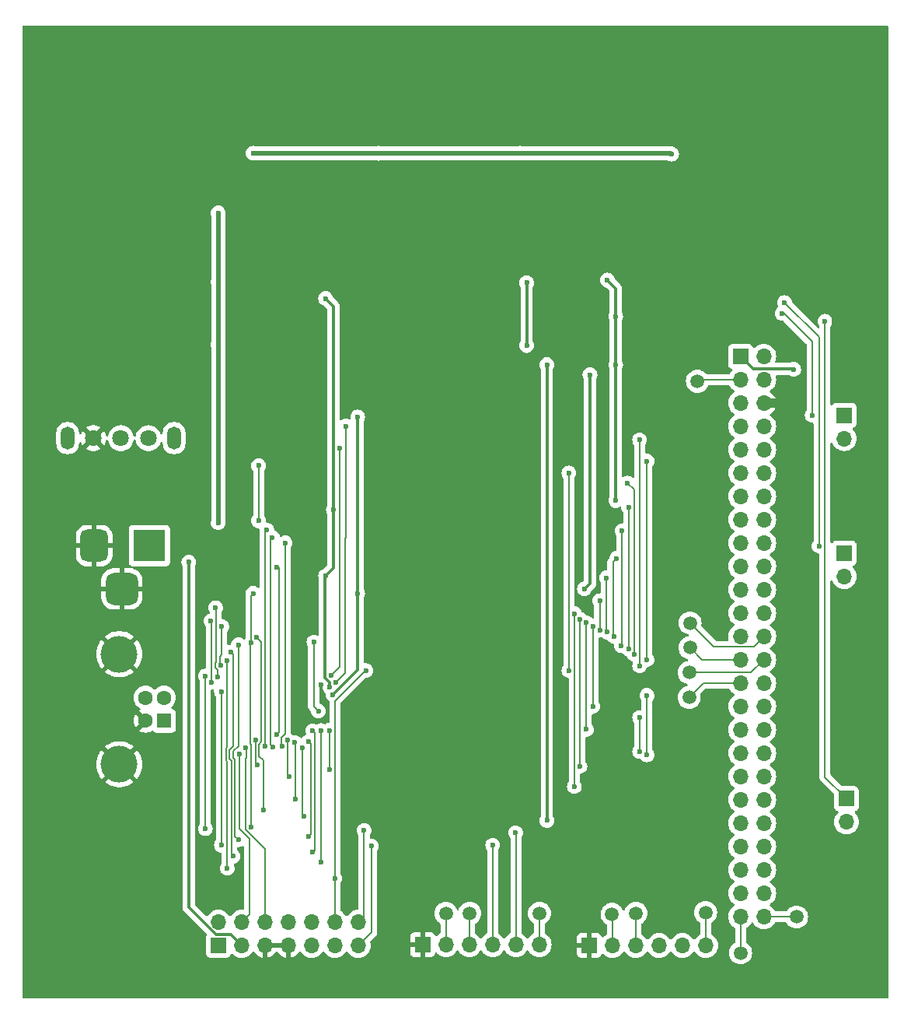
<source format=gbr>
%TF.GenerationSoftware,KiCad,Pcbnew,8.0.4*%
%TF.CreationDate,2024-08-22T22:54:14-07:00*%
%TF.ProjectId,GalaxySparkles,47616c61-7879-4537-9061-726b6c65732e,rev?*%
%TF.SameCoordinates,Original*%
%TF.FileFunction,Copper,L2,Bot*%
%TF.FilePolarity,Positive*%
%FSLAX46Y46*%
G04 Gerber Fmt 4.6, Leading zero omitted, Abs format (unit mm)*
G04 Created by KiCad (PCBNEW 8.0.4) date 2024-08-22 22:54:14*
%MOMM*%
%LPD*%
G01*
G04 APERTURE LIST*
G04 Aperture macros list*
%AMRoundRect*
0 Rectangle with rounded corners*
0 $1 Rounding radius*
0 $2 $3 $4 $5 $6 $7 $8 $9 X,Y pos of 4 corners*
0 Add a 4 corners polygon primitive as box body*
4,1,4,$2,$3,$4,$5,$6,$7,$8,$9,$2,$3,0*
0 Add four circle primitives for the rounded corners*
1,1,$1+$1,$2,$3*
1,1,$1+$1,$4,$5*
1,1,$1+$1,$6,$7*
1,1,$1+$1,$8,$9*
0 Add four rect primitives between the rounded corners*
20,1,$1+$1,$2,$3,$4,$5,0*
20,1,$1+$1,$4,$5,$6,$7,0*
20,1,$1+$1,$6,$7,$8,$9,0*
20,1,$1+$1,$8,$9,$2,$3,0*%
G04 Aperture macros list end*
%TA.AperFunction,ComponentPad*%
%ADD10R,1.700000X1.700000*%
%TD*%
%TA.AperFunction,ComponentPad*%
%ADD11O,1.700000X1.700000*%
%TD*%
%TA.AperFunction,ComponentPad*%
%ADD12C,1.800000*%
%TD*%
%TA.AperFunction,ComponentPad*%
%ADD13O,1.500000X2.500000*%
%TD*%
%TA.AperFunction,ComponentPad*%
%ADD14R,1.600000X1.600000*%
%TD*%
%TA.AperFunction,ComponentPad*%
%ADD15C,1.600000*%
%TD*%
%TA.AperFunction,ComponentPad*%
%ADD16C,4.000000*%
%TD*%
%TA.AperFunction,ComponentPad*%
%ADD17R,3.500000X3.500000*%
%TD*%
%TA.AperFunction,ComponentPad*%
%ADD18RoundRect,0.750000X-0.750000X-1.000000X0.750000X-1.000000X0.750000X1.000000X-0.750000X1.000000X0*%
%TD*%
%TA.AperFunction,ComponentPad*%
%ADD19RoundRect,0.875000X-0.875000X-0.875000X0.875000X-0.875000X0.875000X0.875000X-0.875000X0.875000X0*%
%TD*%
%TA.AperFunction,SMDPad,CuDef*%
%ADD20C,1.500000*%
%TD*%
%TA.AperFunction,ViaPad*%
%ADD21C,0.600000*%
%TD*%
%TA.AperFunction,Conductor*%
%ADD22C,1.000000*%
%TD*%
%TA.AperFunction,Conductor*%
%ADD23C,0.350000*%
%TD*%
%TA.AperFunction,Conductor*%
%ADD24C,0.500000*%
%TD*%
%TA.AperFunction,Conductor*%
%ADD25C,0.200000*%
%TD*%
G04 APERTURE END LIST*
D10*
%TO.P,J5,1,Pin_1*%
%TO.N,GND*%
X181070000Y-151590000D03*
D11*
%TO.P,J5,2,Pin_2*%
%TO.N,Net-(J5-Pin_2)*%
X183610000Y-151590000D03*
%TO.P,J5,3,Pin_3*%
%TO.N,Net-(J5-Pin_3)*%
X186150000Y-151590000D03*
%TO.P,J5,4,Pin_4*%
%TO.N,/STM_USART1_RX*%
X188690000Y-151590000D03*
%TO.P,J5,5,Pin_5*%
%TO.N,/STM_USART1_TX*%
X191230000Y-151590000D03*
%TO.P,J5,6,Pin_6*%
%TO.N,Net-(J5-Pin_6)*%
X193770000Y-151590000D03*
%TD*%
D10*
%TO.P,J7,1,Pin_1*%
%TO.N,/LEDS_MOSI1*%
X227000000Y-94000000D03*
D11*
%TO.P,J7,2,Pin_2*%
%TO.N,/PRE_LEDS_MOSI1*%
X227000000Y-96540000D03*
%TD*%
D12*
%TO.P,SW1,1,A*%
%TO.N,GND*%
X145200000Y-96490000D03*
%TO.P,SW1,2,B*%
%TO.N,Net-(SW1-B)*%
X148200000Y-96490000D03*
%TO.P,SW1,3,C*%
%TO.N,Net-(SW1-C)*%
X151200000Y-96490000D03*
D13*
%TO.P,SW1,4*%
%TO.N,N/C*%
X154000000Y-96490000D03*
%TO.P,SW1,5*%
X142400000Y-96490000D03*
%TD*%
D10*
%TO.P,J2,1,Pin_1*%
%TO.N,unconnected-(J2-Pin_1-Pad1)*%
X158820000Y-151690000D03*
D11*
%TO.P,J2,2,Pin_2*%
%TO.N,unconnected-(J2-Pin_2-Pad2)*%
X158820000Y-149150000D03*
%TO.P,J2,3,Pin_3*%
%TO.N,VBUS*%
X161360000Y-151690000D03*
%TO.P,J2,4,Pin_4*%
%TO.N,/SWDIO*%
X161360001Y-149150000D03*
%TO.P,J2,5,Pin_5*%
%TO.N,GND*%
X163900000Y-151690000D03*
%TO.P,J2,6,Pin_6*%
%TO.N,/SWCLK*%
X163900000Y-149150000D03*
%TO.P,J2,7,Pin_7*%
%TO.N,GND*%
X166440000Y-151690000D03*
%TO.P,J2,8,Pin_8*%
%TO.N,unconnected-(J2-Pin_8-Pad8)*%
X166440001Y-149150000D03*
%TO.P,J2,9,Pin_9*%
%TO.N,unconnected-(J2-Pin_9-Pad9)*%
X168980000Y-151690000D03*
%TO.P,J2,10,Pin_10*%
%TO.N,unconnected-(J2-Pin_10-Pad10)*%
X168980000Y-149150000D03*
%TO.P,J2,11,Pin_11*%
%TO.N,Net-(J2-Pin_11)*%
X171520000Y-151690000D03*
%TO.P,J2,12,Pin_12*%
%TO.N,/NRST*%
X171520001Y-149150000D03*
%TO.P,J2,13,Pin_13*%
%TO.N,/STM_USART1_RX*%
X174060000Y-151690000D03*
%TO.P,J2,14,Pin_14*%
%TO.N,/STM_USART1_TX*%
X174060000Y-149150000D03*
%TD*%
D10*
%TO.P,J6,1,Pin_1*%
%TO.N,GND*%
X199200000Y-151690000D03*
D11*
%TO.P,J6,2,Pin_2*%
%TO.N,Net-(J6-Pin_2)*%
X201740000Y-151690000D03*
%TO.P,J6,3,Pin_3*%
%TO.N,Net-(J6-Pin_3)*%
X204280000Y-151690000D03*
%TO.P,J6,4,Pin_4*%
%TO.N,/STM_USART1_TX*%
X206820000Y-151690000D03*
%TO.P,J6,5,Pin_5*%
%TO.N,/STM_USART1_RX*%
X209360000Y-151690000D03*
%TO.P,J6,6,Pin_6*%
%TO.N,Net-(J6-Pin_6)*%
X211900000Y-151690000D03*
%TD*%
D14*
%TO.P,J4,1,VBUS*%
%TO.N,unconnected-(J4-VBUS-Pad1)*%
X152887500Y-127240000D03*
D15*
%TO.P,J4,2,D-*%
%TO.N,/STM_USB_N*%
X152887500Y-124740000D03*
%TO.P,J4,3,D+*%
%TO.N,/STM_USB_P*%
X150887500Y-124739999D03*
%TO.P,J4,4,GND*%
%TO.N,GND*%
X150887500Y-127240000D03*
D16*
%TO.P,J4,5,Shield*%
X148027500Y-131990001D03*
X148027500Y-119990000D03*
%TD*%
D17*
%TO.P,J1,1*%
%TO.N,VBUS*%
X151300000Y-108190000D03*
D18*
%TO.P,J1,2*%
%TO.N,GND*%
X145300000Y-108190000D03*
D19*
%TO.P,J1,3*%
X148300000Y-112890000D03*
%TD*%
D10*
%TO.P,J9,1,Pin_1*%
%TO.N,/LEDS_MOSI3*%
X227250000Y-135725000D03*
D11*
%TO.P,J9,2,Pin_2*%
%TO.N,/PRE_LEDS_MOSI3*%
X227250000Y-138265000D03*
%TD*%
D10*
%TO.P,J8,1,Pin_1*%
%TO.N,/LEDS_MOSI2*%
X227000000Y-109000000D03*
D11*
%TO.P,J8,2,Pin_2*%
%TO.N,/PRE_LEDS_MOSI2*%
X227000000Y-111540000D03*
%TD*%
D10*
%TO.P,J3,1,Pin_1*%
%TO.N,+3.3V*%
X215700000Y-87590000D03*
D11*
%TO.P,J3,2,Pin_2*%
%TO.N,VBUS*%
X218240000Y-87590000D03*
%TO.P,J3,3,Pin_3*%
%TO.N,Net-(J3-Pin_3)*%
X215700000Y-90130000D03*
%TO.P,J3,4,Pin_4*%
%TO.N,+1V5*%
X218240000Y-90130000D03*
%TO.P,J3,5,Pin_5*%
%TO.N,+3V0*%
X215700000Y-92670000D03*
%TO.P,J3,6,Pin_6*%
%TO.N,GND*%
X218240000Y-92670000D03*
%TO.P,J3,7,Pin_7*%
%TO.N,/PF0*%
X215700000Y-95210000D03*
%TO.P,J3,8,Pin_8*%
%TO.N,/PA0*%
X218240000Y-95210000D03*
%TO.P,J3,9,Pin_9*%
%TO.N,/PF1*%
X215700000Y-97750000D03*
%TO.P,J3,10,Pin_10*%
%TO.N,/PA1*%
X218240000Y-97750000D03*
%TO.P,J3,11,Pin_11*%
%TO.N,/NRST*%
X215700000Y-100290000D03*
%TO.P,J3,12,Pin_12*%
%TO.N,/PRE_LEDS_MOSI1*%
X218240000Y-100290000D03*
%TO.P,J3,13,Pin_13*%
%TO.N,/PD0*%
X215700000Y-102830000D03*
%TO.P,J3,14,Pin_14*%
%TO.N,/PA3*%
X218240000Y-102830000D03*
%TO.P,J3,15,Pin_15*%
%TO.N,/PD1*%
X215700000Y-105370000D03*
%TO.P,J3,16,Pin_16*%
%TO.N,/PRE_LEDS_MOSI2*%
X218240000Y-105370000D03*
%TO.P,J3,17,Pin_17*%
%TO.N,/PD2*%
X215700000Y-107910000D03*
%TO.P,J3,18,Pin_18*%
%TO.N,/PA5*%
X218240000Y-107910000D03*
%TO.P,J3,19,Pin_19*%
%TO.N,/PD3*%
X215700000Y-110450000D03*
%TO.P,J3,20,Pin_20*%
%TO.N,/PA6*%
X218240000Y-110450000D03*
%TO.P,J3,21,Pin_21*%
%TO.N,/PC6*%
X215700000Y-112990000D03*
%TO.P,J3,22,Pin_22*%
%TO.N,/PA7*%
X218240000Y-112990000D03*
%TO.P,J3,23,Pin_23*%
%TO.N,/PC7*%
X215700000Y-115530000D03*
%TO.P,J3,24,Pin_24*%
%TO.N,/PA8*%
X218240000Y-115530000D03*
%TO.P,J3,25,Pin_25*%
%TO.N,/PC13*%
X215700000Y-118070000D03*
%TO.P,J3,26,Pin_26*%
%TO.N,Net-(J3-Pin_26)*%
X218240000Y-118070000D03*
%TO.P,J3,27,Pin_27*%
%TO.N,Net-(J3-Pin_27)*%
X215700000Y-120610000D03*
%TO.P,J3,28,Pin_28*%
%TO.N,Net-(J3-Pin_28)*%
X218240000Y-120610000D03*
%TO.P,J3,29,Pin_29*%
%TO.N,Net-(J3-Pin_29)*%
X215700000Y-123150000D03*
%TO.P,J3,30,Pin_30*%
%TO.N,/SWDIO*%
X218240000Y-123150000D03*
%TO.P,J3,31,Pin_31*%
%TO.N,/PB0*%
X215700000Y-125690000D03*
%TO.P,J3,32,Pin_32*%
%TO.N,/SWCLK*%
X218240000Y-125690000D03*
%TO.P,J3,33,Pin_33*%
%TO.N,/PB1*%
X215700000Y-128230000D03*
%TO.P,J3,34,Pin_34*%
%TO.N,/PA15*%
X218240000Y-128230000D03*
%TO.P,J3,35,Pin_35*%
%TO.N,/PB2*%
X215700000Y-130770000D03*
%TO.P,J3,36,Pin_36*%
%TO.N,/PB9*%
X218240000Y-130770000D03*
%TO.P,J3,37,Pin_37*%
%TO.N,/PB3*%
X215700000Y-133310000D03*
%TO.P,J3,38,Pin_38*%
%TO.N,/PB10*%
X218240000Y-133310000D03*
%TO.P,J3,39,Pin_39*%
%TO.N,/PB4*%
X215700000Y-135850000D03*
%TO.P,J3,40,Pin_40*%
%TO.N,/PB11*%
X218240000Y-135850000D03*
%TO.P,J3,41,Pin_41*%
%TO.N,/PRE_LEDS_MOSI3*%
X215700000Y-138390000D03*
%TO.P,J3,42,Pin_42*%
%TO.N,/STM_LED*%
X218240000Y-138390000D03*
%TO.P,J3,43,Pin_43*%
%TO.N,/PB6*%
X215700000Y-140930000D03*
%TO.P,J3,44,Pin_44*%
%TO.N,/PB13*%
X218240000Y-140930000D03*
%TO.P,J3,45,Pin_45*%
%TO.N,/PB7*%
X215700000Y-143470000D03*
%TO.P,J3,46,Pin_46*%
%TO.N,/PB14*%
X218240000Y-143470000D03*
%TO.P,J3,47,Pin_47*%
%TO.N,/PB8*%
X215700000Y-146010000D03*
%TO.P,J3,48,Pin_48*%
%TO.N,/PB15*%
X218240000Y-146010000D03*
%TO.P,J3,49,Pin_49*%
%TO.N,Net-(J3-Pin_49)*%
X215700000Y-148550000D03*
%TO.P,J3,50,Pin_50*%
%TO.N,Net-(J3-Pin_50)*%
X218240000Y-148550000D03*
%TD*%
D20*
%TO.P,TP2,1,1*%
%TO.N,Net-(J3-Pin_27)*%
X210200000Y-119300000D03*
%TD*%
%TO.P,TP4,1,1*%
%TO.N,Net-(J3-Pin_26)*%
X210200000Y-116600000D03*
%TD*%
%TO.P,TP1,1,1*%
%TO.N,Net-(J3-Pin_29)*%
X210100000Y-124700000D03*
%TD*%
%TO.P,TP6,1,1*%
%TO.N,Net-(J3-Pin_50)*%
X221800000Y-148600000D03*
%TD*%
%TO.P,TP3,1,1*%
%TO.N,Net-(J3-Pin_3)*%
X211000000Y-90300000D03*
%TD*%
%TO.P,TP11,1,1*%
%TO.N,Net-(J5-Pin_6)*%
X193800000Y-148200000D03*
%TD*%
%TO.P,TP5,1,1*%
%TO.N,Net-(J3-Pin_28)*%
X210100000Y-122000000D03*
%TD*%
%TO.P,TP9,1,1*%
%TO.N,Net-(J6-Pin_3)*%
X204300000Y-148200000D03*
%TD*%
%TO.P,TP7,1,1*%
%TO.N,Net-(J3-Pin_49)*%
X215700000Y-152500000D03*
%TD*%
%TO.P,TP10,1,1*%
%TO.N,Net-(J6-Pin_2)*%
X201700000Y-148300000D03*
%TD*%
%TO.P,TP13,1,1*%
%TO.N,Net-(J5-Pin_2)*%
X183600000Y-148200000D03*
%TD*%
%TO.P,TP8,1,1*%
%TO.N,Net-(J6-Pin_6)*%
X211900000Y-148100000D03*
%TD*%
%TO.P,TP12,1,1*%
%TO.N,Net-(J5-Pin_3)*%
X186200000Y-148200000D03*
%TD*%
D21*
%TO.N,GND*%
X141800000Y-67090000D03*
X145500000Y-75290000D03*
X160200000Y-77490000D03*
X155800000Y-53790000D03*
X181800000Y-53790000D03*
X170031377Y-123359855D03*
X159400000Y-55590000D03*
X220300000Y-55390000D03*
X141700000Y-63490000D03*
X202699999Y-70789999D03*
X175350000Y-75407960D03*
X144600000Y-57990000D03*
X206400000Y-88990000D03*
X166300000Y-70690000D03*
X227400000Y-67190000D03*
X206400000Y-85390000D03*
X164500000Y-83290000D03*
X182700000Y-80290000D03*
X155200000Y-101490000D03*
X196300000Y-70890000D03*
X141800000Y-70690000D03*
X177500000Y-122800000D03*
X221000000Y-77790000D03*
X206400000Y-75390000D03*
X196025070Y-82914931D03*
X225900000Y-83790000D03*
X212800000Y-53790000D03*
X152800000Y-80190000D03*
X167150000Y-104490000D03*
X171900000Y-70790000D03*
X209957537Y-77951468D03*
X163800000Y-58190000D03*
X171900000Y-67190000D03*
X169500000Y-113790000D03*
X190200000Y-77790000D03*
X151800000Y-53690000D03*
X216700000Y-53790000D03*
X161200000Y-109490000D03*
X156700000Y-80190000D03*
X174600000Y-58090000D03*
X178200000Y-55490000D03*
X177200000Y-101490000D03*
X196300000Y-67090000D03*
X202600000Y-63590000D03*
X209200000Y-55490000D03*
X189400000Y-55490000D03*
X224700000Y-75390000D03*
X217600000Y-80390000D03*
X206300000Y-91890000D03*
X192900000Y-58090000D03*
X196400000Y-63490000D03*
X166300000Y-63590000D03*
X223800000Y-58290000D03*
X165200000Y-100490000D03*
X227400000Y-63590000D03*
X163900000Y-75090000D03*
X149200000Y-77690000D03*
X206300000Y-94290000D03*
X179100000Y-77790000D03*
X148200000Y-55390000D03*
X227500000Y-70990000D03*
X202600000Y-67190000D03*
X171900000Y-63590000D03*
X166300000Y-67090000D03*
X213700000Y-80390000D03*
X193900000Y-75290000D03*
X183900000Y-111890000D03*
X186600000Y-80390000D03*
X205600000Y-58090000D03*
X185700000Y-53890000D03*
%TO.N,VBUS*%
X192400000Y-79590000D03*
X155600000Y-109990000D03*
X158800000Y-86290000D03*
X162600000Y-65490000D03*
X191700000Y-65490000D03*
X176300000Y-65500000D03*
X208200000Y-65590000D03*
X158800000Y-105690000D03*
X158800000Y-79500000D03*
X192400000Y-86415000D03*
X158800000Y-71990000D03*
%TO.N,+3.3V*%
X194600000Y-88500000D03*
X201200000Y-79300000D03*
X221500000Y-89000000D03*
X202100000Y-88500000D03*
X202100000Y-103290000D03*
X170965168Y-123608725D03*
X170500000Y-81300000D03*
X202099998Y-83240000D03*
X171350000Y-104290000D03*
X194600000Y-138100000D03*
X170500001Y-111499998D03*
%TO.N,Net-(SW1-B)*%
X163200000Y-99490000D03*
X163200000Y-105490000D03*
%TO.N,/NRST*%
X197000000Y-100290000D03*
X197000000Y-121790000D03*
X174900000Y-121790000D03*
X171520001Y-144390000D03*
%TO.N,+1V5*%
X199300000Y-89590000D03*
X198700000Y-112900000D03*
%TO.N,/SWCLK*%
X204700000Y-126890000D03*
X204700000Y-130590000D03*
X161800000Y-130199163D03*
%TO.N,/SWDIO*%
X205500000Y-130965000D03*
X205499998Y-124490000D03*
X161085212Y-130849157D03*
%TO.N,/STM_USART1_RX*%
X159150000Y-124065000D03*
X175500000Y-140890000D03*
X188700000Y-140790000D03*
X159150000Y-140790000D03*
%TO.N,/STM_USART1_TX*%
X191200000Y-139440000D03*
X174700000Y-139190000D03*
X157400000Y-138990000D03*
X157400000Y-122390000D03*
%TO.N,/STM_LED*%
X162400000Y-138790000D03*
X162600000Y-113390000D03*
X162400000Y-118790000D03*
%TO.N,/PB10*%
X197600000Y-134390004D03*
X197600000Y-115590000D03*
%TO.N,/PD3*%
X165150000Y-110530380D03*
X165150218Y-128730451D03*
%TO.N,/PA0*%
X204700000Y-96690000D03*
X204700000Y-121290000D03*
%TO.N,/PB8*%
X169999998Y-142640000D03*
X170007621Y-128324946D03*
%TO.N,/PC6*%
X158521435Y-114949325D03*
X158734299Y-122502259D03*
%TO.N,/PD0*%
X164099998Y-106490000D03*
X163910091Y-130043008D03*
%TO.N,/PA5*%
X201903465Y-118052466D03*
X202200000Y-109590000D03*
%TO.N,/PF1*%
X171100000Y-122308725D03*
X172050000Y-97573406D03*
%TO.N,/PA15*%
X162860576Y-129310397D03*
X163050000Y-132040000D03*
%TO.N,/PB9*%
X170899994Y-132590004D03*
X170900000Y-128290000D03*
%TO.N,/PB2*%
X198200000Y-132190000D03*
X198200000Y-116190000D03*
%TO.N,/PD2*%
X166099998Y-107890000D03*
X165800000Y-129990000D03*
%TO.N,/PB7*%
X169100000Y-128340000D03*
X169101371Y-141538814D03*
%TO.N,/PA1*%
X205500000Y-98990000D03*
X205500000Y-120590000D03*
%TO.N,/PA6*%
X201175798Y-117613144D03*
X201100000Y-111690000D03*
%TO.N,/PA7*%
X200362847Y-117364923D03*
X200362847Y-114190004D03*
%TO.N,/PB3*%
X166339245Y-129362940D03*
X166500000Y-133290000D03*
%TO.N,/PB14*%
X160200000Y-119790000D03*
X160400000Y-141990000D03*
%TO.N,/PB15*%
X159800000Y-143290000D03*
X159787814Y-120702182D03*
%TO.N,/PB4*%
X167200000Y-135790000D03*
X167150000Y-129618245D03*
%TO.N,/PC7*%
X158100000Y-123040000D03*
X158000000Y-116390000D03*
%TO.N,/PC13*%
X169226801Y-118690000D03*
X169711840Y-126177500D03*
%TO.N,/PB6*%
X168627180Y-139840000D03*
X168624004Y-129517029D03*
%TO.N,/PF0*%
X172700000Y-95190000D03*
X171600000Y-123090000D03*
%TO.N,/PB0*%
X199600000Y-116990000D03*
X199600000Y-125690000D03*
%TO.N,/PA8*%
X159110457Y-121211112D03*
X159200000Y-116990000D03*
%TO.N,/PB1*%
X198900000Y-128190000D03*
X198900000Y-116590000D03*
%TO.N,/PB11*%
X163700000Y-137000000D03*
X163000000Y-118190000D03*
%TO.N,+3V0*%
X171300000Y-124390000D03*
X174000000Y-94190000D03*
X174000000Y-113390000D03*
%TO.N,/PA3*%
X203500000Y-103990000D03*
X203491074Y-119432317D03*
%TO.N,/PB13*%
X161000000Y-140190000D03*
X161000000Y-118990000D03*
%TO.N,/PD1*%
X164700000Y-107290000D03*
X164728920Y-130112184D03*
%TO.N,/LEDS_MOSI1*%
X223500000Y-94000000D03*
X220239276Y-82929963D03*
%TO.N,/LEDS_MOSI2*%
X224250000Y-108250000D03*
X220500000Y-81750000D03*
%TO.N,/LEDS_MOSI3*%
X224900000Y-83790000D03*
%TO.N,/PRE_LEDS_MOSI1*%
X204100000Y-119990000D03*
X203400000Y-101390000D03*
%TO.N,/PRE_LEDS_MOSI2*%
X202720180Y-119074229D03*
X202800000Y-106590006D03*
%TO.N,/PRE_LEDS_MOSI3*%
X168100000Y-137600000D03*
X167974004Y-130149196D03*
%TD*%
D22*
%TO.N,GND*%
X218240000Y-92670000D02*
X220330000Y-92670000D01*
D23*
%TO.N,VBUS*%
X176300000Y-65500000D02*
X176310000Y-65490000D01*
X176290000Y-65490000D02*
X176300000Y-65500000D01*
X155600000Y-109990000D02*
X155600000Y-147559175D01*
D24*
X162600000Y-65490000D02*
X176290000Y-65490000D01*
D23*
X192400000Y-79590000D02*
X192400000Y-86415000D01*
D24*
X208100000Y-65490000D02*
X191700000Y-65490000D01*
X158800000Y-86290000D02*
X158800000Y-105690000D01*
D23*
X208200000Y-65590000D02*
X208100000Y-65490000D01*
D24*
X158800000Y-86290000D02*
X158800000Y-79500000D01*
X158800000Y-79500000D02*
X158800000Y-71990000D01*
D23*
X155600000Y-147559175D02*
X158540825Y-150500000D01*
D24*
X176310000Y-65490000D02*
X191700000Y-65490000D01*
D23*
X158540825Y-150500000D02*
X160170000Y-150500000D01*
X160170000Y-150500000D02*
X161360000Y-151690000D01*
%TO.N,+3.3V*%
X202100000Y-88500000D02*
X202100000Y-83240002D01*
X171350000Y-104290000D02*
X171350000Y-110649999D01*
X221478000Y-88978000D02*
X221500000Y-89000000D01*
X171350000Y-110649999D02*
X170500001Y-111499998D01*
X170445003Y-111554996D02*
X170500001Y-111499998D01*
X170445003Y-122583532D02*
X170445003Y-111554996D01*
X202100000Y-103290000D02*
X202100000Y-88500000D01*
X171350000Y-82150000D02*
X170500000Y-81300000D01*
X215700000Y-87590000D02*
X217088000Y-88978000D01*
X170965168Y-123608725D02*
X170965168Y-123103697D01*
X202099998Y-83240000D02*
X202099998Y-80199998D01*
X202099998Y-80199998D02*
X201200000Y-79300000D01*
X170965168Y-123103697D02*
X170445003Y-122583532D01*
X171350000Y-104290000D02*
X171350000Y-82150000D01*
X202100000Y-83240002D02*
X202099998Y-83240000D01*
X194600000Y-88500000D02*
X194600000Y-138100000D01*
X217088000Y-88978000D02*
X221478000Y-88978000D01*
D25*
%TO.N,Net-(SW1-B)*%
X163200000Y-105490000D02*
X163200000Y-99490000D01*
%TO.N,/NRST*%
X197000000Y-121790000D02*
X197000000Y-100290000D01*
X171520001Y-125069995D02*
X174799996Y-121790000D01*
X174799996Y-121790000D02*
X174900000Y-121790000D01*
X171520001Y-149150000D02*
X171520001Y-144390000D01*
X171520001Y-144390000D02*
X171520001Y-125069995D01*
D23*
%TO.N,+1V5*%
X199300000Y-112300000D02*
X198700000Y-112900000D01*
X199300000Y-89590000D02*
X199300000Y-112300000D01*
D25*
%TO.N,/SWCLK*%
X161876056Y-130275219D02*
X161800000Y-130199163D01*
X161876056Y-131259240D02*
X161876056Y-130275219D01*
X161800000Y-139109239D02*
X161800000Y-131335296D01*
X204700000Y-130590000D02*
X204700000Y-126890000D01*
X163900000Y-149150000D02*
X163900000Y-141209239D01*
X161800000Y-131335296D02*
X161876056Y-131259240D01*
X163900000Y-141209239D02*
X161800000Y-139109239D01*
%TO.N,/SWDIO*%
X162210001Y-148300000D02*
X162210001Y-140084926D01*
X205500000Y-130965000D02*
X205500000Y-124490002D01*
X161360001Y-149150000D02*
X162210001Y-148300000D01*
X162210001Y-140084926D02*
X161085212Y-138960137D01*
X205500000Y-124490002D02*
X205499998Y-124490000D01*
X161085212Y-138960137D02*
X161085212Y-130849157D01*
%TO.N,/STM_USART1_RX*%
X188690000Y-140800000D02*
X188700000Y-140790000D01*
X174060000Y-151690000D02*
X175500000Y-150250000D01*
X175500000Y-150250000D02*
X175500000Y-140890000D01*
X188690000Y-151590000D02*
X188690000Y-140800000D01*
X159150000Y-124065000D02*
X159150000Y-140790000D01*
%TO.N,/STM_USART1_TX*%
X157400000Y-122390000D02*
X157400000Y-138990000D01*
X191230000Y-139470000D02*
X191200000Y-139440000D01*
X174060000Y-149150000D02*
X174700000Y-148510000D01*
X191230000Y-151590000D02*
X191230000Y-139470000D01*
X174700000Y-148510000D02*
X174700000Y-139190000D01*
%TO.N,/STM_LED*%
X162600000Y-113390000D02*
X162400000Y-113590000D01*
X162260576Y-118929424D02*
X162260576Y-129740500D01*
X162400000Y-129879924D02*
X162400000Y-138790000D01*
X162400000Y-113590000D02*
X162400000Y-118790000D01*
X162260576Y-129740500D02*
X162400000Y-129879924D01*
X162400000Y-118790000D02*
X162260576Y-118929424D01*
%TO.N,/PB10*%
X197600000Y-115590000D02*
X197600000Y-134390004D01*
%TO.N,/PD3*%
X165400000Y-110590000D02*
X165400000Y-128480669D01*
X165400000Y-128480669D02*
X165150218Y-128730451D01*
X165340380Y-110530380D02*
X165400000Y-110590000D01*
X165150000Y-110530380D02*
X165340380Y-110530380D01*
%TO.N,/PA0*%
X204700000Y-96690000D02*
X204750000Y-96740000D01*
X204750000Y-121240000D02*
X204700000Y-121290000D01*
X204750000Y-96740000D02*
X204750000Y-121240000D01*
%TO.N,/PB8*%
X170000000Y-142639998D02*
X169999998Y-142640000D01*
X170000000Y-128332567D02*
X170000000Y-142639998D01*
X170007621Y-128324946D02*
X170000000Y-128332567D01*
%TO.N,/PC6*%
X158489998Y-121439241D02*
X158489998Y-120900763D01*
X158489998Y-120900763D02*
X158556475Y-120834286D01*
X158734299Y-122502259D02*
X158734299Y-121683542D01*
X158556475Y-120834286D02*
X158556475Y-120085918D01*
X158556475Y-120085918D02*
X158600000Y-120042393D01*
X158734299Y-121683542D02*
X158489998Y-121439241D01*
X158600000Y-120042393D02*
X158600000Y-115027890D01*
X158600000Y-115027890D02*
X158521435Y-114949325D01*
%TO.N,/PD0*%
X163910091Y-130043008D02*
X163910091Y-106679907D01*
X163910091Y-106679907D02*
X164099998Y-106490000D01*
%TO.N,/PA5*%
X201800000Y-117949001D02*
X201903465Y-118052466D01*
X201800000Y-109990000D02*
X201800000Y-117949001D01*
X202200000Y-109590000D02*
X201800000Y-109990000D01*
%TO.N,/PF1*%
X171100000Y-122308725D02*
X172050000Y-121358725D01*
X172050000Y-121358725D02*
X172050000Y-97573406D01*
%TO.N,/PA15*%
X162860576Y-129310397D02*
X162850000Y-129320973D01*
X162850000Y-131840000D02*
X163050000Y-132040000D01*
X162850000Y-129320973D02*
X162850000Y-131840000D01*
%TO.N,/PB9*%
X170900000Y-128290000D02*
X170900000Y-132589998D01*
X170900000Y-132589998D02*
X170899994Y-132590004D01*
%TO.N,/PB2*%
X198200000Y-116190000D02*
X198200000Y-132190000D01*
%TO.N,/PD2*%
X165800000Y-129990000D02*
X165689245Y-129879245D01*
X166099998Y-128682948D02*
X166099998Y-107890000D01*
X165689245Y-129879245D02*
X165689245Y-129093701D01*
X165689245Y-129093701D02*
X166099998Y-128682948D01*
%TO.N,/PB7*%
X169100000Y-128340000D02*
X169294609Y-128534609D01*
X169294609Y-141345576D02*
X169101371Y-141538814D01*
X169294609Y-128534609D02*
X169294609Y-141345576D01*
%TO.N,/PA1*%
X205500000Y-120590000D02*
X205500000Y-98990000D01*
%TO.N,/PA6*%
X201100000Y-117537346D02*
X201175798Y-117613144D01*
X201100000Y-111690000D02*
X201100000Y-117537346D01*
%TO.N,/PA7*%
X200362847Y-117364923D02*
X200362847Y-114190004D01*
%TO.N,/PB3*%
X166400000Y-129423695D02*
X166339245Y-129362940D01*
X166500000Y-133290000D02*
X166400000Y-133190000D01*
X166400000Y-133190000D02*
X166400000Y-129423695D01*
%TO.N,/PB14*%
X160035218Y-130414238D02*
X160035218Y-131410144D01*
X160400008Y-119990008D02*
X160400008Y-130049448D01*
X160226055Y-141816055D02*
X160400000Y-141990000D01*
X160226055Y-131600981D02*
X160226055Y-141816055D01*
X160200000Y-119790000D02*
X160400008Y-119990008D01*
X160400008Y-130049448D02*
X160035218Y-130414238D01*
X160035218Y-131410144D02*
X160226055Y-131600981D01*
%TO.N,/PB15*%
X159800000Y-131740613D02*
X159800000Y-143290000D01*
X159787814Y-120702182D02*
X159787814Y-130095956D01*
X159635218Y-131575831D02*
X159800000Y-131740613D01*
X159635218Y-130248552D02*
X159635218Y-131575831D01*
X159787814Y-130095956D02*
X159635218Y-130248552D01*
%TO.N,/PB4*%
X167200000Y-135790000D02*
X167200000Y-129668245D01*
X167200000Y-129668245D02*
X167150000Y-129618245D01*
%TO.N,/PC7*%
X158089998Y-120735077D02*
X158100000Y-120725076D01*
X158100000Y-123040000D02*
X158100000Y-121614929D01*
X158100000Y-116490000D02*
X158000000Y-116390000D01*
X158100000Y-120725076D02*
X158100000Y-116490000D01*
X158089998Y-121604927D02*
X158089998Y-120735077D01*
X158100000Y-121614929D02*
X158089998Y-121604927D01*
%TO.N,/PC13*%
X169200000Y-118716801D02*
X169200000Y-125665660D01*
X169226801Y-118690000D02*
X169200000Y-118716801D01*
X169200000Y-125665660D02*
X169711840Y-126177500D01*
%TO.N,/PB6*%
X168894609Y-129787634D02*
X168894609Y-139572571D01*
X168894609Y-139572571D02*
X168627180Y-139840000D01*
X168624004Y-129517029D02*
X168894609Y-129787634D01*
%TO.N,/PF0*%
X172700000Y-107290000D02*
X172700000Y-95190000D01*
X172600000Y-107390000D02*
X172700000Y-107290000D01*
X171600000Y-123090000D02*
X172600000Y-122090000D01*
X172600000Y-122090000D02*
X172600000Y-107390000D01*
%TO.N,/PB0*%
X199600000Y-116990000D02*
X199600000Y-125690000D01*
%TO.N,/PA8*%
X159200000Y-116990000D02*
X159200000Y-120008079D01*
X158956475Y-120251604D02*
X158956475Y-121057130D01*
X159200000Y-120008079D02*
X158956475Y-120251604D01*
X158956475Y-121057130D02*
X159110457Y-121211112D01*
%TO.N,/PB1*%
X198900000Y-116590000D02*
X198900000Y-128190000D01*
%TO.N,/PB11*%
X163510576Y-129549821D02*
X163250000Y-129810397D01*
X163250000Y-131116460D02*
X163700000Y-131566460D01*
X163000000Y-118190000D02*
X163510576Y-118700576D01*
X163700000Y-131566460D02*
X163700000Y-137000000D01*
X163510576Y-118700576D02*
X163510576Y-129549821D01*
X163250000Y-129810397D02*
X163250000Y-131116460D01*
D23*
%TO.N,+3V0*%
X174000000Y-113390000D02*
X174000000Y-94190000D01*
X174000000Y-121690000D02*
X174000000Y-113390000D01*
X171300000Y-124390000D02*
X174000000Y-121690000D01*
D25*
%TO.N,/PA3*%
X203500000Y-119423391D02*
X203491074Y-119432317D01*
X203500000Y-103990000D02*
X203500000Y-119423391D01*
%TO.N,/PB13*%
X160626055Y-139816055D02*
X161000000Y-140190000D01*
X160449998Y-131259239D02*
X160626055Y-131435296D01*
X161000000Y-130015142D02*
X160449998Y-130565144D01*
X161000000Y-118990000D02*
X161000000Y-130015142D01*
X160626055Y-131435296D02*
X160626055Y-139816055D01*
X160449998Y-130565144D02*
X160449998Y-131259239D01*
%TO.N,/PD1*%
X164500000Y-129883264D02*
X164728920Y-130112184D01*
X164500000Y-107490000D02*
X164500000Y-129883264D01*
X164700000Y-107290000D02*
X164500000Y-107490000D01*
%TO.N,/LEDS_MOSI1*%
X220429963Y-82929963D02*
X220239276Y-82929963D01*
X223500000Y-94000000D02*
X223500000Y-86000000D01*
X223500000Y-86000000D02*
X220429963Y-82929963D01*
%TO.N,/LEDS_MOSI2*%
X224250000Y-108250000D02*
X224250000Y-85500000D01*
X224250000Y-85500000D02*
X220500000Y-81750000D01*
%TO.N,/LEDS_MOSI3*%
X227250000Y-135725000D02*
X224900000Y-133375000D01*
X224900000Y-133375000D02*
X224900000Y-83790000D01*
%TO.N,Net-(J3-Pin_28)*%
X218240000Y-120610000D02*
X216850000Y-122000000D01*
X216850000Y-122000000D02*
X210100000Y-122000000D01*
%TO.N,Net-(J3-Pin_50)*%
X221750000Y-148550000D02*
X221800000Y-148600000D01*
X218240000Y-148550000D02*
X221750000Y-148550000D01*
%TO.N,Net-(J3-Pin_3)*%
X215700000Y-90130000D02*
X211170000Y-90130000D01*
X211170000Y-90130000D02*
X211000000Y-90300000D01*
%TO.N,Net-(J3-Pin_27)*%
X215700000Y-120610000D02*
X211510000Y-120610000D01*
X211510000Y-120610000D02*
X210200000Y-119300000D01*
%TO.N,Net-(J3-Pin_29)*%
X211650000Y-123150000D02*
X210100000Y-124700000D01*
X215700000Y-123150000D02*
X211650000Y-123150000D01*
%TO.N,Net-(J3-Pin_26)*%
X218240000Y-118070000D02*
X217163000Y-119147000D01*
X212747000Y-119147000D02*
X210200000Y-116600000D01*
X217163000Y-119147000D02*
X212747000Y-119147000D01*
%TO.N,Net-(J3-Pin_49)*%
X215700000Y-148550000D02*
X215700000Y-152500000D01*
%TO.N,Net-(J5-Pin_6)*%
X193770000Y-151590000D02*
X193770000Y-148230000D01*
X193770000Y-148230000D02*
X193800000Y-148200000D01*
%TO.N,/PRE_LEDS_MOSI1*%
X204100000Y-102090000D02*
X203400000Y-101390000D01*
X204100000Y-119990000D02*
X204100000Y-102090000D01*
%TO.N,/PRE_LEDS_MOSI2*%
X202800000Y-118994409D02*
X202720180Y-119074229D01*
X202800000Y-106590006D02*
X202800000Y-118994409D01*
%TO.N,/PRE_LEDS_MOSI3*%
X167974004Y-130149196D02*
X167974004Y-137474004D01*
X167974004Y-137474004D02*
X168100000Y-137600000D01*
%TO.N,Net-(J5-Pin_3)*%
X186150000Y-148250000D02*
X186200000Y-148200000D01*
X186150000Y-151590000D02*
X186150000Y-148250000D01*
%TO.N,Net-(J5-Pin_2)*%
X183610000Y-148210000D02*
X183600000Y-148200000D01*
X183610000Y-151590000D02*
X183610000Y-148210000D01*
%TO.N,Net-(J6-Pin_3)*%
X204280000Y-148220000D02*
X204300000Y-148200000D01*
X204280000Y-151690000D02*
X204280000Y-148220000D01*
%TO.N,Net-(J6-Pin_2)*%
X201740000Y-151690000D02*
X201740000Y-148340000D01*
X201740000Y-148340000D02*
X201700000Y-148300000D01*
%TO.N,Net-(J6-Pin_6)*%
X211900000Y-151690000D02*
X211900000Y-148100000D01*
%TD*%
%TA.AperFunction,Conductor*%
%TO.N,GND*%
G36*
X165974075Y-151497007D02*
G01*
X165940000Y-151624174D01*
X165940000Y-151755826D01*
X165974075Y-151882993D01*
X166006988Y-151940000D01*
X164333012Y-151940000D01*
X164365925Y-151882993D01*
X164400000Y-151755826D01*
X164400000Y-151624174D01*
X164365925Y-151497007D01*
X164333012Y-151440000D01*
X166006988Y-151440000D01*
X165974075Y-151497007D01*
G37*
%TD.AperFunction*%
%TA.AperFunction,Conductor*%
G36*
X231743039Y-51609685D02*
G01*
X231788794Y-51662489D01*
X231800000Y-51714000D01*
X231800000Y-157366000D01*
X231780315Y-157433039D01*
X231727511Y-157478794D01*
X231676000Y-157490000D01*
X137624000Y-157490000D01*
X137556961Y-157470315D01*
X137511206Y-157417511D01*
X137500000Y-157366000D01*
X137500000Y-131989995D01*
X145522557Y-131989995D01*
X145522557Y-131990006D01*
X145542307Y-132303943D01*
X145542308Y-132303950D01*
X145601255Y-132612959D01*
X145698463Y-132912133D01*
X145698465Y-132912138D01*
X145832400Y-133196762D01*
X145832403Y-133196768D01*
X146000957Y-133462368D01*
X146000960Y-133462372D01*
X146091786Y-133572161D01*
X147055413Y-132608534D01*
X147150329Y-132739176D01*
X147278325Y-132867172D01*
X147408965Y-132962087D01*
X146442471Y-133928580D01*
X146442472Y-133928582D01*
X146685272Y-134104986D01*
X146685290Y-134104997D01*
X146960947Y-134256541D01*
X146960955Y-134256545D01*
X147253426Y-134372341D01*
X147558120Y-134450574D01*
X147558129Y-134450576D01*
X147870201Y-134490000D01*
X147870215Y-134490001D01*
X148184785Y-134490001D01*
X148184798Y-134490000D01*
X148496870Y-134450576D01*
X148496879Y-134450574D01*
X148801573Y-134372341D01*
X149094044Y-134256545D01*
X149094052Y-134256541D01*
X149369709Y-134104997D01*
X149369719Y-134104991D01*
X149612526Y-133928580D01*
X149612527Y-133928580D01*
X148646033Y-132962087D01*
X148776675Y-132867172D01*
X148904671Y-132739176D01*
X148999586Y-132608535D01*
X149963212Y-133572161D01*
X150054044Y-133462365D01*
X150222596Y-133196768D01*
X150222599Y-133196762D01*
X150356534Y-132912138D01*
X150356536Y-132912133D01*
X150453744Y-132612959D01*
X150512691Y-132303950D01*
X150512692Y-132303943D01*
X150532443Y-131990006D01*
X150532443Y-131989995D01*
X150512692Y-131676058D01*
X150512691Y-131676051D01*
X150453744Y-131367042D01*
X150356536Y-131067868D01*
X150356534Y-131067863D01*
X150222599Y-130783239D01*
X150222596Y-130783233D01*
X150054042Y-130517633D01*
X150054039Y-130517629D01*
X149963212Y-130407839D01*
X148999585Y-131371466D01*
X148904671Y-131240826D01*
X148776675Y-131112830D01*
X148646033Y-131017914D01*
X149612527Y-130051420D01*
X149612526Y-130051418D01*
X149369727Y-129875015D01*
X149369709Y-129875004D01*
X149094052Y-129723460D01*
X149094044Y-129723456D01*
X148801573Y-129607660D01*
X148496879Y-129529427D01*
X148496870Y-129529425D01*
X148184798Y-129490001D01*
X147870201Y-129490001D01*
X147558129Y-129529425D01*
X147558120Y-129529427D01*
X147253426Y-129607660D01*
X146960955Y-129723456D01*
X146960947Y-129723460D01*
X146685287Y-129875005D01*
X146685282Y-129875008D01*
X146442472Y-130051419D01*
X146442471Y-130051420D01*
X147408966Y-131017914D01*
X147278325Y-131112830D01*
X147150329Y-131240826D01*
X147055413Y-131371466D01*
X146091786Y-130407839D01*
X146091785Y-130407839D01*
X146000959Y-130517630D01*
X146000957Y-130517633D01*
X145832403Y-130783233D01*
X145832400Y-130783239D01*
X145698465Y-131067863D01*
X145698463Y-131067868D01*
X145601255Y-131367042D01*
X145542308Y-131676051D01*
X145542307Y-131676058D01*
X145522557Y-131989995D01*
X137500000Y-131989995D01*
X137500000Y-124739997D01*
X149582032Y-124739997D01*
X149582032Y-124740000D01*
X149601864Y-124966685D01*
X149601866Y-124966696D01*
X149660758Y-125186487D01*
X149660761Y-125186496D01*
X149756931Y-125392731D01*
X149756932Y-125392733D01*
X149887454Y-125579140D01*
X150048358Y-125740044D01*
X150048361Y-125740046D01*
X150234766Y-125870567D01*
X150250477Y-125877893D01*
X150302916Y-125924066D01*
X150322068Y-125991259D01*
X150301852Y-126058140D01*
X150250477Y-126102657D01*
X150235017Y-126109866D01*
X150235012Y-126109868D01*
X150162026Y-126160973D01*
X150162026Y-126160974D01*
X150778502Y-126777449D01*
X150704157Y-126797370D01*
X150595843Y-126859905D01*
X150507405Y-126948343D01*
X150444870Y-127056657D01*
X150424949Y-127131001D01*
X149808474Y-126514526D01*
X149808473Y-126514526D01*
X149757368Y-126587512D01*
X149757366Y-126587516D01*
X149661234Y-126793673D01*
X149661230Y-126793682D01*
X149602360Y-127013389D01*
X149602358Y-127013400D01*
X149582534Y-127239997D01*
X149582534Y-127240002D01*
X149602358Y-127466599D01*
X149602360Y-127466610D01*
X149661230Y-127686317D01*
X149661235Y-127686331D01*
X149757363Y-127892478D01*
X149808474Y-127965472D01*
X150424949Y-127348997D01*
X150444870Y-127423343D01*
X150507405Y-127531657D01*
X150595843Y-127620095D01*
X150704157Y-127682630D01*
X150778500Y-127702550D01*
X150162026Y-128319025D01*
X150235013Y-128370132D01*
X150235021Y-128370136D01*
X150441168Y-128466264D01*
X150441182Y-128466269D01*
X150660889Y-128525139D01*
X150660900Y-128525141D01*
X150887498Y-128544966D01*
X150887502Y-128544966D01*
X151114099Y-128525141D01*
X151114110Y-128525139D01*
X151333817Y-128466269D01*
X151333826Y-128466265D01*
X151539981Y-128370134D01*
X151552753Y-128361191D01*
X151618959Y-128338862D01*
X151686727Y-128355870D01*
X151723144Y-128388449D01*
X151729954Y-128397546D01*
X151776143Y-128432123D01*
X151845164Y-128483793D01*
X151845171Y-128483797D01*
X151980017Y-128534091D01*
X151980016Y-128534091D01*
X151986944Y-128534835D01*
X152039627Y-128540500D01*
X153735372Y-128540499D01*
X153794983Y-128534091D01*
X153929831Y-128483796D01*
X154045046Y-128397546D01*
X154131296Y-128282331D01*
X154181591Y-128147483D01*
X154188000Y-128087873D01*
X154187999Y-126392128D01*
X154181591Y-126332517D01*
X154176853Y-126319815D01*
X154131297Y-126197671D01*
X154131293Y-126197664D01*
X154045047Y-126082455D01*
X154045044Y-126082452D01*
X153929835Y-125996206D01*
X153929828Y-125996202D01*
X153794983Y-125945908D01*
X153789579Y-125944632D01*
X153728863Y-125910060D01*
X153696476Y-125848149D01*
X153702702Y-125778558D01*
X153730410Y-125736275D01*
X153887547Y-125579139D01*
X154018068Y-125392734D01*
X154114239Y-125186496D01*
X154173135Y-124966692D01*
X154192968Y-124740000D01*
X154189468Y-124700000D01*
X154180420Y-124596578D01*
X154173135Y-124513308D01*
X154114239Y-124293504D01*
X154018068Y-124087266D01*
X153887547Y-123900861D01*
X153887546Y-123900860D01*
X153887545Y-123900858D01*
X153726641Y-123739954D01*
X153540234Y-123609432D01*
X153540232Y-123609431D01*
X153333997Y-123513261D01*
X153333988Y-123513258D01*
X153114197Y-123454366D01*
X153114193Y-123454365D01*
X153114192Y-123454365D01*
X153114191Y-123454364D01*
X153114186Y-123454364D01*
X152887502Y-123434532D01*
X152887498Y-123434532D01*
X152660813Y-123454364D01*
X152660802Y-123454366D01*
X152441011Y-123513258D01*
X152441002Y-123513261D01*
X152234767Y-123609431D01*
X152234765Y-123609432D01*
X152048362Y-123739951D01*
X151975181Y-123813132D01*
X151913857Y-123846616D01*
X151844166Y-123841631D01*
X151799819Y-123813131D01*
X151726641Y-123739953D01*
X151540234Y-123609431D01*
X151540232Y-123609430D01*
X151333997Y-123513260D01*
X151333988Y-123513257D01*
X151114197Y-123454365D01*
X151114193Y-123454364D01*
X151114192Y-123454364D01*
X151114191Y-123454363D01*
X151114186Y-123454363D01*
X150887502Y-123434531D01*
X150887498Y-123434531D01*
X150660813Y-123454363D01*
X150660802Y-123454365D01*
X150441011Y-123513257D01*
X150441002Y-123513260D01*
X150234767Y-123609430D01*
X150234765Y-123609431D01*
X150048358Y-123739953D01*
X149887454Y-123900857D01*
X149756932Y-124087264D01*
X149756931Y-124087266D01*
X149660761Y-124293501D01*
X149660758Y-124293510D01*
X149601866Y-124513301D01*
X149601864Y-124513312D01*
X149582032Y-124739997D01*
X137500000Y-124739997D01*
X137500000Y-119989994D01*
X145522557Y-119989994D01*
X145522557Y-119990005D01*
X145542307Y-120303942D01*
X145542308Y-120303949D01*
X145601255Y-120612958D01*
X145698463Y-120912132D01*
X145698465Y-120912137D01*
X145832400Y-121196761D01*
X145832403Y-121196767D01*
X146000957Y-121462367D01*
X146000960Y-121462371D01*
X146091786Y-121572160D01*
X147055413Y-120608533D01*
X147150329Y-120739175D01*
X147278325Y-120867171D01*
X147408965Y-120962086D01*
X146442471Y-121928579D01*
X146442472Y-121928581D01*
X146685272Y-122104985D01*
X146685290Y-122104996D01*
X146960947Y-122256540D01*
X146960955Y-122256544D01*
X147253426Y-122372340D01*
X147558120Y-122450573D01*
X147558129Y-122450575D01*
X147870201Y-122489999D01*
X147870215Y-122490000D01*
X148184785Y-122490000D01*
X148184798Y-122489999D01*
X148496870Y-122450575D01*
X148496879Y-122450573D01*
X148801573Y-122372340D01*
X149094044Y-122256544D01*
X149094052Y-122256540D01*
X149369709Y-122104996D01*
X149369719Y-122104990D01*
X149612526Y-121928579D01*
X149612527Y-121928579D01*
X148646033Y-120962086D01*
X148776675Y-120867171D01*
X148904671Y-120739175D01*
X148999586Y-120608534D01*
X149963212Y-121572160D01*
X150054044Y-121462364D01*
X150222596Y-121196767D01*
X150222599Y-121196761D01*
X150356534Y-120912137D01*
X150356536Y-120912132D01*
X150453744Y-120612958D01*
X150512691Y-120303949D01*
X150512692Y-120303942D01*
X150532443Y-119990005D01*
X150532443Y-119989994D01*
X150512692Y-119676057D01*
X150512691Y-119676050D01*
X150453744Y-119367041D01*
X150356536Y-119067867D01*
X150356534Y-119067862D01*
X150222599Y-118783238D01*
X150222596Y-118783232D01*
X150054042Y-118517632D01*
X150054039Y-118517628D01*
X149963212Y-118407838D01*
X148999585Y-119371465D01*
X148904671Y-119240825D01*
X148776675Y-119112829D01*
X148646033Y-119017913D01*
X149612527Y-118051419D01*
X149612526Y-118051417D01*
X149369727Y-117875014D01*
X149369709Y-117875003D01*
X149094052Y-117723459D01*
X149094044Y-117723455D01*
X148801573Y-117607659D01*
X148496879Y-117529426D01*
X148496870Y-117529424D01*
X148184798Y-117490000D01*
X147870201Y-117490000D01*
X147558129Y-117529424D01*
X147558120Y-117529426D01*
X147253426Y-117607659D01*
X146960955Y-117723455D01*
X146960947Y-117723459D01*
X146685287Y-117875004D01*
X146685282Y-117875007D01*
X146442472Y-118051418D01*
X146442471Y-118051419D01*
X147408966Y-119017913D01*
X147278325Y-119112829D01*
X147150329Y-119240825D01*
X147055413Y-119371465D01*
X146091786Y-118407838D01*
X146091785Y-118407838D01*
X146000959Y-118517629D01*
X146000957Y-118517632D01*
X145832403Y-118783232D01*
X145832400Y-118783238D01*
X145698465Y-119067862D01*
X145698463Y-119067867D01*
X145601255Y-119367041D01*
X145542308Y-119676050D01*
X145542307Y-119676057D01*
X145522557Y-119989994D01*
X137500000Y-119989994D01*
X137500000Y-111921421D01*
X146050000Y-111921421D01*
X146050000Y-112640000D01*
X146866988Y-112640000D01*
X146834075Y-112697007D01*
X146800000Y-112824174D01*
X146800000Y-112955826D01*
X146834075Y-113082993D01*
X146866988Y-113140000D01*
X146050001Y-113140000D01*
X146050001Y-113858588D01*
X146052794Y-113911191D01*
X146097237Y-114140987D01*
X146179879Y-114359975D01*
X146298339Y-114561841D01*
X146298344Y-114561848D01*
X146449211Y-114740786D01*
X146449213Y-114740788D01*
X146628151Y-114891655D01*
X146628158Y-114891660D01*
X146830024Y-115010120D01*
X147049012Y-115092762D01*
X147278809Y-115137205D01*
X147331382Y-115139998D01*
X147331421Y-115139999D01*
X148049999Y-115139999D01*
X148050000Y-115139998D01*
X148050000Y-113390000D01*
X148550000Y-113390000D01*
X148550000Y-115139999D01*
X149268576Y-115139999D01*
X149268588Y-115139998D01*
X149321191Y-115137205D01*
X149550987Y-115092762D01*
X149769975Y-115010120D01*
X149971841Y-114891660D01*
X149971848Y-114891655D01*
X150150786Y-114740788D01*
X150150788Y-114740786D01*
X150301655Y-114561848D01*
X150301660Y-114561841D01*
X150420120Y-114359975D01*
X150502762Y-114140987D01*
X150547205Y-113911191D01*
X150547205Y-113911190D01*
X150549998Y-113858617D01*
X150550000Y-113858578D01*
X150550000Y-113140000D01*
X149733012Y-113140000D01*
X149765925Y-113082993D01*
X149800000Y-112955826D01*
X149800000Y-112824174D01*
X149765925Y-112697007D01*
X149733012Y-112640000D01*
X150549999Y-112640000D01*
X150549999Y-111921423D01*
X150549998Y-111921411D01*
X150547205Y-111868808D01*
X150502762Y-111639012D01*
X150420120Y-111420024D01*
X150301660Y-111218158D01*
X150301655Y-111218151D01*
X150150788Y-111039213D01*
X150150786Y-111039211D01*
X149971848Y-110888344D01*
X149971841Y-110888339D01*
X149769975Y-110769879D01*
X149550984Y-110687236D01*
X149545840Y-110686241D01*
X149483760Y-110654180D01*
X149448869Y-110593646D01*
X149452244Y-110523858D01*
X149492814Y-110466973D01*
X149557697Y-110441052D01*
X149569374Y-110440499D01*
X153097872Y-110440499D01*
X153157483Y-110434091D01*
X153292331Y-110383796D01*
X153407546Y-110297546D01*
X153493796Y-110182331D01*
X153544091Y-110047483D01*
X153550272Y-109989996D01*
X154794435Y-109989996D01*
X154794435Y-109990003D01*
X154814630Y-110169249D01*
X154814631Y-110169254D01*
X154874211Y-110339524D01*
X154905493Y-110389307D01*
X154924500Y-110455280D01*
X154924500Y-147625710D01*
X154950457Y-147756203D01*
X154950459Y-147756211D01*
X155001378Y-147879140D01*
X155001383Y-147879150D01*
X155075304Y-147989780D01*
X155075307Y-147989784D01*
X157517436Y-150431912D01*
X157550921Y-150493235D01*
X157545937Y-150562927D01*
X157529024Y-150593901D01*
X157526205Y-150597666D01*
X157526202Y-150597671D01*
X157475908Y-150732517D01*
X157469501Y-150792116D01*
X157469500Y-150792135D01*
X157469500Y-152587870D01*
X157469501Y-152587876D01*
X157475908Y-152647483D01*
X157526202Y-152782328D01*
X157526206Y-152782335D01*
X157612452Y-152897544D01*
X157612455Y-152897547D01*
X157727664Y-152983793D01*
X157727671Y-152983797D01*
X157862517Y-153034091D01*
X157862516Y-153034091D01*
X157869444Y-153034835D01*
X157922127Y-153040500D01*
X159717872Y-153040499D01*
X159777483Y-153034091D01*
X159912331Y-152983796D01*
X160027546Y-152897546D01*
X160113796Y-152782331D01*
X160162810Y-152650916D01*
X160204681Y-152594984D01*
X160270145Y-152570566D01*
X160338418Y-152585417D01*
X160366673Y-152606569D01*
X160488599Y-152728495D01*
X160585384Y-152796265D01*
X160682165Y-152864032D01*
X160682167Y-152864033D01*
X160682170Y-152864035D01*
X160896337Y-152963903D01*
X161124592Y-153025063D01*
X161301034Y-153040500D01*
X161359999Y-153045659D01*
X161360000Y-153045659D01*
X161360001Y-153045659D01*
X161418966Y-153040500D01*
X161595408Y-153025063D01*
X161823663Y-152963903D01*
X162037830Y-152864035D01*
X162231401Y-152728495D01*
X162398495Y-152561401D01*
X162528730Y-152375405D01*
X162583307Y-152331781D01*
X162652805Y-152324587D01*
X162715160Y-152356110D01*
X162731879Y-152375405D01*
X162861890Y-152561078D01*
X163028917Y-152728105D01*
X163222421Y-152863600D01*
X163436507Y-152963429D01*
X163436516Y-152963433D01*
X163650000Y-153020634D01*
X163650000Y-152123012D01*
X163707007Y-152155925D01*
X163834174Y-152190000D01*
X163965826Y-152190000D01*
X164092993Y-152155925D01*
X164150000Y-152123012D01*
X164150000Y-153020633D01*
X164363483Y-152963433D01*
X164363492Y-152963429D01*
X164577578Y-152863600D01*
X164771082Y-152728105D01*
X164938105Y-152561082D01*
X165068425Y-152374968D01*
X165123002Y-152331344D01*
X165192501Y-152324151D01*
X165254855Y-152355673D01*
X165271575Y-152374968D01*
X165401894Y-152561082D01*
X165568917Y-152728105D01*
X165762421Y-152863600D01*
X165976507Y-152963429D01*
X165976516Y-152963433D01*
X166190000Y-153020634D01*
X166190000Y-152123012D01*
X166247007Y-152155925D01*
X166374174Y-152190000D01*
X166505826Y-152190000D01*
X166632993Y-152155925D01*
X166690000Y-152123012D01*
X166690000Y-153020633D01*
X166903483Y-152963433D01*
X166903492Y-152963429D01*
X167117578Y-152863600D01*
X167311082Y-152728105D01*
X167478105Y-152561082D01*
X167608119Y-152375405D01*
X167662696Y-152331781D01*
X167732195Y-152324588D01*
X167794549Y-152356110D01*
X167811269Y-152375405D01*
X167941505Y-152561401D01*
X168108599Y-152728495D01*
X168205384Y-152796265D01*
X168302165Y-152864032D01*
X168302167Y-152864033D01*
X168302170Y-152864035D01*
X168516337Y-152963903D01*
X168744592Y-153025063D01*
X168921034Y-153040500D01*
X168979999Y-153045659D01*
X168980000Y-153045659D01*
X168980001Y-153045659D01*
X169038966Y-153040500D01*
X169215408Y-153025063D01*
X169443663Y-152963903D01*
X169657830Y-152864035D01*
X169851401Y-152728495D01*
X170018495Y-152561401D01*
X170148425Y-152375842D01*
X170203002Y-152332217D01*
X170272500Y-152325023D01*
X170334855Y-152356546D01*
X170351575Y-152375842D01*
X170481500Y-152561395D01*
X170481505Y-152561401D01*
X170648599Y-152728495D01*
X170745384Y-152796265D01*
X170842165Y-152864032D01*
X170842167Y-152864033D01*
X170842170Y-152864035D01*
X171056337Y-152963903D01*
X171284592Y-153025063D01*
X171461034Y-153040500D01*
X171519999Y-153045659D01*
X171520000Y-153045659D01*
X171520001Y-153045659D01*
X171578966Y-153040500D01*
X171755408Y-153025063D01*
X171983663Y-152963903D01*
X172197830Y-152864035D01*
X172391401Y-152728495D01*
X172558495Y-152561401D01*
X172688425Y-152375842D01*
X172743002Y-152332217D01*
X172812500Y-152325023D01*
X172874855Y-152356546D01*
X172891575Y-152375842D01*
X173021500Y-152561395D01*
X173021505Y-152561401D01*
X173188599Y-152728495D01*
X173285384Y-152796265D01*
X173382165Y-152864032D01*
X173382167Y-152864033D01*
X173382170Y-152864035D01*
X173596337Y-152963903D01*
X173824592Y-153025063D01*
X174001034Y-153040500D01*
X174059999Y-153045659D01*
X174060000Y-153045659D01*
X174060001Y-153045659D01*
X174118966Y-153040500D01*
X174295408Y-153025063D01*
X174523663Y-152963903D01*
X174737830Y-152864035D01*
X174931401Y-152728495D01*
X175098495Y-152561401D01*
X175234035Y-152367830D01*
X175333903Y-152153663D01*
X175395063Y-151925408D01*
X175415659Y-151690000D01*
X175395063Y-151454592D01*
X175360671Y-151326239D01*
X175362334Y-151256393D01*
X175392763Y-151206470D01*
X175907081Y-150692155D01*
X179720000Y-150692155D01*
X179720000Y-151340000D01*
X180636988Y-151340000D01*
X180604075Y-151397007D01*
X180570000Y-151524174D01*
X180570000Y-151655826D01*
X180604075Y-151782993D01*
X180636988Y-151840000D01*
X179720000Y-151840000D01*
X179720000Y-152487844D01*
X179726401Y-152547372D01*
X179726403Y-152547379D01*
X179776645Y-152682086D01*
X179776649Y-152682093D01*
X179862809Y-152797187D01*
X179862812Y-152797190D01*
X179977906Y-152883350D01*
X179977913Y-152883354D01*
X180112620Y-152933596D01*
X180112627Y-152933598D01*
X180172155Y-152939999D01*
X180172172Y-152940000D01*
X180820000Y-152940000D01*
X180820000Y-152023012D01*
X180877007Y-152055925D01*
X181004174Y-152090000D01*
X181135826Y-152090000D01*
X181262993Y-152055925D01*
X181320000Y-152023012D01*
X181320000Y-152940000D01*
X181967828Y-152940000D01*
X181967844Y-152939999D01*
X182027372Y-152933598D01*
X182027379Y-152933596D01*
X182162086Y-152883354D01*
X182162093Y-152883350D01*
X182277187Y-152797190D01*
X182277190Y-152797187D01*
X182363350Y-152682093D01*
X182363354Y-152682086D01*
X182412422Y-152550529D01*
X182454293Y-152494595D01*
X182519757Y-152470178D01*
X182588030Y-152485030D01*
X182616285Y-152506181D01*
X182738599Y-152628495D01*
X182765717Y-152647483D01*
X182932165Y-152764032D01*
X182932167Y-152764033D01*
X182932170Y-152764035D01*
X183146337Y-152863903D01*
X183146343Y-152863904D01*
X183146344Y-152863905D01*
X183201285Y-152878626D01*
X183374592Y-152925063D01*
X183545319Y-152940000D01*
X183609999Y-152945659D01*
X183610000Y-152945659D01*
X183610001Y-152945659D01*
X183674681Y-152940000D01*
X183845408Y-152925063D01*
X184073663Y-152863903D01*
X184287830Y-152764035D01*
X184481401Y-152628495D01*
X184648495Y-152461401D01*
X184778425Y-152275842D01*
X184833002Y-152232217D01*
X184902500Y-152225023D01*
X184964855Y-152256546D01*
X184981575Y-152275842D01*
X185111500Y-152461395D01*
X185111505Y-152461401D01*
X185278599Y-152628495D01*
X185305717Y-152647483D01*
X185472165Y-152764032D01*
X185472167Y-152764033D01*
X185472170Y-152764035D01*
X185686337Y-152863903D01*
X185686343Y-152863904D01*
X185686344Y-152863905D01*
X185741285Y-152878626D01*
X185914592Y-152925063D01*
X186085319Y-152940000D01*
X186149999Y-152945659D01*
X186150000Y-152945659D01*
X186150001Y-152945659D01*
X186214681Y-152940000D01*
X186385408Y-152925063D01*
X186613663Y-152863903D01*
X186827830Y-152764035D01*
X187021401Y-152628495D01*
X187188495Y-152461401D01*
X187318425Y-152275842D01*
X187373002Y-152232217D01*
X187442500Y-152225023D01*
X187504855Y-152256546D01*
X187521575Y-152275842D01*
X187651500Y-152461395D01*
X187651505Y-152461401D01*
X187818599Y-152628495D01*
X187845717Y-152647483D01*
X188012165Y-152764032D01*
X188012167Y-152764033D01*
X188012170Y-152764035D01*
X188226337Y-152863903D01*
X188226343Y-152863904D01*
X188226344Y-152863905D01*
X188281285Y-152878626D01*
X188454592Y-152925063D01*
X188625319Y-152940000D01*
X188689999Y-152945659D01*
X188690000Y-152945659D01*
X188690001Y-152945659D01*
X188754681Y-152940000D01*
X188925408Y-152925063D01*
X189153663Y-152863903D01*
X189367830Y-152764035D01*
X189561401Y-152628495D01*
X189728495Y-152461401D01*
X189858425Y-152275842D01*
X189913002Y-152232217D01*
X189982500Y-152225023D01*
X190044855Y-152256546D01*
X190061575Y-152275842D01*
X190191500Y-152461395D01*
X190191505Y-152461401D01*
X190358599Y-152628495D01*
X190385717Y-152647483D01*
X190552165Y-152764032D01*
X190552167Y-152764033D01*
X190552170Y-152764035D01*
X190766337Y-152863903D01*
X190766343Y-152863904D01*
X190766344Y-152863905D01*
X190821285Y-152878626D01*
X190994592Y-152925063D01*
X191165319Y-152940000D01*
X191229999Y-152945659D01*
X191230000Y-152945659D01*
X191230001Y-152945659D01*
X191294681Y-152940000D01*
X191465408Y-152925063D01*
X191693663Y-152863903D01*
X191907830Y-152764035D01*
X192101401Y-152628495D01*
X192268495Y-152461401D01*
X192398425Y-152275842D01*
X192453002Y-152232217D01*
X192522500Y-152225023D01*
X192584855Y-152256546D01*
X192601575Y-152275842D01*
X192731500Y-152461395D01*
X192731505Y-152461401D01*
X192898599Y-152628495D01*
X192925717Y-152647483D01*
X193092165Y-152764032D01*
X193092167Y-152764033D01*
X193092170Y-152764035D01*
X193306337Y-152863903D01*
X193306343Y-152863904D01*
X193306344Y-152863905D01*
X193361285Y-152878626D01*
X193534592Y-152925063D01*
X193705319Y-152940000D01*
X193769999Y-152945659D01*
X193770000Y-152945659D01*
X193770001Y-152945659D01*
X193834681Y-152940000D01*
X194005408Y-152925063D01*
X194233663Y-152863903D01*
X194447830Y-152764035D01*
X194641401Y-152628495D01*
X194808495Y-152461401D01*
X194944035Y-152267830D01*
X195043903Y-152053663D01*
X195105063Y-151825408D01*
X195125659Y-151590000D01*
X195105063Y-151354592D01*
X195043903Y-151126337D01*
X194944035Y-150912171D01*
X194938425Y-150904158D01*
X194860000Y-150792155D01*
X197850000Y-150792155D01*
X197850000Y-151440000D01*
X198766988Y-151440000D01*
X198734075Y-151497007D01*
X198700000Y-151624174D01*
X198700000Y-151755826D01*
X198734075Y-151882993D01*
X198766988Y-151940000D01*
X197850000Y-151940000D01*
X197850000Y-152587844D01*
X197856401Y-152647372D01*
X197856403Y-152647379D01*
X197906645Y-152782086D01*
X197906649Y-152782093D01*
X197992809Y-152897187D01*
X197992812Y-152897190D01*
X198107906Y-152983350D01*
X198107913Y-152983354D01*
X198242620Y-153033596D01*
X198242627Y-153033598D01*
X198302155Y-153039999D01*
X198302172Y-153040000D01*
X198950000Y-153040000D01*
X198950000Y-152123012D01*
X199007007Y-152155925D01*
X199134174Y-152190000D01*
X199265826Y-152190000D01*
X199392993Y-152155925D01*
X199450000Y-152123012D01*
X199450000Y-153040000D01*
X200097828Y-153040000D01*
X200097844Y-153039999D01*
X200157372Y-153033598D01*
X200157379Y-153033596D01*
X200292086Y-152983354D01*
X200292093Y-152983350D01*
X200407187Y-152897190D01*
X200407190Y-152897187D01*
X200493350Y-152782093D01*
X200493354Y-152782086D01*
X200542422Y-152650529D01*
X200584293Y-152594595D01*
X200649757Y-152570178D01*
X200718030Y-152585030D01*
X200746285Y-152606181D01*
X200868599Y-152728495D01*
X200965384Y-152796265D01*
X201062165Y-152864032D01*
X201062167Y-152864033D01*
X201062170Y-152864035D01*
X201276337Y-152963903D01*
X201504592Y-153025063D01*
X201681034Y-153040500D01*
X201739999Y-153045659D01*
X201740000Y-153045659D01*
X201740001Y-153045659D01*
X201798966Y-153040500D01*
X201975408Y-153025063D01*
X202203663Y-152963903D01*
X202417830Y-152864035D01*
X202611401Y-152728495D01*
X202778495Y-152561401D01*
X202908425Y-152375842D01*
X202963002Y-152332217D01*
X203032500Y-152325023D01*
X203094855Y-152356546D01*
X203111575Y-152375842D01*
X203241500Y-152561395D01*
X203241505Y-152561401D01*
X203408599Y-152728495D01*
X203505384Y-152796265D01*
X203602165Y-152864032D01*
X203602167Y-152864033D01*
X203602170Y-152864035D01*
X203816337Y-152963903D01*
X204044592Y-153025063D01*
X204221034Y-153040500D01*
X204279999Y-153045659D01*
X204280000Y-153045659D01*
X204280001Y-153045659D01*
X204338966Y-153040500D01*
X204515408Y-153025063D01*
X204743663Y-152963903D01*
X204957830Y-152864035D01*
X205151401Y-152728495D01*
X205318495Y-152561401D01*
X205448425Y-152375842D01*
X205503002Y-152332217D01*
X205572500Y-152325023D01*
X205634855Y-152356546D01*
X205651575Y-152375842D01*
X205781500Y-152561395D01*
X205781505Y-152561401D01*
X205948599Y-152728495D01*
X206045384Y-152796265D01*
X206142165Y-152864032D01*
X206142167Y-152864033D01*
X206142170Y-152864035D01*
X206356337Y-152963903D01*
X206584592Y-153025063D01*
X206761034Y-153040500D01*
X206819999Y-153045659D01*
X206820000Y-153045659D01*
X206820001Y-153045659D01*
X206878966Y-153040500D01*
X207055408Y-153025063D01*
X207283663Y-152963903D01*
X207497830Y-152864035D01*
X207691401Y-152728495D01*
X207858495Y-152561401D01*
X207988425Y-152375842D01*
X208043002Y-152332217D01*
X208112500Y-152325023D01*
X208174855Y-152356546D01*
X208191575Y-152375842D01*
X208321500Y-152561395D01*
X208321505Y-152561401D01*
X208488599Y-152728495D01*
X208585384Y-152796265D01*
X208682165Y-152864032D01*
X208682167Y-152864033D01*
X208682170Y-152864035D01*
X208896337Y-152963903D01*
X209124592Y-153025063D01*
X209301034Y-153040500D01*
X209359999Y-153045659D01*
X209360000Y-153045659D01*
X209360001Y-153045659D01*
X209418966Y-153040500D01*
X209595408Y-153025063D01*
X209823663Y-152963903D01*
X210037830Y-152864035D01*
X210231401Y-152728495D01*
X210398495Y-152561401D01*
X210528425Y-152375842D01*
X210583002Y-152332217D01*
X210652500Y-152325023D01*
X210714855Y-152356546D01*
X210731575Y-152375842D01*
X210861500Y-152561395D01*
X210861505Y-152561401D01*
X211028599Y-152728495D01*
X211125384Y-152796265D01*
X211222165Y-152864032D01*
X211222167Y-152864033D01*
X211222170Y-152864035D01*
X211436337Y-152963903D01*
X211664592Y-153025063D01*
X211841034Y-153040500D01*
X211899999Y-153045659D01*
X211900000Y-153045659D01*
X211900001Y-153045659D01*
X211958966Y-153040500D01*
X212135408Y-153025063D01*
X212363663Y-152963903D01*
X212577830Y-152864035D01*
X212771401Y-152728495D01*
X212938495Y-152561401D01*
X213074035Y-152367830D01*
X213173903Y-152153663D01*
X213235063Y-151925408D01*
X213255659Y-151690000D01*
X213235063Y-151454592D01*
X213173903Y-151226337D01*
X213074035Y-151012171D01*
X213068731Y-151004595D01*
X212938494Y-150818597D01*
X212771402Y-150651506D01*
X212771395Y-150651501D01*
X212577831Y-150515965D01*
X212577826Y-150515962D01*
X212572091Y-150513288D01*
X212519653Y-150467113D01*
X212500500Y-150400908D01*
X212500500Y-149270655D01*
X212520185Y-149203616D01*
X212553373Y-149169082D01*
X212706877Y-149061598D01*
X212861598Y-148906877D01*
X212987102Y-148727639D01*
X213079575Y-148529330D01*
X213136207Y-148317977D01*
X213154270Y-148111506D01*
X213155277Y-148100002D01*
X213155277Y-148099997D01*
X213149174Y-148030240D01*
X213136207Y-147882023D01*
X213079575Y-147670670D01*
X212987102Y-147472362D01*
X212987100Y-147472359D01*
X212987099Y-147472357D01*
X212861599Y-147293124D01*
X212796487Y-147228012D01*
X212706877Y-147138402D01*
X212538389Y-147020425D01*
X212527638Y-147012897D01*
X212381437Y-146944723D01*
X212329330Y-146920425D01*
X212329326Y-146920424D01*
X212329322Y-146920422D01*
X212117977Y-146863793D01*
X211900002Y-146844723D01*
X211899998Y-146844723D01*
X211754682Y-146857436D01*
X211682023Y-146863793D01*
X211682020Y-146863793D01*
X211470677Y-146920422D01*
X211470668Y-146920426D01*
X211272361Y-147012898D01*
X211272357Y-147012900D01*
X211093121Y-147138402D01*
X210938402Y-147293121D01*
X210812900Y-147472357D01*
X210812898Y-147472361D01*
X210720426Y-147670668D01*
X210720422Y-147670677D01*
X210663793Y-147882020D01*
X210663793Y-147882024D01*
X210644723Y-148099997D01*
X210644723Y-148100002D01*
X210646291Y-148117921D01*
X210663496Y-148314586D01*
X210663793Y-148317975D01*
X210663793Y-148317979D01*
X210720422Y-148529322D01*
X210720424Y-148529326D01*
X210720425Y-148529330D01*
X210750272Y-148593337D01*
X210812897Y-148727638D01*
X210837998Y-148763486D01*
X210938402Y-148906877D01*
X211093123Y-149061598D01*
X211246625Y-149169081D01*
X211290249Y-149223657D01*
X211299500Y-149270655D01*
X211299500Y-150400908D01*
X211279815Y-150467947D01*
X211227914Y-150513286D01*
X211222173Y-150515963D01*
X211222169Y-150515965D01*
X211028597Y-150651505D01*
X210861505Y-150818597D01*
X210731575Y-151004158D01*
X210676998Y-151047783D01*
X210607500Y-151054977D01*
X210545145Y-151023454D01*
X210528425Y-151004158D01*
X210398494Y-150818597D01*
X210231402Y-150651506D01*
X210231395Y-150651501D01*
X210037834Y-150515967D01*
X210037830Y-150515965D01*
X210014659Y-150505160D01*
X209823663Y-150416097D01*
X209823659Y-150416096D01*
X209823655Y-150416094D01*
X209595413Y-150354938D01*
X209595403Y-150354936D01*
X209360001Y-150334341D01*
X209359999Y-150334341D01*
X209124596Y-150354936D01*
X209124586Y-150354938D01*
X208896344Y-150416094D01*
X208896335Y-150416098D01*
X208682171Y-150515964D01*
X208682169Y-150515965D01*
X208488597Y-150651505D01*
X208321505Y-150818597D01*
X208191575Y-151004158D01*
X208136998Y-151047783D01*
X208067500Y-151054977D01*
X208005145Y-151023454D01*
X207988425Y-151004158D01*
X207858494Y-150818597D01*
X207691402Y-150651506D01*
X207691395Y-150651501D01*
X207497834Y-150515967D01*
X207497830Y-150515965D01*
X207474659Y-150505160D01*
X207283663Y-150416097D01*
X207283659Y-150416096D01*
X207283655Y-150416094D01*
X207055413Y-150354938D01*
X207055403Y-150354936D01*
X206820001Y-150334341D01*
X206819999Y-150334341D01*
X206584596Y-150354936D01*
X206584586Y-150354938D01*
X206356344Y-150416094D01*
X206356335Y-150416098D01*
X206142171Y-150515964D01*
X206142169Y-150515965D01*
X205948597Y-150651505D01*
X205781505Y-150818597D01*
X205651575Y-151004158D01*
X205596998Y-151047783D01*
X205527500Y-151054977D01*
X205465145Y-151023454D01*
X205448425Y-151004158D01*
X205318494Y-150818597D01*
X205151402Y-150651506D01*
X205151395Y-150651501D01*
X204957831Y-150515965D01*
X204957826Y-150515962D01*
X204952091Y-150513288D01*
X204899653Y-150467113D01*
X204880500Y-150400908D01*
X204880500Y-149384659D01*
X204900185Y-149317620D01*
X204933373Y-149283086D01*
X205106877Y-149161598D01*
X205261598Y-149006877D01*
X205387102Y-148827639D01*
X205479575Y-148629330D01*
X205536207Y-148417977D01*
X205555277Y-148200000D01*
X205536207Y-147982023D01*
X205485591Y-147793123D01*
X205479577Y-147770677D01*
X205479576Y-147770675D01*
X205479575Y-147770670D01*
X205387102Y-147572362D01*
X205387100Y-147572359D01*
X205387099Y-147572357D01*
X205261599Y-147393124D01*
X205195473Y-147326998D01*
X205106877Y-147238402D01*
X204938389Y-147120425D01*
X204927638Y-147112897D01*
X204822333Y-147063793D01*
X204729330Y-147020425D01*
X204729326Y-147020424D01*
X204729322Y-147020422D01*
X204517977Y-146963793D01*
X204300002Y-146944723D01*
X204299998Y-146944723D01*
X204154682Y-146957436D01*
X204082023Y-146963793D01*
X204082020Y-146963793D01*
X203870677Y-147020422D01*
X203870668Y-147020426D01*
X203672361Y-147112898D01*
X203672357Y-147112900D01*
X203493121Y-147238402D01*
X203338402Y-147393121D01*
X203212900Y-147572357D01*
X203212898Y-147572361D01*
X203120426Y-147770668D01*
X203120423Y-147770675D01*
X203103692Y-147833117D01*
X203067327Y-147892777D01*
X203004479Y-147923306D01*
X202935104Y-147915011D01*
X202881226Y-147870526D01*
X202871535Y-147853428D01*
X202843656Y-147793641D01*
X202787102Y-147672362D01*
X202787100Y-147672359D01*
X202787099Y-147672357D01*
X202661599Y-147493124D01*
X202588897Y-147420422D01*
X202506877Y-147338402D01*
X202364062Y-147238402D01*
X202327638Y-147212897D01*
X202228484Y-147166661D01*
X202129330Y-147120425D01*
X202129326Y-147120424D01*
X202129322Y-147120422D01*
X201917977Y-147063793D01*
X201700002Y-147044723D01*
X201699998Y-147044723D01*
X201554682Y-147057436D01*
X201482023Y-147063793D01*
X201482020Y-147063793D01*
X201270677Y-147120422D01*
X201270668Y-147120426D01*
X201072361Y-147212898D01*
X201072357Y-147212900D01*
X200893121Y-147338402D01*
X200738402Y-147493121D01*
X200612900Y-147672357D01*
X200612898Y-147672361D01*
X200520426Y-147870668D01*
X200520422Y-147870677D01*
X200463793Y-148082020D01*
X200463793Y-148082024D01*
X200444723Y-148299997D01*
X200444723Y-148300002D01*
X200446296Y-148317977D01*
X200463530Y-148514975D01*
X200463793Y-148517975D01*
X200463793Y-148517979D01*
X200520422Y-148729322D01*
X200520424Y-148729326D01*
X200520425Y-148729330D01*
X200546572Y-148785403D01*
X200612897Y-148927638D01*
X200612898Y-148927639D01*
X200738402Y-149106877D01*
X200893123Y-149261598D01*
X201072361Y-149387102D01*
X201072366Y-149387104D01*
X201077047Y-149389807D01*
X201075777Y-149392005D01*
X201120242Y-149431035D01*
X201139500Y-149497405D01*
X201139500Y-150400908D01*
X201119815Y-150467947D01*
X201067914Y-150513286D01*
X201062173Y-150515963D01*
X201062169Y-150515965D01*
X200868600Y-150651503D01*
X200746284Y-150773819D01*
X200684961Y-150807303D01*
X200615269Y-150802319D01*
X200559336Y-150760447D01*
X200542421Y-150729470D01*
X200493354Y-150597913D01*
X200493350Y-150597906D01*
X200407190Y-150482812D01*
X200407187Y-150482809D01*
X200292093Y-150396649D01*
X200292086Y-150396645D01*
X200157379Y-150346403D01*
X200157372Y-150346401D01*
X200097844Y-150340000D01*
X199450000Y-150340000D01*
X199450000Y-151256988D01*
X199392993Y-151224075D01*
X199265826Y-151190000D01*
X199134174Y-151190000D01*
X199007007Y-151224075D01*
X198950000Y-151256988D01*
X198950000Y-150340000D01*
X198302155Y-150340000D01*
X198242627Y-150346401D01*
X198242620Y-150346403D01*
X198107913Y-150396645D01*
X198107906Y-150396649D01*
X197992812Y-150482809D01*
X197992809Y-150482812D01*
X197906649Y-150597906D01*
X197906645Y-150597913D01*
X197856403Y-150732620D01*
X197856401Y-150732627D01*
X197850000Y-150792155D01*
X194860000Y-150792155D01*
X194808494Y-150718597D01*
X194641402Y-150551506D01*
X194641395Y-150551501D01*
X194447831Y-150415965D01*
X194447826Y-150415962D01*
X194442091Y-150413288D01*
X194389653Y-150367113D01*
X194370500Y-150300908D01*
X194370500Y-149391661D01*
X194390185Y-149324622D01*
X194423376Y-149290086D01*
X194427634Y-149287104D01*
X194427639Y-149287102D01*
X194606877Y-149161598D01*
X194761598Y-149006877D01*
X194887102Y-148827639D01*
X194979575Y-148629330D01*
X195036207Y-148417977D01*
X195055277Y-148200000D01*
X195036207Y-147982023D01*
X194985591Y-147793123D01*
X194979577Y-147770677D01*
X194979576Y-147770675D01*
X194979575Y-147770670D01*
X194887102Y-147572362D01*
X194887100Y-147572359D01*
X194887099Y-147572357D01*
X194761599Y-147393124D01*
X194695473Y-147326998D01*
X194606877Y-147238402D01*
X194438389Y-147120425D01*
X194427638Y-147112897D01*
X194322333Y-147063793D01*
X194229330Y-147020425D01*
X194229326Y-147020424D01*
X194229322Y-147020422D01*
X194017977Y-146963793D01*
X193800002Y-146944723D01*
X193799998Y-146944723D01*
X193654682Y-146957436D01*
X193582023Y-146963793D01*
X193582020Y-146963793D01*
X193370677Y-147020422D01*
X193370668Y-147020426D01*
X193172361Y-147112898D01*
X193172357Y-147112900D01*
X192993121Y-147238402D01*
X192838402Y-147393121D01*
X192712900Y-147572357D01*
X192712898Y-147572361D01*
X192620426Y-147770668D01*
X192620422Y-147770677D01*
X192563793Y-147982020D01*
X192563793Y-147982024D01*
X192544723Y-148199997D01*
X192544723Y-148200002D01*
X192563793Y-148417975D01*
X192563793Y-148417979D01*
X192620422Y-148629322D01*
X192620424Y-148629326D01*
X192620425Y-148629330D01*
X192666267Y-148727638D01*
X192712897Y-148827638D01*
X192712898Y-148827639D01*
X192838402Y-149006877D01*
X192938402Y-149106877D01*
X192993124Y-149161599D01*
X193036852Y-149192217D01*
X193087712Y-149227830D01*
X193116623Y-149248073D01*
X193160248Y-149302649D01*
X193169500Y-149349648D01*
X193169500Y-150300908D01*
X193149815Y-150367947D01*
X193097914Y-150413286D01*
X193092173Y-150415963D01*
X193092169Y-150415965D01*
X192898597Y-150551505D01*
X192731505Y-150718597D01*
X192601575Y-150904158D01*
X192546998Y-150947783D01*
X192477500Y-150954977D01*
X192415145Y-150923454D01*
X192398425Y-150904158D01*
X192268494Y-150718597D01*
X192101402Y-150551506D01*
X192101395Y-150551501D01*
X191907831Y-150415965D01*
X191907826Y-150415962D01*
X191902091Y-150413288D01*
X191849653Y-150367113D01*
X191830500Y-150300908D01*
X191830500Y-139976897D01*
X191849506Y-139910925D01*
X191861708Y-139891506D01*
X191925789Y-139789522D01*
X191985368Y-139619255D01*
X191986073Y-139613002D01*
X192005565Y-139440003D01*
X192005565Y-139439996D01*
X191985369Y-139260750D01*
X191985368Y-139260745D01*
X191943235Y-139140336D01*
X191925789Y-139090478D01*
X191829816Y-138937738D01*
X191702262Y-138810184D01*
X191670144Y-138790003D01*
X191549523Y-138714211D01*
X191379254Y-138654631D01*
X191379249Y-138654630D01*
X191200004Y-138634435D01*
X191199996Y-138634435D01*
X191020750Y-138654630D01*
X191020745Y-138654631D01*
X190850476Y-138714211D01*
X190697737Y-138810184D01*
X190570184Y-138937737D01*
X190474211Y-139090476D01*
X190414631Y-139260745D01*
X190414630Y-139260750D01*
X190394435Y-139439996D01*
X190394435Y-139440003D01*
X190414630Y-139619249D01*
X190414631Y-139619254D01*
X190474211Y-139789523D01*
X190570184Y-139942262D01*
X190593181Y-139965259D01*
X190626666Y-140026582D01*
X190629500Y-140052940D01*
X190629500Y-150300908D01*
X190609815Y-150367947D01*
X190557914Y-150413286D01*
X190552173Y-150415963D01*
X190552169Y-150415965D01*
X190358597Y-150551505D01*
X190191505Y-150718597D01*
X190061575Y-150904158D01*
X190006998Y-150947783D01*
X189937500Y-150954977D01*
X189875145Y-150923454D01*
X189858425Y-150904158D01*
X189728494Y-150718597D01*
X189561402Y-150551506D01*
X189561395Y-150551501D01*
X189367831Y-150415965D01*
X189367826Y-150415962D01*
X189362091Y-150413288D01*
X189309653Y-150367113D01*
X189290500Y-150300908D01*
X189290500Y-141382940D01*
X189310185Y-141315901D01*
X189326819Y-141295259D01*
X189329816Y-141292262D01*
X189425789Y-141139522D01*
X189485368Y-140969255D01*
X189491392Y-140915789D01*
X189505565Y-140790003D01*
X189505565Y-140789996D01*
X189485369Y-140610750D01*
X189485368Y-140610745D01*
X189469637Y-140565788D01*
X189425789Y-140440478D01*
X189329816Y-140287738D01*
X189202262Y-140160184D01*
X189113852Y-140104632D01*
X189049523Y-140064211D01*
X188879254Y-140004631D01*
X188879249Y-140004630D01*
X188700004Y-139984435D01*
X188699996Y-139984435D01*
X188520750Y-140004630D01*
X188520745Y-140004631D01*
X188350476Y-140064211D01*
X188197737Y-140160184D01*
X188070184Y-140287737D01*
X187974211Y-140440476D01*
X187914631Y-140610745D01*
X187914630Y-140610750D01*
X187894435Y-140789996D01*
X187894435Y-140790003D01*
X187914630Y-140969249D01*
X187914631Y-140969254D01*
X187974211Y-141139524D01*
X188070493Y-141292753D01*
X188089500Y-141358726D01*
X188089500Y-150300908D01*
X188069815Y-150367947D01*
X188017914Y-150413286D01*
X188012173Y-150415963D01*
X188012169Y-150415965D01*
X187818597Y-150551505D01*
X187651505Y-150718597D01*
X187521575Y-150904158D01*
X187466998Y-150947783D01*
X187397500Y-150954977D01*
X187335145Y-150923454D01*
X187318425Y-150904158D01*
X187188494Y-150718597D01*
X187021402Y-150551506D01*
X187021395Y-150551501D01*
X186827831Y-150415965D01*
X186827826Y-150415962D01*
X186822091Y-150413288D01*
X186769653Y-150367113D01*
X186750500Y-150300908D01*
X186750500Y-149402068D01*
X186770185Y-149335029D01*
X186822099Y-149289685D01*
X186827639Y-149287102D01*
X187006877Y-149161598D01*
X187161598Y-149006877D01*
X187287102Y-148827639D01*
X187379575Y-148629330D01*
X187436207Y-148417977D01*
X187455277Y-148200000D01*
X187436207Y-147982023D01*
X187385591Y-147793123D01*
X187379577Y-147770677D01*
X187379576Y-147770675D01*
X187379575Y-147770670D01*
X187287102Y-147572362D01*
X187287100Y-147572359D01*
X187287099Y-147572357D01*
X187161599Y-147393124D01*
X187095473Y-147326998D01*
X187006877Y-147238402D01*
X186838389Y-147120425D01*
X186827638Y-147112897D01*
X186722333Y-147063793D01*
X186629330Y-147020425D01*
X186629326Y-147020424D01*
X186629322Y-147020422D01*
X186417977Y-146963793D01*
X186200002Y-146944723D01*
X186199998Y-146944723D01*
X186054682Y-146957436D01*
X185982023Y-146963793D01*
X185982020Y-146963793D01*
X185770677Y-147020422D01*
X185770668Y-147020426D01*
X185572361Y-147112898D01*
X185572357Y-147112900D01*
X185393121Y-147238402D01*
X185238402Y-147393121D01*
X185112900Y-147572357D01*
X185112898Y-147572361D01*
X185020426Y-147770668D01*
X185020420Y-147770683D01*
X185019774Y-147773096D01*
X185019198Y-147774040D01*
X185018571Y-147775764D01*
X185018224Y-147775637D01*
X184983409Y-147832756D01*
X184920561Y-147863284D01*
X184851186Y-147854989D01*
X184797308Y-147810502D01*
X184781442Y-147775759D01*
X184781429Y-147775764D01*
X184781368Y-147775597D01*
X184780226Y-147773096D01*
X184779579Y-147770683D01*
X184779576Y-147770675D01*
X184779575Y-147770670D01*
X184687102Y-147572362D01*
X184687100Y-147572359D01*
X184687099Y-147572357D01*
X184561599Y-147393124D01*
X184495473Y-147326998D01*
X184406877Y-147238402D01*
X184238389Y-147120425D01*
X184227638Y-147112897D01*
X184122333Y-147063793D01*
X184029330Y-147020425D01*
X184029326Y-147020424D01*
X184029322Y-147020422D01*
X183817977Y-146963793D01*
X183600002Y-146944723D01*
X183599998Y-146944723D01*
X183454682Y-146957436D01*
X183382023Y-146963793D01*
X183382020Y-146963793D01*
X183170677Y-147020422D01*
X183170668Y-147020426D01*
X182972361Y-147112898D01*
X182972357Y-147112900D01*
X182793121Y-147238402D01*
X182638402Y-147393121D01*
X182512900Y-147572357D01*
X182512898Y-147572361D01*
X182420426Y-147770668D01*
X182420422Y-147770677D01*
X182363793Y-147982020D01*
X182363793Y-147982024D01*
X182344723Y-148199997D01*
X182344723Y-148200002D01*
X182363793Y-148417975D01*
X182363793Y-148417979D01*
X182420422Y-148629322D01*
X182420424Y-148629326D01*
X182420425Y-148629330D01*
X182466267Y-148727638D01*
X182512897Y-148827638D01*
X182512898Y-148827639D01*
X182638402Y-149006877D01*
X182793123Y-149161598D01*
X182956625Y-149276083D01*
X183000249Y-149330659D01*
X183009500Y-149377657D01*
X183009500Y-150300908D01*
X182989815Y-150367947D01*
X182937914Y-150413286D01*
X182932173Y-150415963D01*
X182932169Y-150415965D01*
X182738600Y-150551503D01*
X182616284Y-150673819D01*
X182554961Y-150707303D01*
X182485269Y-150702319D01*
X182429336Y-150660447D01*
X182412421Y-150629470D01*
X182363354Y-150497913D01*
X182363350Y-150497906D01*
X182277190Y-150382812D01*
X182277187Y-150382809D01*
X182162093Y-150296649D01*
X182162086Y-150296645D01*
X182027379Y-150246403D01*
X182027372Y-150246401D01*
X181967844Y-150240000D01*
X181320000Y-150240000D01*
X181320000Y-151156988D01*
X181262993Y-151124075D01*
X181135826Y-151090000D01*
X181004174Y-151090000D01*
X180877007Y-151124075D01*
X180820000Y-151156988D01*
X180820000Y-150240000D01*
X180172155Y-150240000D01*
X180112627Y-150246401D01*
X180112620Y-150246403D01*
X179977913Y-150296645D01*
X179977906Y-150296649D01*
X179862812Y-150382809D01*
X179862809Y-150382812D01*
X179776649Y-150497906D01*
X179776645Y-150497913D01*
X179726403Y-150632620D01*
X179726401Y-150632627D01*
X179720000Y-150692155D01*
X175907081Y-150692155D01*
X175980520Y-150618716D01*
X176059577Y-150481784D01*
X176100501Y-150329057D01*
X176100501Y-150170942D01*
X176100501Y-150163347D01*
X176100500Y-150163329D01*
X176100500Y-141472412D01*
X176120185Y-141405373D01*
X176127555Y-141395097D01*
X176129810Y-141392267D01*
X176129816Y-141392262D01*
X176225789Y-141239522D01*
X176285368Y-141069255D01*
X176285369Y-141069249D01*
X176305565Y-140890003D01*
X176305565Y-140889996D01*
X176285369Y-140710750D01*
X176285368Y-140710745D01*
X176270329Y-140667765D01*
X176225789Y-140540478D01*
X176129816Y-140387738D01*
X176002262Y-140260184D01*
X175976757Y-140244158D01*
X175849523Y-140164211D01*
X175679254Y-140104631D01*
X175679249Y-140104630D01*
X175500004Y-140084435D01*
X175500003Y-140084435D01*
X175500001Y-140084435D01*
X175500000Y-140084435D01*
X175478184Y-140086892D01*
X175438382Y-140091377D01*
X175369560Y-140079321D01*
X175318181Y-140031971D01*
X175300500Y-139968156D01*
X175300500Y-139772412D01*
X175320185Y-139705373D01*
X175327555Y-139695097D01*
X175329810Y-139692267D01*
X175329816Y-139692262D01*
X175425789Y-139539522D01*
X175485368Y-139369255D01*
X175488919Y-139337738D01*
X175505565Y-139190003D01*
X175505565Y-139189996D01*
X175485369Y-139010750D01*
X175485368Y-139010745D01*
X175461605Y-138942834D01*
X175425789Y-138840478D01*
X175407106Y-138810745D01*
X175356255Y-138729815D01*
X175329816Y-138687738D01*
X175202262Y-138560184D01*
X175142209Y-138522450D01*
X175049523Y-138464211D01*
X174879254Y-138404631D01*
X174879249Y-138404630D01*
X174700004Y-138384435D01*
X174699996Y-138384435D01*
X174520750Y-138404630D01*
X174520745Y-138404631D01*
X174350476Y-138464211D01*
X174197737Y-138560184D01*
X174070184Y-138687737D01*
X173974211Y-138840476D01*
X173914631Y-139010745D01*
X173914630Y-139010750D01*
X173894435Y-139189996D01*
X173894435Y-139190003D01*
X173914630Y-139369249D01*
X173914631Y-139369254D01*
X173974211Y-139539523D01*
X174024307Y-139619249D01*
X174049912Y-139660000D01*
X174070185Y-139692263D01*
X174072445Y-139695097D01*
X174073334Y-139697275D01*
X174073889Y-139698158D01*
X174073734Y-139698255D01*
X174098855Y-139759783D01*
X174099500Y-139772412D01*
X174099500Y-147677260D01*
X174079815Y-147744299D01*
X174027011Y-147790054D01*
X173986308Y-147800788D01*
X173824596Y-147814936D01*
X173824586Y-147814938D01*
X173596344Y-147876094D01*
X173596335Y-147876098D01*
X173382171Y-147975964D01*
X173382169Y-147975965D01*
X173188597Y-148111505D01*
X173021508Y-148278594D01*
X172891575Y-148464158D01*
X172836998Y-148507782D01*
X172767499Y-148514975D01*
X172705145Y-148483453D01*
X172688425Y-148464157D01*
X172558495Y-148278597D01*
X172391403Y-148111506D01*
X172391396Y-148111501D01*
X172355455Y-148086335D01*
X172217567Y-147989784D01*
X172197832Y-147975965D01*
X172197827Y-147975962D01*
X172192092Y-147973288D01*
X172139654Y-147927113D01*
X172120501Y-147860908D01*
X172120501Y-144972412D01*
X172140186Y-144905373D01*
X172147556Y-144895097D01*
X172149811Y-144892267D01*
X172149817Y-144892262D01*
X172245790Y-144739522D01*
X172305369Y-144569255D01*
X172325566Y-144390000D01*
X172320090Y-144341402D01*
X172305370Y-144210750D01*
X172305369Y-144210745D01*
X172279406Y-144136546D01*
X172245790Y-144040478D01*
X172149817Y-143887738D01*
X172149815Y-143887736D01*
X172149814Y-143887734D01*
X172147551Y-143884896D01*
X172146660Y-143882715D01*
X172146112Y-143881842D01*
X172146265Y-143881745D01*
X172121145Y-143820209D01*
X172120501Y-143807587D01*
X172120501Y-125370091D01*
X172140186Y-125303052D01*
X172156815Y-125282415D01*
X174807346Y-122631883D01*
X174868669Y-122598399D01*
X174895027Y-122595565D01*
X174900003Y-122595565D01*
X175079249Y-122575369D01*
X175079252Y-122575368D01*
X175079255Y-122575368D01*
X175249522Y-122515789D01*
X175402262Y-122419816D01*
X175529816Y-122292262D01*
X175625789Y-122139522D01*
X175685368Y-121969255D01*
X175689951Y-121928579D01*
X175705565Y-121790003D01*
X175705565Y-121789996D01*
X175685369Y-121610750D01*
X175685368Y-121610745D01*
X175673326Y-121576331D01*
X175625789Y-121440478D01*
X175606763Y-121410199D01*
X175582986Y-121372357D01*
X175529816Y-121287738D01*
X175402262Y-121160184D01*
X175380180Y-121146309D01*
X175249523Y-121064211D01*
X175079254Y-121004631D01*
X175079249Y-121004630D01*
X174900004Y-120984435D01*
X174899995Y-120984435D01*
X174813382Y-120994193D01*
X174744561Y-120982138D01*
X174693182Y-120934788D01*
X174675500Y-120870973D01*
X174675500Y-113855280D01*
X174694507Y-113789307D01*
X174725788Y-113739524D01*
X174737671Y-113705565D01*
X174785368Y-113569255D01*
X174803916Y-113404634D01*
X174805565Y-113390003D01*
X174805565Y-113389996D01*
X174785369Y-113210750D01*
X174785366Y-113210737D01*
X174725790Y-113040479D01*
X174694506Y-112990690D01*
X174675500Y-112924719D01*
X174675500Y-94655280D01*
X174694507Y-94589307D01*
X174725788Y-94539524D01*
X174738827Y-94502262D01*
X174785368Y-94369255D01*
X174785369Y-94369249D01*
X174805565Y-94190003D01*
X174805565Y-94189996D01*
X174785369Y-94010750D01*
X174785368Y-94010745D01*
X174760613Y-93940000D01*
X174725789Y-93840478D01*
X174629816Y-93687738D01*
X174502262Y-93560184D01*
X174472360Y-93541395D01*
X174349523Y-93464211D01*
X174179254Y-93404631D01*
X174179249Y-93404630D01*
X174000004Y-93384435D01*
X173999996Y-93384435D01*
X173820750Y-93404630D01*
X173820745Y-93404631D01*
X173650476Y-93464211D01*
X173497737Y-93560184D01*
X173370184Y-93687737D01*
X173274211Y-93840476D01*
X173214631Y-94010745D01*
X173214630Y-94010750D01*
X173194435Y-94189996D01*
X173194435Y-94190004D01*
X173210450Y-94332150D01*
X173198395Y-94400972D01*
X173151046Y-94452351D01*
X173083435Y-94469975D01*
X173046275Y-94463074D01*
X172879262Y-94404633D01*
X172879249Y-94404630D01*
X172700004Y-94384435D01*
X172699996Y-94384435D01*
X172520750Y-94404630D01*
X172520745Y-94404631D01*
X172350476Y-94464211D01*
X172215472Y-94549041D01*
X172148235Y-94568041D01*
X172081400Y-94547673D01*
X172036186Y-94494406D01*
X172025500Y-94444047D01*
X172025500Y-88499996D01*
X193794435Y-88499996D01*
X193794435Y-88500003D01*
X193814630Y-88679249D01*
X193814631Y-88679254D01*
X193874211Y-88849524D01*
X193905493Y-88899307D01*
X193924500Y-88965280D01*
X193924500Y-137634719D01*
X193905494Y-137700690D01*
X193874209Y-137750479D01*
X193814633Y-137920737D01*
X193814630Y-137920750D01*
X193794435Y-138099996D01*
X193794435Y-138100003D01*
X193814630Y-138279249D01*
X193814631Y-138279254D01*
X193874211Y-138449523D01*
X193970184Y-138602262D01*
X194097738Y-138729816D01*
X194188080Y-138786582D01*
X194226543Y-138810750D01*
X194250478Y-138825789D01*
X194354055Y-138862032D01*
X194420745Y-138885368D01*
X194420750Y-138885369D01*
X194599996Y-138905565D01*
X194600000Y-138905565D01*
X194600004Y-138905565D01*
X194779249Y-138885369D01*
X194779252Y-138885368D01*
X194779255Y-138885368D01*
X194949522Y-138825789D01*
X195102262Y-138729816D01*
X195229816Y-138602262D01*
X195325789Y-138449522D01*
X195385368Y-138279255D01*
X195386974Y-138265000D01*
X195405565Y-138100003D01*
X195405565Y-138099996D01*
X195385369Y-137920750D01*
X195385366Y-137920737D01*
X195325790Y-137750479D01*
X195294506Y-137700690D01*
X195275500Y-137634719D01*
X195275500Y-100289996D01*
X196194435Y-100289996D01*
X196194435Y-100290003D01*
X196214630Y-100469249D01*
X196214631Y-100469254D01*
X196274211Y-100639523D01*
X196370185Y-100792263D01*
X196372445Y-100795097D01*
X196373334Y-100797275D01*
X196373889Y-100798158D01*
X196373734Y-100798255D01*
X196398855Y-100859783D01*
X196399500Y-100872412D01*
X196399500Y-121207587D01*
X196379815Y-121274626D01*
X196372450Y-121284896D01*
X196370186Y-121287734D01*
X196274211Y-121440476D01*
X196214631Y-121610745D01*
X196214630Y-121610750D01*
X196194435Y-121789996D01*
X196194435Y-121790003D01*
X196214630Y-121969249D01*
X196214631Y-121969254D01*
X196274211Y-122139523D01*
X196323509Y-122217979D01*
X196370184Y-122292262D01*
X196497738Y-122419816D01*
X196650478Y-122515789D01*
X196820745Y-122575368D01*
X196889384Y-122583101D01*
X196953796Y-122610166D01*
X196993352Y-122667760D01*
X196999500Y-122706321D01*
X196999500Y-133807591D01*
X196979815Y-133874630D01*
X196972450Y-133884900D01*
X196970186Y-133887738D01*
X196874211Y-134040480D01*
X196814631Y-134210749D01*
X196814630Y-134210754D01*
X196794435Y-134390000D01*
X196794435Y-134390007D01*
X196814630Y-134569253D01*
X196814631Y-134569258D01*
X196874211Y-134739527D01*
X196970184Y-134892266D01*
X197097738Y-135019820D01*
X197250478Y-135115793D01*
X197388697Y-135164158D01*
X197420745Y-135175372D01*
X197420750Y-135175373D01*
X197599996Y-135195569D01*
X197600000Y-135195569D01*
X197600004Y-135195569D01*
X197779249Y-135175373D01*
X197779252Y-135175372D01*
X197779255Y-135175372D01*
X197949522Y-135115793D01*
X198102262Y-135019820D01*
X198229816Y-134892266D01*
X198325789Y-134739526D01*
X198385368Y-134569259D01*
X198391205Y-134517454D01*
X198405565Y-134390007D01*
X198405565Y-134390000D01*
X198385369Y-134210754D01*
X198385368Y-134210749D01*
X198348364Y-134104997D01*
X198325789Y-134040482D01*
X198229816Y-133887742D01*
X198229814Y-133887740D01*
X198229813Y-133887738D01*
X198227550Y-133884900D01*
X198226659Y-133882719D01*
X198226111Y-133881846D01*
X198226264Y-133881749D01*
X198201144Y-133820213D01*
X198200500Y-133807591D01*
X198200500Y-133106321D01*
X198220185Y-133039282D01*
X198272989Y-132993527D01*
X198310612Y-132983101D01*
X198379255Y-132975368D01*
X198549522Y-132915789D01*
X198702262Y-132819816D01*
X198829816Y-132692262D01*
X198925789Y-132539522D01*
X198985368Y-132369255D01*
X199005565Y-132190000D01*
X198993228Y-132080508D01*
X198985369Y-132010750D01*
X198985368Y-132010745D01*
X198960062Y-131938425D01*
X198925789Y-131840478D01*
X198905691Y-131808493D01*
X198829813Y-131687734D01*
X198827550Y-131684896D01*
X198826659Y-131682715D01*
X198826111Y-131681842D01*
X198826264Y-131681745D01*
X198801144Y-131620209D01*
X198800500Y-131607587D01*
X198800500Y-129117589D01*
X198820185Y-129050550D01*
X198872989Y-129004795D01*
X198910617Y-128994369D01*
X199079249Y-128975369D01*
X199079252Y-128975368D01*
X199079255Y-128975368D01*
X199249522Y-128915789D01*
X199402262Y-128819816D01*
X199529816Y-128692262D01*
X199625789Y-128539522D01*
X199685368Y-128369255D01*
X199688664Y-128340003D01*
X199705565Y-128190003D01*
X199705565Y-128189996D01*
X199685369Y-128010750D01*
X199685368Y-128010745D01*
X199669526Y-127965472D01*
X199625789Y-127840478D01*
X199624067Y-127837738D01*
X199546946Y-127715000D01*
X199529816Y-127687738D01*
X199529814Y-127687736D01*
X199529813Y-127687734D01*
X199527550Y-127684896D01*
X199526659Y-127682715D01*
X199526111Y-127681842D01*
X199526264Y-127681745D01*
X199501144Y-127620209D01*
X199500500Y-127607587D01*
X199500500Y-126889996D01*
X203894435Y-126889996D01*
X203894435Y-126890003D01*
X203914630Y-127069249D01*
X203914631Y-127069254D01*
X203974211Y-127239523D01*
X204070185Y-127392263D01*
X204072445Y-127395097D01*
X204073334Y-127397275D01*
X204073889Y-127398158D01*
X204073734Y-127398255D01*
X204098855Y-127459783D01*
X204099500Y-127472412D01*
X204099500Y-130007587D01*
X204079815Y-130074626D01*
X204072450Y-130084896D01*
X204070186Y-130087734D01*
X203974211Y-130240476D01*
X203914631Y-130410745D01*
X203914630Y-130410750D01*
X203894435Y-130589996D01*
X203894435Y-130590003D01*
X203914630Y-130769249D01*
X203914631Y-130769254D01*
X203974211Y-130939523D01*
X204015610Y-131005408D01*
X204070184Y-131092262D01*
X204197738Y-131219816D01*
X204288080Y-131276582D01*
X204348461Y-131314522D01*
X204350478Y-131315789D01*
X204496951Y-131367042D01*
X204520745Y-131375368D01*
X204520750Y-131375369D01*
X204699996Y-131395565D01*
X204699998Y-131395565D01*
X204699998Y-131395564D01*
X204700000Y-131395565D01*
X204739435Y-131391121D01*
X204808254Y-131403174D01*
X204858311Y-131448368D01*
X204870181Y-131467258D01*
X204870182Y-131467260D01*
X204870184Y-131467262D01*
X204997738Y-131594816D01*
X205018063Y-131607587D01*
X205136084Y-131681745D01*
X205150478Y-131690789D01*
X205320745Y-131750368D01*
X205320750Y-131750369D01*
X205499996Y-131770565D01*
X205500000Y-131770565D01*
X205500004Y-131770565D01*
X205679249Y-131750369D01*
X205679252Y-131750368D01*
X205679255Y-131750368D01*
X205849522Y-131690789D01*
X206002262Y-131594816D01*
X206129816Y-131467262D01*
X206225789Y-131314522D01*
X206285368Y-131144255D01*
X206291226Y-131092262D01*
X206305565Y-130965003D01*
X206305565Y-130964996D01*
X206285369Y-130785750D01*
X206285368Y-130785745D01*
X206259286Y-130711206D01*
X206225789Y-130615478D01*
X206129816Y-130462738D01*
X206129814Y-130462736D01*
X206129813Y-130462734D01*
X206127550Y-130459896D01*
X206126659Y-130457715D01*
X206126111Y-130456842D01*
X206126264Y-130456745D01*
X206101144Y-130395209D01*
X206100500Y-130382587D01*
X206100500Y-125072409D01*
X206120185Y-125005370D01*
X206127557Y-124995091D01*
X206129807Y-124992268D01*
X206129814Y-124992262D01*
X206225787Y-124839522D01*
X206285366Y-124669255D01*
X206287366Y-124651505D01*
X206305563Y-124490003D01*
X206305563Y-124489996D01*
X206285367Y-124310750D01*
X206285366Y-124310745D01*
X206271342Y-124270668D01*
X206225787Y-124140478D01*
X206129814Y-123987738D01*
X206002260Y-123860184D01*
X205849521Y-123764211D01*
X205679252Y-123704631D01*
X205679247Y-123704630D01*
X205500002Y-123684435D01*
X205499994Y-123684435D01*
X205320748Y-123704630D01*
X205320743Y-123704631D01*
X205150474Y-123764211D01*
X204997735Y-123860184D01*
X204870182Y-123987737D01*
X204774209Y-124140476D01*
X204714629Y-124310745D01*
X204714628Y-124310750D01*
X204694433Y-124489996D01*
X204694433Y-124490003D01*
X204714628Y-124669249D01*
X204714629Y-124669254D01*
X204774209Y-124839523D01*
X204870180Y-124992259D01*
X204872443Y-124995096D01*
X204873333Y-124997277D01*
X204873887Y-124998158D01*
X204873732Y-124998254D01*
X204898855Y-125059781D01*
X204899500Y-125072414D01*
X204899500Y-125968156D01*
X204879815Y-126035195D01*
X204827011Y-126080950D01*
X204761618Y-126091377D01*
X204721815Y-126086892D01*
X204700000Y-126084435D01*
X204699998Y-126084435D01*
X204699997Y-126084435D01*
X204699996Y-126084435D01*
X204520750Y-126104630D01*
X204520745Y-126104631D01*
X204350476Y-126164211D01*
X204197737Y-126260184D01*
X204070184Y-126387737D01*
X203974211Y-126540476D01*
X203914631Y-126710745D01*
X203914630Y-126710750D01*
X203894435Y-126889996D01*
X199500500Y-126889996D01*
X199500500Y-126617589D01*
X199520185Y-126550550D01*
X199572989Y-126504795D01*
X199610617Y-126494369D01*
X199779249Y-126475369D01*
X199779252Y-126475368D01*
X199779255Y-126475368D01*
X199949522Y-126415789D01*
X200102262Y-126319816D01*
X200229816Y-126192262D01*
X200325789Y-126039522D01*
X200385368Y-125869255D01*
X200393442Y-125797597D01*
X200405565Y-125690003D01*
X200405565Y-125689996D01*
X200385369Y-125510750D01*
X200385368Y-125510745D01*
X200344073Y-125392731D01*
X200325789Y-125340478D01*
X200298827Y-125297569D01*
X200283118Y-125272567D01*
X200229816Y-125187738D01*
X200229814Y-125187736D01*
X200229813Y-125187734D01*
X200227550Y-125184896D01*
X200226659Y-125182715D01*
X200226111Y-125181842D01*
X200226264Y-125181745D01*
X200201144Y-125120209D01*
X200200500Y-125107587D01*
X200200500Y-118290951D01*
X200220185Y-118223912D01*
X200272989Y-118178157D01*
X200338383Y-118167731D01*
X200362847Y-118170488D01*
X200362848Y-118170487D01*
X200362849Y-118170488D01*
X200362851Y-118170488D01*
X200517603Y-118153052D01*
X200586425Y-118165107D01*
X200619167Y-118188591D01*
X200673536Y-118242960D01*
X200826276Y-118338933D01*
X200887008Y-118360184D01*
X200996543Y-118398512D01*
X200996548Y-118398513D01*
X201057644Y-118405396D01*
X201129785Y-118413524D01*
X201194199Y-118440590D01*
X201220895Y-118470771D01*
X201273649Y-118554728D01*
X201401203Y-118682282D01*
X201553943Y-118778255D01*
X201707740Y-118832071D01*
X201724210Y-118837834D01*
X201724215Y-118837835D01*
X201802513Y-118846656D01*
X201815307Y-118848098D01*
X201879722Y-118875164D01*
X201919277Y-118932758D01*
X201924645Y-118985201D01*
X201914615Y-119074224D01*
X201914615Y-119074232D01*
X201934810Y-119253478D01*
X201934811Y-119253483D01*
X201994391Y-119423752D01*
X202052176Y-119515716D01*
X202090364Y-119576491D01*
X202217918Y-119704045D01*
X202370658Y-119800018D01*
X202427732Y-119819989D01*
X202540925Y-119859597D01*
X202540930Y-119859598D01*
X202720177Y-119879794D01*
X202720180Y-119879794D01*
X202742356Y-119877295D01*
X202811177Y-119889348D01*
X202856023Y-119929837D01*
X202856911Y-119929129D01*
X202861213Y-119934523D01*
X202861234Y-119934542D01*
X202861255Y-119934575D01*
X202861256Y-119934577D01*
X202861258Y-119934579D01*
X202988812Y-120062133D01*
X203141552Y-120158106D01*
X203277971Y-120205841D01*
X203334746Y-120246561D01*
X203354058Y-120281928D01*
X203374210Y-120339521D01*
X203431971Y-120431447D01*
X203470184Y-120492262D01*
X203597738Y-120619816D01*
X203750478Y-120715789D01*
X203903576Y-120769360D01*
X203960352Y-120810082D01*
X203986100Y-120875034D01*
X203975542Y-120933567D01*
X203976510Y-120933906D01*
X203974387Y-120939970D01*
X203974348Y-120940192D01*
X203974210Y-120940477D01*
X203914633Y-121110737D01*
X203914630Y-121110750D01*
X203894435Y-121289996D01*
X203894435Y-121290003D01*
X203914630Y-121469249D01*
X203914631Y-121469254D01*
X203974211Y-121639523D01*
X204063750Y-121782023D01*
X204070184Y-121792262D01*
X204197738Y-121919816D01*
X204350478Y-122015789D01*
X204520745Y-122075368D01*
X204520750Y-122075369D01*
X204699996Y-122095565D01*
X204700000Y-122095565D01*
X204700004Y-122095565D01*
X204879249Y-122075369D01*
X204879252Y-122075368D01*
X204879255Y-122075368D01*
X205049522Y-122015789D01*
X205074655Y-121999997D01*
X208844723Y-121999997D01*
X208844723Y-122000002D01*
X208863793Y-122217975D01*
X208863793Y-122217979D01*
X208920422Y-122429322D01*
X208920424Y-122429326D01*
X208920425Y-122429330D01*
X208966661Y-122528484D01*
X209012897Y-122627638D01*
X209012898Y-122627639D01*
X209138402Y-122806877D01*
X209293123Y-122961598D01*
X209472361Y-123087102D01*
X209670670Y-123179575D01*
X209670676Y-123179576D01*
X209670677Y-123179577D01*
X209859698Y-123230225D01*
X209919359Y-123266590D01*
X209949888Y-123329437D01*
X209941593Y-123398812D01*
X209897108Y-123452690D01*
X209859698Y-123469775D01*
X209670677Y-123520422D01*
X209670668Y-123520426D01*
X209472361Y-123612898D01*
X209472357Y-123612900D01*
X209293121Y-123738402D01*
X209138402Y-123893121D01*
X209012900Y-124072357D01*
X209012898Y-124072361D01*
X208920426Y-124270668D01*
X208920422Y-124270677D01*
X208863793Y-124482020D01*
X208863793Y-124482023D01*
X208863095Y-124490000D01*
X208844723Y-124699997D01*
X208844723Y-124700002D01*
X208863793Y-124917975D01*
X208863793Y-124917979D01*
X208920422Y-125129322D01*
X208920424Y-125129326D01*
X208920425Y-125129330D01*
X208947659Y-125187734D01*
X209012897Y-125327638D01*
X209021888Y-125340478D01*
X209138402Y-125506877D01*
X209293123Y-125661598D01*
X209472361Y-125787102D01*
X209670670Y-125879575D01*
X209882023Y-125936207D01*
X210064926Y-125952208D01*
X210099998Y-125955277D01*
X210100000Y-125955277D01*
X210100002Y-125955277D01*
X210128254Y-125952805D01*
X210317977Y-125936207D01*
X210529330Y-125879575D01*
X210727639Y-125787102D01*
X210906877Y-125661598D01*
X211061598Y-125506877D01*
X211187102Y-125327639D01*
X211279575Y-125129330D01*
X211336207Y-124917977D01*
X211355277Y-124700000D01*
X211336207Y-124482023D01*
X211319023Y-124417891D01*
X211320686Y-124348041D01*
X211351117Y-124298117D01*
X211862416Y-123786819D01*
X211923739Y-123753334D01*
X211950097Y-123750500D01*
X214410909Y-123750500D01*
X214477948Y-123770185D01*
X214523292Y-123822097D01*
X214525965Y-123827830D01*
X214661501Y-124021396D01*
X214661506Y-124021402D01*
X214828597Y-124188493D01*
X214828603Y-124188498D01*
X215014158Y-124318425D01*
X215057783Y-124373002D01*
X215064977Y-124442500D01*
X215033454Y-124504855D01*
X215014158Y-124521575D01*
X214828597Y-124651505D01*
X214661505Y-124818597D01*
X214525965Y-125012169D01*
X214525964Y-125012171D01*
X214426098Y-125226335D01*
X214426094Y-125226344D01*
X214364938Y-125454586D01*
X214364936Y-125454596D01*
X214344341Y-125689999D01*
X214344341Y-125690000D01*
X214364936Y-125925403D01*
X214364938Y-125925413D01*
X214426094Y-126153655D01*
X214426096Y-126153659D01*
X214426097Y-126153663D01*
X214460162Y-126226715D01*
X214525965Y-126367830D01*
X214525967Y-126367834D01*
X214615406Y-126495565D01*
X214661501Y-126561396D01*
X214661506Y-126561402D01*
X214828597Y-126728493D01*
X214828603Y-126728498D01*
X215014158Y-126858425D01*
X215057783Y-126913002D01*
X215064977Y-126982500D01*
X215033454Y-127044855D01*
X215014158Y-127061575D01*
X214828597Y-127191505D01*
X214661505Y-127358597D01*
X214525965Y-127552169D01*
X214525964Y-127552171D01*
X214426098Y-127766335D01*
X214426094Y-127766344D01*
X214364938Y-127994586D01*
X214364936Y-127994596D01*
X214344341Y-128229999D01*
X214344341Y-128230000D01*
X214364936Y-128465403D01*
X214364938Y-128465413D01*
X214426094Y-128693655D01*
X214426096Y-128693659D01*
X214426097Y-128693663D01*
X214472716Y-128793637D01*
X214525965Y-128907830D01*
X214525967Y-128907834D01*
X214625899Y-129050550D01*
X214661501Y-129101396D01*
X214661506Y-129101402D01*
X214828597Y-129268493D01*
X214828603Y-129268498D01*
X215014158Y-129398425D01*
X215057783Y-129453002D01*
X215064977Y-129522500D01*
X215033454Y-129584855D01*
X215014158Y-129601575D01*
X214828597Y-129731505D01*
X214661505Y-129898597D01*
X214525965Y-130092169D01*
X214525964Y-130092171D01*
X214426098Y-130306335D01*
X214426094Y-130306344D01*
X214364938Y-130534586D01*
X214364936Y-130534596D01*
X214344341Y-130769999D01*
X214344341Y-130770000D01*
X214364936Y-131005403D01*
X214364938Y-131005413D01*
X214426094Y-131233655D01*
X214426096Y-131233659D01*
X214426097Y-131233663D01*
X214497725Y-131387270D01*
X214525965Y-131447830D01*
X214525967Y-131447834D01*
X214628885Y-131594815D01*
X214661501Y-131641396D01*
X214661506Y-131641402D01*
X214828597Y-131808493D01*
X214828603Y-131808498D01*
X215014158Y-131938425D01*
X215057783Y-131993002D01*
X215064977Y-132062500D01*
X215033454Y-132124855D01*
X215014158Y-132141575D01*
X214828597Y-132271505D01*
X214661505Y-132438597D01*
X214525965Y-132632169D01*
X214525964Y-132632171D01*
X214426098Y-132846335D01*
X214426094Y-132846344D01*
X214364938Y-133074586D01*
X214364936Y-133074596D01*
X214344341Y-133309999D01*
X214344341Y-133310000D01*
X214364936Y-133545403D01*
X214364938Y-133545413D01*
X214426094Y-133773655D01*
X214426096Y-133773659D01*
X214426097Y-133773663D01*
X214498336Y-133928580D01*
X214525965Y-133987830D01*
X214525967Y-133987834D01*
X214608002Y-134104991D01*
X214661501Y-134181396D01*
X214661506Y-134181402D01*
X214828597Y-134348493D01*
X214828603Y-134348498D01*
X215014158Y-134478425D01*
X215057783Y-134533002D01*
X215064977Y-134602500D01*
X215033454Y-134664855D01*
X215014158Y-134681575D01*
X214828597Y-134811505D01*
X214661505Y-134978597D01*
X214525965Y-135172169D01*
X214525964Y-135172171D01*
X214426098Y-135386335D01*
X214426094Y-135386344D01*
X214364938Y-135614586D01*
X214364936Y-135614596D01*
X214344341Y-135849999D01*
X214344341Y-135850000D01*
X214364936Y-136085403D01*
X214364938Y-136085413D01*
X214426094Y-136313655D01*
X214426096Y-136313659D01*
X214426097Y-136313663D01*
X214509358Y-136492217D01*
X214525965Y-136527830D01*
X214525967Y-136527834D01*
X214592514Y-136622872D01*
X214661501Y-136721396D01*
X214661506Y-136721402D01*
X214828597Y-136888493D01*
X214828603Y-136888498D01*
X215014158Y-137018425D01*
X215057783Y-137073002D01*
X215064977Y-137142500D01*
X215033454Y-137204855D01*
X215014158Y-137221575D01*
X214828597Y-137351505D01*
X214661505Y-137518597D01*
X214525965Y-137712169D01*
X214525964Y-137712171D01*
X214426098Y-137926335D01*
X214426094Y-137926344D01*
X214364938Y-138154586D01*
X214364936Y-138154596D01*
X214344341Y-138389999D01*
X214344341Y-138390000D01*
X214364936Y-138625403D01*
X214364938Y-138625413D01*
X214426094Y-138853655D01*
X214426096Y-138853659D01*
X214426097Y-138853663D01*
X214479996Y-138969249D01*
X214525965Y-139067830D01*
X214525967Y-139067834D01*
X214625642Y-139210184D01*
X214661501Y-139261396D01*
X214661506Y-139261402D01*
X214828597Y-139428493D01*
X214828603Y-139428498D01*
X215014158Y-139558425D01*
X215057783Y-139613002D01*
X215064977Y-139682500D01*
X215033454Y-139744855D01*
X215014158Y-139761575D01*
X214828597Y-139891505D01*
X214661505Y-140058597D01*
X214525965Y-140252169D01*
X214525964Y-140252171D01*
X214426098Y-140466335D01*
X214426094Y-140466344D01*
X214364938Y-140694586D01*
X214364936Y-140694596D01*
X214344341Y-140929999D01*
X214344341Y-140930000D01*
X214364936Y-141165403D01*
X214364938Y-141165413D01*
X214426094Y-141393655D01*
X214426096Y-141393659D01*
X214426097Y-141393663D01*
X214493782Y-141538814D01*
X214525965Y-141607830D01*
X214525967Y-141607834D01*
X214603155Y-141718069D01*
X214661501Y-141801396D01*
X214661506Y-141801402D01*
X214828597Y-141968493D01*
X214828603Y-141968498D01*
X215014158Y-142098425D01*
X215057783Y-142153002D01*
X215064977Y-142222500D01*
X215033454Y-142284855D01*
X215014158Y-142301575D01*
X214828597Y-142431505D01*
X214661505Y-142598597D01*
X214525965Y-142792169D01*
X214525964Y-142792171D01*
X214426098Y-143006335D01*
X214426094Y-143006344D01*
X214364938Y-143234586D01*
X214364936Y-143234596D01*
X214344341Y-143469999D01*
X214344341Y-143470000D01*
X214364936Y-143705403D01*
X214364938Y-143705413D01*
X214426094Y-143933655D01*
X214426096Y-143933659D01*
X214426097Y-143933663D01*
X214430000Y-143942032D01*
X214525965Y-144147830D01*
X214525967Y-144147834D01*
X214570022Y-144210750D01*
X214661501Y-144341396D01*
X214661506Y-144341402D01*
X214828597Y-144508493D01*
X214828603Y-144508498D01*
X215014158Y-144638425D01*
X215057783Y-144693002D01*
X215064977Y-144762500D01*
X215033454Y-144824855D01*
X215014158Y-144841575D01*
X214828597Y-144971505D01*
X214661505Y-145138597D01*
X214525965Y-145332169D01*
X214525964Y-145332171D01*
X214426098Y-145546335D01*
X214426094Y-145546344D01*
X214364938Y-145774586D01*
X214364936Y-145774596D01*
X214344341Y-146009999D01*
X214344341Y-146010000D01*
X214364936Y-146245403D01*
X214364938Y-146245413D01*
X214426094Y-146473655D01*
X214426096Y-146473659D01*
X214426097Y-146473663D01*
X214430000Y-146482032D01*
X214525965Y-146687830D01*
X214525967Y-146687834D01*
X214634281Y-146842521D01*
X214661501Y-146881396D01*
X214661506Y-146881402D01*
X214828597Y-147048493D01*
X214828603Y-147048498D01*
X215014158Y-147178425D01*
X215057783Y-147233002D01*
X215064977Y-147302500D01*
X215033454Y-147364855D01*
X215014158Y-147381575D01*
X214828597Y-147511505D01*
X214661505Y-147678597D01*
X214525965Y-147872169D01*
X214525964Y-147872171D01*
X214426098Y-148086335D01*
X214426094Y-148086344D01*
X214364938Y-148314586D01*
X214364936Y-148314596D01*
X214344341Y-148549999D01*
X214344341Y-148550000D01*
X214364936Y-148785403D01*
X214364938Y-148785413D01*
X214426094Y-149013655D01*
X214426096Y-149013659D01*
X214426097Y-149013663D01*
X214495081Y-149161599D01*
X214525965Y-149227830D01*
X214525967Y-149227834D01*
X214601457Y-149335644D01*
X214661505Y-149421401D01*
X214828599Y-149588495D01*
X214876498Y-149622034D01*
X215022165Y-149724032D01*
X215022167Y-149724033D01*
X215022170Y-149724035D01*
X215027898Y-149726706D01*
X215080339Y-149772872D01*
X215099500Y-149839090D01*
X215099500Y-151329345D01*
X215079815Y-151396384D01*
X215046623Y-151430920D01*
X214893121Y-151538402D01*
X214738402Y-151693121D01*
X214612900Y-151872357D01*
X214612898Y-151872361D01*
X214520426Y-152070668D01*
X214520422Y-152070677D01*
X214463793Y-152282020D01*
X214463793Y-152282024D01*
X214444723Y-152499997D01*
X214444723Y-152500002D01*
X214463793Y-152717975D01*
X214463793Y-152717979D01*
X214520422Y-152929322D01*
X214520424Y-152929326D01*
X214520425Y-152929330D01*
X214563000Y-153020633D01*
X214612897Y-153127638D01*
X214612898Y-153127639D01*
X214738402Y-153306877D01*
X214893123Y-153461598D01*
X215072361Y-153587102D01*
X215270670Y-153679575D01*
X215482023Y-153736207D01*
X215664926Y-153752208D01*
X215699998Y-153755277D01*
X215700000Y-153755277D01*
X215700002Y-153755277D01*
X215728254Y-153752805D01*
X215917977Y-153736207D01*
X216129330Y-153679575D01*
X216327639Y-153587102D01*
X216506877Y-153461598D01*
X216661598Y-153306877D01*
X216787102Y-153127639D01*
X216879575Y-152929330D01*
X216936207Y-152717977D01*
X216955277Y-152500000D01*
X216936207Y-152282023D01*
X216884781Y-152090099D01*
X216879577Y-152070677D01*
X216879576Y-152070676D01*
X216879575Y-152070670D01*
X216787102Y-151872362D01*
X216787100Y-151872359D01*
X216787099Y-151872357D01*
X216661599Y-151693124D01*
X216592649Y-151624174D01*
X216506877Y-151538402D01*
X216486557Y-151524174D01*
X216353376Y-151430918D01*
X216309751Y-151376341D01*
X216300500Y-151329344D01*
X216300500Y-149839090D01*
X216320185Y-149772051D01*
X216372101Y-149726706D01*
X216377830Y-149724035D01*
X216571401Y-149588495D01*
X216738495Y-149421401D01*
X216868425Y-149235842D01*
X216923002Y-149192217D01*
X216992500Y-149185023D01*
X217054855Y-149216546D01*
X217071575Y-149235842D01*
X217201500Y-149421395D01*
X217201505Y-149421401D01*
X217368599Y-149588495D01*
X217416498Y-149622034D01*
X217562165Y-149724032D01*
X217562167Y-149724033D01*
X217562170Y-149724035D01*
X217776337Y-149823903D01*
X218004592Y-149885063D01*
X218192918Y-149901539D01*
X218239999Y-149905659D01*
X218240000Y-149905659D01*
X218240001Y-149905659D01*
X218279234Y-149902226D01*
X218475408Y-149885063D01*
X218703663Y-149823903D01*
X218917830Y-149724035D01*
X219111401Y-149588495D01*
X219278495Y-149421401D01*
X219414035Y-149227830D01*
X219416707Y-149222097D01*
X219462878Y-149169658D01*
X219529091Y-149150500D01*
X220597931Y-149150500D01*
X220664970Y-149170185D01*
X220710314Y-149222098D01*
X220712898Y-149227639D01*
X220838402Y-149406877D01*
X220993123Y-149561598D01*
X221172361Y-149687102D01*
X221370670Y-149779575D01*
X221582023Y-149836207D01*
X221764926Y-149852208D01*
X221799998Y-149855277D01*
X221800000Y-149855277D01*
X221800002Y-149855277D01*
X221828254Y-149852805D01*
X222017977Y-149836207D01*
X222229330Y-149779575D01*
X222427639Y-149687102D01*
X222606877Y-149561598D01*
X222761598Y-149406877D01*
X222887102Y-149227639D01*
X222979575Y-149029330D01*
X223036207Y-148817977D01*
X223055277Y-148600000D01*
X223052411Y-148567246D01*
X223049094Y-148529330D01*
X223036207Y-148382023D01*
X222979575Y-148170670D01*
X222887102Y-147972362D01*
X222887100Y-147972359D01*
X222887099Y-147972357D01*
X222761599Y-147793124D01*
X222712774Y-147744299D01*
X222606877Y-147638402D01*
X222427639Y-147512898D01*
X222427640Y-147512898D01*
X222427638Y-147512897D01*
X222328484Y-147466661D01*
X222229330Y-147420425D01*
X222229326Y-147420424D01*
X222229322Y-147420422D01*
X222017977Y-147363793D01*
X221800002Y-147344723D01*
X221799998Y-147344723D01*
X221654682Y-147357436D01*
X221582023Y-147363793D01*
X221582020Y-147363793D01*
X221370677Y-147420422D01*
X221370668Y-147420426D01*
X221172361Y-147512898D01*
X221172357Y-147512900D01*
X220993121Y-147638402D01*
X220838403Y-147793120D01*
X220765931Y-147896623D01*
X220711355Y-147940248D01*
X220664356Y-147949500D01*
X219529091Y-147949500D01*
X219462052Y-147929815D01*
X219416711Y-147877909D01*
X219414037Y-147872175D01*
X219414034Y-147872170D01*
X219414033Y-147872169D01*
X219346527Y-147775759D01*
X219278494Y-147678597D01*
X219111402Y-147511506D01*
X219111396Y-147511501D01*
X218925842Y-147381575D01*
X218882217Y-147326998D01*
X218875023Y-147257500D01*
X218906546Y-147195145D01*
X218925842Y-147178425D01*
X218982999Y-147138403D01*
X219111401Y-147048495D01*
X219278495Y-146881401D01*
X219414035Y-146687830D01*
X219513903Y-146473663D01*
X219575063Y-146245408D01*
X219595659Y-146010000D01*
X219575063Y-145774592D01*
X219513903Y-145546337D01*
X219414035Y-145332171D01*
X219408425Y-145324158D01*
X219278494Y-145138597D01*
X219111402Y-144971506D01*
X219111396Y-144971501D01*
X218925842Y-144841575D01*
X218882217Y-144786998D01*
X218875023Y-144717500D01*
X218906546Y-144655145D01*
X218925842Y-144638425D01*
X218948026Y-144622891D01*
X219111401Y-144508495D01*
X219278495Y-144341401D01*
X219414035Y-144147830D01*
X219513903Y-143933663D01*
X219575063Y-143705408D01*
X219595659Y-143470000D01*
X219575063Y-143234592D01*
X219513903Y-143006337D01*
X219414035Y-142792171D01*
X219413853Y-142791910D01*
X219278494Y-142598597D01*
X219111402Y-142431506D01*
X219111396Y-142431501D01*
X218925842Y-142301575D01*
X218882217Y-142246998D01*
X218875023Y-142177500D01*
X218906546Y-142115145D01*
X218925842Y-142098425D01*
X218984160Y-142057590D01*
X219111401Y-141968495D01*
X219278495Y-141801401D01*
X219414035Y-141607830D01*
X219513903Y-141393663D01*
X219575063Y-141165408D01*
X219595659Y-140930000D01*
X219575063Y-140694592D01*
X219513903Y-140466337D01*
X219414035Y-140252171D01*
X219408425Y-140244158D01*
X219278494Y-140058597D01*
X219111402Y-139891506D01*
X219111396Y-139891501D01*
X218925842Y-139761575D01*
X218882217Y-139706998D01*
X218875023Y-139637500D01*
X218906546Y-139575145D01*
X218925842Y-139558425D01*
X219039669Y-139478722D01*
X219111401Y-139428495D01*
X219278495Y-139261401D01*
X219414035Y-139067830D01*
X219513903Y-138853663D01*
X219575063Y-138625408D01*
X219595659Y-138390000D01*
X219575063Y-138154592D01*
X219513903Y-137926337D01*
X219414035Y-137712171D01*
X219408425Y-137704158D01*
X219278494Y-137518597D01*
X219111402Y-137351506D01*
X219111396Y-137351501D01*
X218925842Y-137221575D01*
X218882217Y-137166998D01*
X218875023Y-137097500D01*
X218906546Y-137035145D01*
X218925842Y-137018425D01*
X218952151Y-137000003D01*
X219111401Y-136888495D01*
X219278495Y-136721401D01*
X219414035Y-136527830D01*
X219513903Y-136313663D01*
X219575063Y-136085408D01*
X219595659Y-135850000D01*
X219575063Y-135614592D01*
X219513903Y-135386337D01*
X219414035Y-135172171D01*
X219408425Y-135164158D01*
X219278494Y-134978597D01*
X219111402Y-134811506D01*
X219111396Y-134811501D01*
X218925842Y-134681575D01*
X218882217Y-134626998D01*
X218875023Y-134557500D01*
X218906546Y-134495145D01*
X218925842Y-134478425D01*
X218965617Y-134450574D01*
X219111401Y-134348495D01*
X219278495Y-134181401D01*
X219414035Y-133987830D01*
X219513903Y-133773663D01*
X219575063Y-133545408D01*
X219595659Y-133310000D01*
X219575063Y-133074592D01*
X219513903Y-132846337D01*
X219414035Y-132632171D01*
X219408425Y-132624158D01*
X219278494Y-132438597D01*
X219111402Y-132271506D01*
X219111396Y-132271501D01*
X218925842Y-132141575D01*
X218882217Y-132086998D01*
X218875023Y-132017500D01*
X218906546Y-131955145D01*
X218925842Y-131938425D01*
X218981441Y-131899494D01*
X219111401Y-131808495D01*
X219278495Y-131641401D01*
X219414035Y-131447830D01*
X219513903Y-131233663D01*
X219575063Y-131005408D01*
X219595659Y-130770000D01*
X219575063Y-130534592D01*
X219513903Y-130306337D01*
X219414035Y-130092171D01*
X219410929Y-130087734D01*
X219278494Y-129898597D01*
X219111402Y-129731506D01*
X219111396Y-129731501D01*
X218925842Y-129601575D01*
X218882217Y-129546998D01*
X218875023Y-129477500D01*
X218906546Y-129415145D01*
X218925842Y-129398425D01*
X218948026Y-129382891D01*
X219111401Y-129268495D01*
X219278495Y-129101401D01*
X219414035Y-128907830D01*
X219513903Y-128693663D01*
X219575063Y-128465408D01*
X219595659Y-128230000D01*
X219575063Y-127994592D01*
X219513903Y-127766337D01*
X219414035Y-127552171D01*
X219408425Y-127544158D01*
X219278494Y-127358597D01*
X219111402Y-127191506D01*
X219111396Y-127191501D01*
X218925842Y-127061575D01*
X218882217Y-127006998D01*
X218875023Y-126937500D01*
X218906546Y-126875145D01*
X218925842Y-126858425D01*
X219018317Y-126793673D01*
X219111401Y-126728495D01*
X219278495Y-126561401D01*
X219414035Y-126367830D01*
X219513903Y-126153663D01*
X219575063Y-125925408D01*
X219595659Y-125690000D01*
X219594367Y-125675238D01*
X219585960Y-125579139D01*
X219575063Y-125454592D01*
X219513903Y-125226337D01*
X219414035Y-125012171D01*
X219408425Y-125004158D01*
X219278494Y-124818597D01*
X219111402Y-124651506D01*
X219111396Y-124651501D01*
X218925842Y-124521575D01*
X218882217Y-124466998D01*
X218875023Y-124397500D01*
X218906546Y-124335145D01*
X218925842Y-124318425D01*
X218999204Y-124267056D01*
X219111401Y-124188495D01*
X219278495Y-124021401D01*
X219414035Y-123827830D01*
X219513903Y-123613663D01*
X219575063Y-123385408D01*
X219595659Y-123150000D01*
X219575063Y-122914592D01*
X219513903Y-122686337D01*
X219414035Y-122472171D01*
X219398914Y-122450575D01*
X219278494Y-122278597D01*
X219111402Y-122111506D01*
X219111396Y-122111501D01*
X218925842Y-121981575D01*
X218882217Y-121926998D01*
X218875023Y-121857500D01*
X218906546Y-121795145D01*
X218925842Y-121778425D01*
X219088956Y-121664211D01*
X219111401Y-121648495D01*
X219278495Y-121481401D01*
X219414035Y-121287830D01*
X219513903Y-121073663D01*
X219575063Y-120845408D01*
X219595659Y-120610000D01*
X219575063Y-120374592D01*
X219528626Y-120201285D01*
X219513905Y-120146344D01*
X219513904Y-120146343D01*
X219513903Y-120146337D01*
X219414035Y-119932171D01*
X219384051Y-119889348D01*
X219278494Y-119738597D01*
X219111402Y-119571506D01*
X219111396Y-119571501D01*
X218925842Y-119441575D01*
X218882217Y-119386998D01*
X218875023Y-119317500D01*
X218906546Y-119255145D01*
X218925842Y-119238425D01*
X218948026Y-119222891D01*
X219111401Y-119108495D01*
X219278495Y-118941401D01*
X219414035Y-118747830D01*
X219513903Y-118533663D01*
X219575063Y-118305408D01*
X219595659Y-118070000D01*
X219593447Y-118044723D01*
X219586580Y-117966228D01*
X219575063Y-117834592D01*
X219513903Y-117606337D01*
X219414035Y-117392171D01*
X219408658Y-117384491D01*
X219278494Y-117198597D01*
X219111402Y-117031506D01*
X219111396Y-117031501D01*
X218925842Y-116901575D01*
X218882217Y-116846998D01*
X218875023Y-116777500D01*
X218906546Y-116715145D01*
X218925842Y-116698425D01*
X218948026Y-116682891D01*
X219111401Y-116568495D01*
X219278495Y-116401401D01*
X219414035Y-116207830D01*
X219513903Y-115993663D01*
X219575063Y-115765408D01*
X219595659Y-115530000D01*
X219575063Y-115294592D01*
X219528626Y-115121285D01*
X219513905Y-115066344D01*
X219513904Y-115066343D01*
X219513903Y-115066337D01*
X219414035Y-114852171D01*
X219408425Y-114844158D01*
X219278494Y-114658597D01*
X219111402Y-114491506D01*
X219111396Y-114491501D01*
X218925842Y-114361575D01*
X218882217Y-114306998D01*
X218875023Y-114237500D01*
X218906546Y-114175145D01*
X218925842Y-114158425D01*
X218992359Y-114111849D01*
X219111401Y-114028495D01*
X219278495Y-113861401D01*
X219414035Y-113667830D01*
X219513903Y-113453663D01*
X219575063Y-113225408D01*
X219595659Y-112990000D01*
X219575063Y-112754592D01*
X219527878Y-112578493D01*
X219513905Y-112526344D01*
X219513904Y-112526343D01*
X219513903Y-112526337D01*
X219414035Y-112312171D01*
X219408425Y-112304158D01*
X219278494Y-112118597D01*
X219111402Y-111951506D01*
X219111396Y-111951501D01*
X218925842Y-111821575D01*
X218882217Y-111766998D01*
X218875023Y-111697500D01*
X218906546Y-111635145D01*
X218925842Y-111618425D01*
X219037844Y-111540000D01*
X219111401Y-111488495D01*
X219278495Y-111321401D01*
X219414035Y-111127830D01*
X219513903Y-110913663D01*
X219575063Y-110685408D01*
X219595659Y-110450000D01*
X219592654Y-110415659D01*
X219589867Y-110383796D01*
X219575063Y-110214592D01*
X219514885Y-109990003D01*
X219513905Y-109986344D01*
X219513904Y-109986343D01*
X219513903Y-109986337D01*
X219414035Y-109772171D01*
X219408425Y-109764158D01*
X219278494Y-109578597D01*
X219111402Y-109411506D01*
X219111396Y-109411501D01*
X218925842Y-109281575D01*
X218882217Y-109226998D01*
X218875023Y-109157500D01*
X218906546Y-109095145D01*
X218925842Y-109078425D01*
X218958489Y-109055565D01*
X219111401Y-108948495D01*
X219278495Y-108781401D01*
X219414035Y-108587830D01*
X219513903Y-108373663D01*
X219575063Y-108145408D01*
X219595659Y-107910000D01*
X219575063Y-107674592D01*
X219513903Y-107446337D01*
X219414035Y-107232171D01*
X219412688Y-107230246D01*
X219278494Y-107038597D01*
X219111402Y-106871506D01*
X219111396Y-106871501D01*
X218925842Y-106741575D01*
X218882217Y-106686998D01*
X218875023Y-106617500D01*
X218906546Y-106555145D01*
X218925842Y-106538425D01*
X218995000Y-106490000D01*
X219111401Y-106408495D01*
X219278495Y-106241401D01*
X219414035Y-106047830D01*
X219513903Y-105833663D01*
X219575063Y-105605408D01*
X219595659Y-105370000D01*
X219575063Y-105134592D01*
X219513903Y-104906337D01*
X219414035Y-104692171D01*
X219408425Y-104684158D01*
X219278494Y-104498597D01*
X219111402Y-104331506D01*
X219111396Y-104331501D01*
X218925842Y-104201575D01*
X218882217Y-104146998D01*
X218875023Y-104077500D01*
X218906546Y-104015145D01*
X218925842Y-103998425D01*
X218958776Y-103975364D01*
X219111401Y-103868495D01*
X219278495Y-103701401D01*
X219414035Y-103507830D01*
X219513903Y-103293663D01*
X219575063Y-103065408D01*
X219595659Y-102830000D01*
X219575063Y-102594592D01*
X219513903Y-102366337D01*
X219414035Y-102152171D01*
X219408425Y-102144158D01*
X219278494Y-101958597D01*
X219111402Y-101791506D01*
X219111396Y-101791501D01*
X218925842Y-101661575D01*
X218882217Y-101606998D01*
X218875023Y-101537500D01*
X218906546Y-101475145D01*
X218925842Y-101458425D01*
X218948026Y-101442891D01*
X219111401Y-101328495D01*
X219278495Y-101161401D01*
X219414035Y-100967830D01*
X219513903Y-100753663D01*
X219575063Y-100525408D01*
X219595659Y-100290000D01*
X219575063Y-100054592D01*
X219513903Y-99826337D01*
X219414035Y-99612171D01*
X219408425Y-99604158D01*
X219278494Y-99418597D01*
X219111402Y-99251506D01*
X219111396Y-99251501D01*
X218925842Y-99121575D01*
X218882217Y-99066998D01*
X218875023Y-98997500D01*
X218906546Y-98935145D01*
X218925842Y-98918425D01*
X218948026Y-98902891D01*
X219111401Y-98788495D01*
X219278495Y-98621401D01*
X219414035Y-98427830D01*
X219513903Y-98213663D01*
X219575063Y-97985408D01*
X219595659Y-97750000D01*
X219575063Y-97514592D01*
X219513903Y-97286337D01*
X219414035Y-97072171D01*
X219409738Y-97066033D01*
X219278494Y-96878597D01*
X219111402Y-96711506D01*
X219111396Y-96711501D01*
X218925842Y-96581575D01*
X218882217Y-96526998D01*
X218875023Y-96457500D01*
X218906546Y-96395145D01*
X218925842Y-96378425D01*
X219012326Y-96317868D01*
X219111401Y-96248495D01*
X219278495Y-96081401D01*
X219414035Y-95887830D01*
X219513903Y-95673663D01*
X219575063Y-95445408D01*
X219595659Y-95210000D01*
X219575063Y-94974592D01*
X219525259Y-94788720D01*
X219513905Y-94746344D01*
X219513904Y-94746343D01*
X219513903Y-94746337D01*
X219414035Y-94532171D01*
X219408425Y-94524158D01*
X219278494Y-94338597D01*
X219111402Y-94171506D01*
X219111401Y-94171505D01*
X218925405Y-94041269D01*
X218881781Y-93986692D01*
X218874588Y-93917193D01*
X218906110Y-93854839D01*
X218925405Y-93838119D01*
X219111082Y-93708105D01*
X219278105Y-93541082D01*
X219413600Y-93347578D01*
X219513429Y-93133492D01*
X219513432Y-93133486D01*
X219570636Y-92920000D01*
X218673012Y-92920000D01*
X218705925Y-92862993D01*
X218740000Y-92735826D01*
X218740000Y-92604174D01*
X218705925Y-92477007D01*
X218673012Y-92420000D01*
X219570636Y-92420000D01*
X219570635Y-92419999D01*
X219513432Y-92206513D01*
X219513429Y-92206507D01*
X219413600Y-91992422D01*
X219413599Y-91992420D01*
X219278113Y-91798926D01*
X219278108Y-91798920D01*
X219111078Y-91631890D01*
X218925405Y-91501879D01*
X218881780Y-91447302D01*
X218874588Y-91377804D01*
X218906110Y-91315449D01*
X218925406Y-91298730D01*
X218978443Y-91261593D01*
X219111401Y-91168495D01*
X219278495Y-91001401D01*
X219414035Y-90807830D01*
X219513903Y-90593663D01*
X219575063Y-90365408D01*
X219595659Y-90130000D01*
X219575063Y-89894592D01*
X219552288Y-89809593D01*
X219553951Y-89739743D01*
X219593114Y-89681881D01*
X219657342Y-89654377D01*
X219672063Y-89653500D01*
X220999707Y-89653500D01*
X221065678Y-89672505D01*
X221150478Y-89725789D01*
X221274680Y-89769249D01*
X221320745Y-89785368D01*
X221320750Y-89785369D01*
X221499996Y-89805565D01*
X221500000Y-89805565D01*
X221500004Y-89805565D01*
X221679249Y-89785369D01*
X221679252Y-89785368D01*
X221679255Y-89785368D01*
X221849522Y-89725789D01*
X222002262Y-89629816D01*
X222129816Y-89502262D01*
X222225789Y-89349522D01*
X222285368Y-89179255D01*
X222290166Y-89136673D01*
X222305565Y-89000003D01*
X222305565Y-88999996D01*
X222285369Y-88820750D01*
X222285368Y-88820745D01*
X222236934Y-88682328D01*
X222225789Y-88650478D01*
X222129816Y-88497738D01*
X222002262Y-88370184D01*
X221849523Y-88274211D01*
X221679254Y-88214631D01*
X221679249Y-88214630D01*
X221500004Y-88194435D01*
X221499996Y-88194435D01*
X221320750Y-88214630D01*
X221320737Y-88214633D01*
X221150480Y-88274209D01*
X221135702Y-88283495D01*
X221069732Y-88302500D01*
X219592509Y-88302500D01*
X219525470Y-88282815D01*
X219479715Y-88230011D01*
X219469771Y-88160853D01*
X219480127Y-88126095D01*
X219513903Y-88053663D01*
X219575063Y-87825408D01*
X219595659Y-87590000D01*
X219575063Y-87354592D01*
X219513903Y-87126337D01*
X219414035Y-86912171D01*
X219310652Y-86764523D01*
X219278494Y-86718597D01*
X219111402Y-86551506D01*
X219111395Y-86551501D01*
X218917834Y-86415967D01*
X218917830Y-86415965D01*
X218915752Y-86414996D01*
X218703663Y-86316097D01*
X218703659Y-86316096D01*
X218703655Y-86316094D01*
X218475413Y-86254938D01*
X218475403Y-86254936D01*
X218240001Y-86234341D01*
X218239999Y-86234341D01*
X218004596Y-86254936D01*
X218004586Y-86254938D01*
X217776344Y-86316094D01*
X217776335Y-86316098D01*
X217562171Y-86415964D01*
X217562169Y-86415965D01*
X217368600Y-86551503D01*
X217246673Y-86673430D01*
X217185350Y-86706914D01*
X217115658Y-86701930D01*
X217059725Y-86660058D01*
X217042810Y-86629081D01*
X216993797Y-86497671D01*
X216993793Y-86497664D01*
X216907547Y-86382455D01*
X216907544Y-86382452D01*
X216792335Y-86296206D01*
X216792328Y-86296202D01*
X216657482Y-86245908D01*
X216657483Y-86245908D01*
X216597883Y-86239501D01*
X216597881Y-86239500D01*
X216597873Y-86239500D01*
X216597864Y-86239500D01*
X214802129Y-86239500D01*
X214802123Y-86239501D01*
X214742516Y-86245908D01*
X214607671Y-86296202D01*
X214607664Y-86296206D01*
X214492455Y-86382452D01*
X214492452Y-86382455D01*
X214406206Y-86497664D01*
X214406202Y-86497671D01*
X214355908Y-86632517D01*
X214349501Y-86692116D01*
X214349500Y-86692135D01*
X214349500Y-88487870D01*
X214349501Y-88487876D01*
X214355908Y-88547483D01*
X214406202Y-88682328D01*
X214406206Y-88682335D01*
X214492452Y-88797544D01*
X214492455Y-88797547D01*
X214607664Y-88883793D01*
X214607671Y-88883797D01*
X214739081Y-88932810D01*
X214795015Y-88974681D01*
X214819432Y-89040145D01*
X214804580Y-89108418D01*
X214783430Y-89136673D01*
X214661503Y-89258600D01*
X214525965Y-89452170D01*
X214525962Y-89452175D01*
X214523289Y-89457909D01*
X214477115Y-89510346D01*
X214410909Y-89529500D01*
X212049338Y-89529500D01*
X211982299Y-89509815D01*
X211961657Y-89493182D01*
X211920645Y-89452170D01*
X211806877Y-89338402D01*
X211627639Y-89212898D01*
X211627640Y-89212898D01*
X211627638Y-89212897D01*
X211528484Y-89166661D01*
X211429330Y-89120425D01*
X211429326Y-89120424D01*
X211429322Y-89120422D01*
X211217977Y-89063793D01*
X211000002Y-89044723D01*
X210999998Y-89044723D01*
X210854682Y-89057436D01*
X210782023Y-89063793D01*
X210782020Y-89063793D01*
X210570677Y-89120422D01*
X210570668Y-89120426D01*
X210372361Y-89212898D01*
X210372357Y-89212900D01*
X210193121Y-89338402D01*
X210038402Y-89493121D01*
X209912900Y-89672357D01*
X209912898Y-89672361D01*
X209820426Y-89870668D01*
X209820422Y-89870677D01*
X209763793Y-90082020D01*
X209763793Y-90082024D01*
X209744723Y-90299997D01*
X209744723Y-90300002D01*
X209763793Y-90517975D01*
X209763793Y-90517979D01*
X209820422Y-90729322D01*
X209820424Y-90729326D01*
X209820425Y-90729330D01*
X209854356Y-90802096D01*
X209912897Y-90927638D01*
X209912898Y-90927639D01*
X210038402Y-91106877D01*
X210193123Y-91261598D01*
X210372361Y-91387102D01*
X210570670Y-91479575D01*
X210782023Y-91536207D01*
X210964926Y-91552208D01*
X210999998Y-91555277D01*
X211000000Y-91555277D01*
X211000002Y-91555277D01*
X211028254Y-91552805D01*
X211217977Y-91536207D01*
X211429330Y-91479575D01*
X211627639Y-91387102D01*
X211806877Y-91261598D01*
X211961598Y-91106877D01*
X212087102Y-90927639D01*
X212145643Y-90802095D01*
X212191815Y-90749656D01*
X212258025Y-90730500D01*
X214410909Y-90730500D01*
X214477948Y-90750185D01*
X214523292Y-90802097D01*
X214525965Y-90807830D01*
X214661501Y-91001396D01*
X214661506Y-91001402D01*
X214828597Y-91168493D01*
X214828603Y-91168498D01*
X215014158Y-91298425D01*
X215057783Y-91353002D01*
X215064977Y-91422500D01*
X215033454Y-91484855D01*
X215014158Y-91501575D01*
X214828597Y-91631505D01*
X214661505Y-91798597D01*
X214525965Y-91992169D01*
X214525964Y-91992171D01*
X214426098Y-92206335D01*
X214426094Y-92206344D01*
X214364938Y-92434586D01*
X214364936Y-92434596D01*
X214344341Y-92669999D01*
X214344341Y-92670000D01*
X214364936Y-92905403D01*
X214364938Y-92905413D01*
X214426094Y-93133655D01*
X214426096Y-93133659D01*
X214426097Y-93133663D01*
X214509155Y-93311781D01*
X214525965Y-93347830D01*
X214525967Y-93347834D01*
X214621751Y-93484626D01*
X214661501Y-93541396D01*
X214661506Y-93541402D01*
X214828597Y-93708493D01*
X214828603Y-93708498D01*
X215014158Y-93838425D01*
X215057783Y-93893002D01*
X215064977Y-93962500D01*
X215033454Y-94024855D01*
X215014158Y-94041575D01*
X214828597Y-94171505D01*
X214661505Y-94338597D01*
X214525965Y-94532169D01*
X214525964Y-94532171D01*
X214426098Y-94746335D01*
X214426094Y-94746344D01*
X214364938Y-94974586D01*
X214364936Y-94974596D01*
X214344341Y-95209999D01*
X214344341Y-95210000D01*
X214364936Y-95445403D01*
X214364938Y-95445413D01*
X214426094Y-95673655D01*
X214426096Y-95673659D01*
X214426097Y-95673663D01*
X214494985Y-95821393D01*
X214525965Y-95887830D01*
X214525967Y-95887834D01*
X214612691Y-96011687D01*
X214661501Y-96081396D01*
X214661506Y-96081402D01*
X214828597Y-96248493D01*
X214828603Y-96248498D01*
X215014158Y-96378425D01*
X215057783Y-96433002D01*
X215064977Y-96502500D01*
X215033454Y-96564855D01*
X215014158Y-96581575D01*
X214828597Y-96711505D01*
X214661505Y-96878597D01*
X214525965Y-97072169D01*
X214525964Y-97072171D01*
X214426098Y-97286335D01*
X214426094Y-97286344D01*
X214364938Y-97514586D01*
X214364936Y-97514596D01*
X214344341Y-97749999D01*
X214344341Y-97750000D01*
X214364936Y-97985403D01*
X214364938Y-97985413D01*
X214426094Y-98213655D01*
X214426096Y-98213659D01*
X214426097Y-98213663D01*
X214449668Y-98264211D01*
X214525965Y-98427830D01*
X214525967Y-98427834D01*
X214567912Y-98487737D01*
X214661501Y-98621396D01*
X214661506Y-98621402D01*
X214828597Y-98788493D01*
X214828603Y-98788498D01*
X215014158Y-98918425D01*
X215057783Y-98973002D01*
X215064977Y-99042500D01*
X215033454Y-99104855D01*
X215014158Y-99121575D01*
X214828597Y-99251505D01*
X214661505Y-99418597D01*
X214525965Y-99612169D01*
X214525964Y-99612171D01*
X214426098Y-99826335D01*
X214426094Y-99826344D01*
X214364938Y-100054586D01*
X214364936Y-100054596D01*
X214344341Y-100289999D01*
X214344341Y-100290000D01*
X214364936Y-100525403D01*
X214364938Y-100525413D01*
X214426094Y-100753655D01*
X214426096Y-100753659D01*
X214426097Y-100753663D01*
X214506004Y-100925023D01*
X214525965Y-100967830D01*
X214525967Y-100967834D01*
X214624281Y-101108240D01*
X214661501Y-101161396D01*
X214661506Y-101161402D01*
X214828597Y-101328493D01*
X214828603Y-101328498D01*
X215014158Y-101458425D01*
X215057783Y-101513002D01*
X215064977Y-101582500D01*
X215033454Y-101644855D01*
X215014158Y-101661575D01*
X214828597Y-101791505D01*
X214661505Y-101958597D01*
X214525965Y-102152169D01*
X214525964Y-102152171D01*
X214494009Y-102220700D01*
X214427309Y-102363739D01*
X214426098Y-102366335D01*
X214426094Y-102366344D01*
X214364938Y-102594586D01*
X214364936Y-102594596D01*
X214344341Y-102829999D01*
X214344341Y-102830000D01*
X214364936Y-103065403D01*
X214364938Y-103065413D01*
X214426094Y-103293655D01*
X214426096Y-103293659D01*
X214426097Y-103293663D01*
X214506004Y-103465023D01*
X214525965Y-103507830D01*
X214525967Y-103507834D01*
X214634281Y-103662521D01*
X214661501Y-103701396D01*
X214661506Y-103701402D01*
X214828597Y-103868493D01*
X214828603Y-103868498D01*
X215014158Y-103998425D01*
X215057783Y-104053002D01*
X215064977Y-104122500D01*
X215033454Y-104184855D01*
X215014158Y-104201575D01*
X214828597Y-104331505D01*
X214661505Y-104498597D01*
X214525965Y-104692169D01*
X214525964Y-104692171D01*
X214426098Y-104906335D01*
X214426094Y-104906344D01*
X214364938Y-105134586D01*
X214364936Y-105134596D01*
X214344341Y-105369999D01*
X214344341Y-105370000D01*
X214364936Y-105605403D01*
X214364938Y-105605413D01*
X214426094Y-105833655D01*
X214426096Y-105833659D01*
X214426097Y-105833663D01*
X214501891Y-105996204D01*
X214525965Y-106047830D01*
X214525967Y-106047834D01*
X214553912Y-106087743D01*
X214661501Y-106241396D01*
X214661506Y-106241402D01*
X214828597Y-106408493D01*
X214828603Y-106408498D01*
X215014158Y-106538425D01*
X215057783Y-106593002D01*
X215064977Y-106662500D01*
X215033454Y-106724855D01*
X215014158Y-106741575D01*
X214828597Y-106871505D01*
X214661505Y-107038597D01*
X214525965Y-107232169D01*
X214525964Y-107232171D01*
X214426098Y-107446335D01*
X214426094Y-107446344D01*
X214364938Y-107674586D01*
X214364936Y-107674596D01*
X214344341Y-107909999D01*
X214344341Y-107910000D01*
X214364936Y-108145403D01*
X214364938Y-108145413D01*
X214426094Y-108373655D01*
X214426096Y-108373659D01*
X214426097Y-108373663D01*
X214452020Y-108429254D01*
X214525965Y-108587830D01*
X214525967Y-108587834D01*
X214633017Y-108740716D01*
X214661501Y-108781396D01*
X214661506Y-108781402D01*
X214828597Y-108948493D01*
X214828603Y-108948498D01*
X215014158Y-109078425D01*
X215057783Y-109133002D01*
X215064977Y-109202500D01*
X215033454Y-109264855D01*
X215014158Y-109281575D01*
X214828597Y-109411505D01*
X214661505Y-109578597D01*
X214525965Y-109772169D01*
X214525964Y-109772171D01*
X214426098Y-109986335D01*
X214426094Y-109986344D01*
X214364938Y-110214586D01*
X214364936Y-110214596D01*
X214344341Y-110449999D01*
X214344341Y-110450000D01*
X214364936Y-110685403D01*
X214364938Y-110685413D01*
X214426094Y-110913655D01*
X214426096Y-110913659D01*
X214426097Y-110913663D01*
X214501953Y-111076337D01*
X214525965Y-111127830D01*
X214525967Y-111127834D01*
X214589213Y-111218158D01*
X214661501Y-111321396D01*
X214661506Y-111321402D01*
X214828597Y-111488493D01*
X214828603Y-111488498D01*
X215014158Y-111618425D01*
X215057783Y-111673002D01*
X215064977Y-111742500D01*
X215033454Y-111804855D01*
X215014158Y-111821575D01*
X214828597Y-111951505D01*
X214661505Y-112118597D01*
X214525965Y-112312169D01*
X214525964Y-112312171D01*
X214426098Y-112526335D01*
X214426094Y-112526344D01*
X214364938Y-112754586D01*
X214364936Y-112754596D01*
X214344341Y-112989999D01*
X214344341Y-112990000D01*
X214364936Y-113225403D01*
X214364938Y-113225413D01*
X214426094Y-113453655D01*
X214426096Y-113453659D01*
X214426097Y-113453663D01*
X214506361Y-113625789D01*
X214525965Y-113667830D01*
X214525967Y-113667834D01*
X214594214Y-113765300D01*
X214661501Y-113861396D01*
X214661506Y-113861402D01*
X214828597Y-114028493D01*
X214828603Y-114028498D01*
X215014158Y-114158425D01*
X215057783Y-114213002D01*
X215064977Y-114282500D01*
X215033454Y-114344855D01*
X215014158Y-114361575D01*
X214828597Y-114491505D01*
X214661505Y-114658597D01*
X214525965Y-114852169D01*
X214525964Y-114852171D01*
X214426098Y-115066335D01*
X214426094Y-115066344D01*
X214364938Y-115294586D01*
X214364936Y-115294596D01*
X214344341Y-115529999D01*
X214344341Y-115530000D01*
X214364936Y-115765403D01*
X214364938Y-115765413D01*
X214426094Y-115993655D01*
X214426096Y-115993659D01*
X214426097Y-115993663D01*
X214506004Y-116165023D01*
X214525965Y-116207830D01*
X214525967Y-116207834D01*
X214565443Y-116264211D01*
X214661501Y-116401396D01*
X214661506Y-116401402D01*
X214828597Y-116568493D01*
X214828603Y-116568498D01*
X215014158Y-116698425D01*
X215057783Y-116753002D01*
X215064977Y-116822500D01*
X215033454Y-116884855D01*
X215014158Y-116901575D01*
X214828597Y-117031505D01*
X214661505Y-117198597D01*
X214525965Y-117392169D01*
X214525964Y-117392171D01*
X214426098Y-117606335D01*
X214426094Y-117606344D01*
X214364938Y-117834586D01*
X214364936Y-117834596D01*
X214344341Y-118069999D01*
X214344341Y-118070000D01*
X214364936Y-118305403D01*
X214364938Y-118305413D01*
X214387712Y-118390407D01*
X214386049Y-118460257D01*
X214346886Y-118518119D01*
X214282658Y-118545623D01*
X214267937Y-118546500D01*
X213047097Y-118546500D01*
X212980058Y-118526815D01*
X212959416Y-118510181D01*
X211451117Y-117001882D01*
X211417632Y-116940559D01*
X211419023Y-116882107D01*
X211436207Y-116817977D01*
X211455277Y-116600000D01*
X211436207Y-116382023D01*
X211386603Y-116196897D01*
X211379577Y-116170677D01*
X211379576Y-116170676D01*
X211379575Y-116170670D01*
X211287102Y-115972362D01*
X211287100Y-115972359D01*
X211287099Y-115972357D01*
X211161599Y-115793124D01*
X211101203Y-115732728D01*
X211006877Y-115638402D01*
X210827639Y-115512898D01*
X210827640Y-115512898D01*
X210827638Y-115512897D01*
X210728484Y-115466661D01*
X210629330Y-115420425D01*
X210629326Y-115420424D01*
X210629322Y-115420422D01*
X210417977Y-115363793D01*
X210200002Y-115344723D01*
X210199998Y-115344723D01*
X210054682Y-115357436D01*
X209982023Y-115363793D01*
X209982020Y-115363793D01*
X209770677Y-115420422D01*
X209770668Y-115420426D01*
X209572361Y-115512898D01*
X209572357Y-115512900D01*
X209393121Y-115638402D01*
X209238402Y-115793121D01*
X209112900Y-115972357D01*
X209112898Y-115972361D01*
X209020426Y-116170668D01*
X209020422Y-116170677D01*
X208963793Y-116382020D01*
X208963793Y-116382023D01*
X208963095Y-116390000D01*
X208944723Y-116599997D01*
X208944723Y-116600002D01*
X208963793Y-116817975D01*
X208963793Y-116817979D01*
X209020422Y-117029322D01*
X209020424Y-117029326D01*
X209020425Y-117029330D01*
X209021440Y-117031506D01*
X209112897Y-117227638D01*
X209112898Y-117227639D01*
X209238402Y-117406877D01*
X209393123Y-117561598D01*
X209572361Y-117687102D01*
X209770670Y-117779575D01*
X209770676Y-117779576D01*
X209770677Y-117779577D01*
X209959698Y-117830225D01*
X210019359Y-117866590D01*
X210049888Y-117929437D01*
X210041593Y-117998812D01*
X209997108Y-118052690D01*
X209959698Y-118069775D01*
X209770677Y-118120422D01*
X209770668Y-118120426D01*
X209572361Y-118212898D01*
X209572357Y-118212900D01*
X209393121Y-118338402D01*
X209238402Y-118493121D01*
X209112900Y-118672357D01*
X209112898Y-118672361D01*
X209020426Y-118870668D01*
X209020422Y-118870677D01*
X208963793Y-119082020D01*
X208963793Y-119082024D01*
X208948793Y-119253484D01*
X208944723Y-119300000D01*
X208963792Y-119517971D01*
X208963793Y-119517975D01*
X208963793Y-119517979D01*
X209020422Y-119729322D01*
X209020424Y-119729326D01*
X209020425Y-119729330D01*
X209062700Y-119819989D01*
X209112897Y-119927638D01*
X209117756Y-119934577D01*
X209238402Y-120106877D01*
X209393123Y-120261598D01*
X209572361Y-120387102D01*
X209770670Y-120479575D01*
X209770676Y-120479576D01*
X209770677Y-120479577D01*
X209918429Y-120519167D01*
X209978090Y-120555532D01*
X210008619Y-120618379D01*
X210000324Y-120687754D01*
X209955839Y-120741632D01*
X209897145Y-120762470D01*
X209882023Y-120763793D01*
X209882020Y-120763793D01*
X209670677Y-120820422D01*
X209670668Y-120820426D01*
X209472361Y-120912898D01*
X209472357Y-120912900D01*
X209293121Y-121038402D01*
X209138402Y-121193121D01*
X209012900Y-121372357D01*
X209012898Y-121372361D01*
X208920426Y-121570668D01*
X208920422Y-121570677D01*
X208863793Y-121782020D01*
X208863793Y-121782023D01*
X208863095Y-121790000D01*
X208844723Y-121999997D01*
X205074655Y-121999997D01*
X205202262Y-121919816D01*
X205329816Y-121792262D01*
X205425789Y-121639522D01*
X205485368Y-121469255D01*
X205485368Y-121469252D01*
X205485877Y-121467799D01*
X205526599Y-121411023D01*
X205589037Y-121385533D01*
X205679249Y-121375369D01*
X205679252Y-121375368D01*
X205679255Y-121375368D01*
X205849522Y-121315789D01*
X206002262Y-121219816D01*
X206129816Y-121092262D01*
X206225789Y-120939522D01*
X206285368Y-120769255D01*
X206285369Y-120769249D01*
X206305565Y-120590003D01*
X206305565Y-120589996D01*
X206285369Y-120410750D01*
X206285368Y-120410745D01*
X206272719Y-120374596D01*
X206225789Y-120240478D01*
X206204024Y-120205840D01*
X206174031Y-120158106D01*
X206129816Y-120087738D01*
X206129814Y-120087736D01*
X206129813Y-120087734D01*
X206127550Y-120084896D01*
X206126659Y-120082715D01*
X206126111Y-120081842D01*
X206126264Y-120081745D01*
X206101144Y-120020209D01*
X206100500Y-120007587D01*
X206100500Y-99572412D01*
X206120185Y-99505373D01*
X206127555Y-99495097D01*
X206129810Y-99492267D01*
X206129816Y-99492262D01*
X206225789Y-99339522D01*
X206285368Y-99169255D01*
X206285369Y-99169249D01*
X206305565Y-98990003D01*
X206305565Y-98989996D01*
X206285369Y-98810750D01*
X206285368Y-98810745D01*
X206225788Y-98640476D01*
X206129815Y-98487737D01*
X206002262Y-98360184D01*
X205849523Y-98264211D01*
X205679254Y-98204631D01*
X205679249Y-98204630D01*
X205500004Y-98184435D01*
X205500001Y-98184435D01*
X205500000Y-98184435D01*
X205495975Y-98184888D01*
X205488380Y-98185744D01*
X205419558Y-98173687D01*
X205368180Y-98126336D01*
X205350500Y-98062523D01*
X205350500Y-97195067D01*
X205369507Y-97129094D01*
X205425788Y-97039524D01*
X205427684Y-97034105D01*
X205485368Y-96869255D01*
X205493408Y-96797896D01*
X205505565Y-96690003D01*
X205505565Y-96689996D01*
X205485369Y-96510750D01*
X205485368Y-96510745D01*
X205466737Y-96457500D01*
X205425789Y-96340478D01*
X205416834Y-96326227D01*
X205367991Y-96248493D01*
X205329816Y-96187738D01*
X205202262Y-96060184D01*
X205160374Y-96033864D01*
X205049523Y-95964211D01*
X204879254Y-95904631D01*
X204879249Y-95904630D01*
X204700004Y-95884435D01*
X204699996Y-95884435D01*
X204520750Y-95904630D01*
X204520745Y-95904631D01*
X204350476Y-95964211D01*
X204197737Y-96060184D01*
X204070184Y-96187737D01*
X203974211Y-96340476D01*
X203914631Y-96510745D01*
X203914630Y-96510750D01*
X203894435Y-96689996D01*
X203894435Y-96690003D01*
X203914630Y-96869249D01*
X203914631Y-96869254D01*
X203974211Y-97039523D01*
X204070184Y-97192262D01*
X204113181Y-97235259D01*
X204146666Y-97296582D01*
X204149500Y-97322940D01*
X204149500Y-100708060D01*
X204129815Y-100775099D01*
X204077011Y-100820854D01*
X204007853Y-100830798D01*
X203944297Y-100801773D01*
X203937819Y-100795741D01*
X203902262Y-100760184D01*
X203749523Y-100664211D01*
X203579254Y-100604631D01*
X203579249Y-100604630D01*
X203400004Y-100584435D01*
X203399996Y-100584435D01*
X203220750Y-100604630D01*
X203220745Y-100604631D01*
X203050476Y-100664211D01*
X202965472Y-100717623D01*
X202898235Y-100736623D01*
X202831400Y-100716255D01*
X202786186Y-100662987D01*
X202775500Y-100612629D01*
X202775500Y-88965280D01*
X202794507Y-88899307D01*
X202825788Y-88849524D01*
X202825789Y-88849522D01*
X202885368Y-88679255D01*
X202885369Y-88679249D01*
X202905565Y-88500003D01*
X202905565Y-88499996D01*
X202885369Y-88320750D01*
X202885366Y-88320737D01*
X202825790Y-88150479D01*
X202794506Y-88100690D01*
X202775500Y-88034719D01*
X202775500Y-83705277D01*
X202794507Y-83639304D01*
X202825786Y-83589524D01*
X202825787Y-83589522D01*
X202885366Y-83419255D01*
X202885367Y-83419249D01*
X202905563Y-83240003D01*
X202905563Y-83239996D01*
X202885367Y-83060750D01*
X202885364Y-83060737D01*
X202839603Y-82929959D01*
X219433711Y-82929959D01*
X219433711Y-82929966D01*
X219453906Y-83109212D01*
X219453907Y-83109217D01*
X219513487Y-83279486D01*
X219601307Y-83419249D01*
X219609460Y-83432225D01*
X219737014Y-83559779D01*
X219784350Y-83589522D01*
X219863586Y-83639310D01*
X219889754Y-83655752D01*
X220060021Y-83715331D01*
X220060026Y-83715332D01*
X220239273Y-83735528D01*
X220239276Y-83735528D01*
X220239277Y-83735528D01*
X220254936Y-83733763D01*
X220312065Y-83727326D01*
X220380886Y-83739380D01*
X220413630Y-83762865D01*
X222863181Y-86212416D01*
X222896666Y-86273739D01*
X222899500Y-86300097D01*
X222899500Y-93417587D01*
X222879815Y-93484626D01*
X222872450Y-93494896D01*
X222870186Y-93497734D01*
X222774211Y-93650476D01*
X222714631Y-93820745D01*
X222714630Y-93820750D01*
X222694435Y-93999996D01*
X222694435Y-94000003D01*
X222714630Y-94179249D01*
X222714631Y-94179254D01*
X222774211Y-94349523D01*
X222846275Y-94464211D01*
X222870184Y-94502262D01*
X222997738Y-94629816D01*
X223150478Y-94725789D01*
X223320745Y-94785368D01*
X223320750Y-94785369D01*
X223499996Y-94805565D01*
X223499998Y-94805565D01*
X223499998Y-94805564D01*
X223500000Y-94805565D01*
X223511614Y-94804256D01*
X223580435Y-94816309D01*
X223631816Y-94863657D01*
X223649500Y-94927476D01*
X223649500Y-107667587D01*
X223629815Y-107734626D01*
X223622450Y-107744896D01*
X223620186Y-107747734D01*
X223524211Y-107900476D01*
X223464631Y-108070745D01*
X223464630Y-108070750D01*
X223444435Y-108249996D01*
X223444435Y-108250003D01*
X223464630Y-108429249D01*
X223464631Y-108429254D01*
X223524211Y-108599523D01*
X223612929Y-108740716D01*
X223620184Y-108752262D01*
X223747738Y-108879816D01*
X223900478Y-108975789D01*
X224070745Y-109035368D01*
X224070749Y-109035369D01*
X224161607Y-109045605D01*
X224189383Y-109048735D01*
X224253797Y-109075801D01*
X224293352Y-109133395D01*
X224299500Y-109171955D01*
X224299500Y-133288330D01*
X224299499Y-133288348D01*
X224299499Y-133454054D01*
X224299498Y-133454054D01*
X224340423Y-133606785D01*
X224359324Y-133639522D01*
X224359323Y-133639522D01*
X224359324Y-133639523D01*
X224419475Y-133743709D01*
X224419481Y-133743717D01*
X224538349Y-133862585D01*
X224538355Y-133862590D01*
X225863181Y-135187416D01*
X225896666Y-135248739D01*
X225899500Y-135275097D01*
X225899500Y-136622870D01*
X225899501Y-136622876D01*
X225905908Y-136682483D01*
X225956202Y-136817328D01*
X225956206Y-136817335D01*
X226042452Y-136932544D01*
X226042455Y-136932547D01*
X226157664Y-137018793D01*
X226157671Y-137018797D01*
X226289081Y-137067810D01*
X226345015Y-137109681D01*
X226369432Y-137175145D01*
X226354580Y-137243418D01*
X226333430Y-137271673D01*
X226211503Y-137393600D01*
X226075965Y-137587169D01*
X226075964Y-137587171D01*
X225976098Y-137801335D01*
X225976094Y-137801344D01*
X225914938Y-138029586D01*
X225914936Y-138029596D01*
X225894341Y-138264999D01*
X225894341Y-138265000D01*
X225914936Y-138500403D01*
X225914938Y-138500413D01*
X225976094Y-138728655D01*
X225976096Y-138728659D01*
X225976097Y-138728663D01*
X226058588Y-138905565D01*
X226075965Y-138942830D01*
X226075967Y-138942834D01*
X226155590Y-139056546D01*
X226211505Y-139136401D01*
X226378599Y-139303495D01*
X226472514Y-139369255D01*
X226572165Y-139439032D01*
X226572167Y-139439033D01*
X226572170Y-139439035D01*
X226786337Y-139538903D01*
X226786343Y-139538904D01*
X226786344Y-139538905D01*
X226841285Y-139553626D01*
X227014592Y-139600063D01*
X227202918Y-139616539D01*
X227249999Y-139620659D01*
X227250000Y-139620659D01*
X227250001Y-139620659D01*
X227289234Y-139617226D01*
X227485408Y-139600063D01*
X227713663Y-139538903D01*
X227927830Y-139439035D01*
X228121401Y-139303495D01*
X228288495Y-139136401D01*
X228424035Y-138942830D01*
X228523903Y-138728663D01*
X228585063Y-138500408D01*
X228605659Y-138265000D01*
X228605083Y-138258422D01*
X228591223Y-138100000D01*
X228585063Y-138029592D01*
X228523903Y-137801337D01*
X228424035Y-137587171D01*
X228376019Y-137518597D01*
X228288496Y-137393600D01*
X228244418Y-137349522D01*
X228166567Y-137271671D01*
X228133084Y-137210351D01*
X228138068Y-137140659D01*
X228179939Y-137084725D01*
X228210915Y-137067810D01*
X228342331Y-137018796D01*
X228457546Y-136932546D01*
X228543796Y-136817331D01*
X228594091Y-136682483D01*
X228600500Y-136622873D01*
X228600499Y-134827128D01*
X228594091Y-134767517D01*
X228583651Y-134739527D01*
X228543797Y-134632671D01*
X228543793Y-134632664D01*
X228457547Y-134517455D01*
X228457544Y-134517452D01*
X228342335Y-134431206D01*
X228342328Y-134431202D01*
X228207482Y-134380908D01*
X228207483Y-134380908D01*
X228147883Y-134374501D01*
X228147881Y-134374500D01*
X228147873Y-134374500D01*
X228147865Y-134374500D01*
X226800097Y-134374500D01*
X226733058Y-134354815D01*
X226712416Y-134338181D01*
X225536819Y-133162584D01*
X225503334Y-133101261D01*
X225500500Y-133074903D01*
X225500500Y-112079196D01*
X225520185Y-112012157D01*
X225572989Y-111966402D01*
X225642147Y-111956458D01*
X225705703Y-111985483D01*
X225736881Y-112026790D01*
X225805625Y-112174210D01*
X225825965Y-112217830D01*
X225825967Y-112217834D01*
X225892022Y-112312169D01*
X225961505Y-112411401D01*
X226128599Y-112578495D01*
X226216437Y-112640000D01*
X226322165Y-112714032D01*
X226322167Y-112714033D01*
X226322170Y-112714035D01*
X226536337Y-112813903D01*
X226764592Y-112875063D01*
X226952918Y-112891539D01*
X226999999Y-112895659D01*
X227000000Y-112895659D01*
X227000001Y-112895659D01*
X227039234Y-112892226D01*
X227235408Y-112875063D01*
X227463663Y-112813903D01*
X227677830Y-112714035D01*
X227871401Y-112578495D01*
X228038495Y-112411401D01*
X228174035Y-112217830D01*
X228273903Y-112003663D01*
X228335063Y-111775408D01*
X228355659Y-111540000D01*
X228335063Y-111304592D01*
X228284677Y-111116546D01*
X228273905Y-111076344D01*
X228273904Y-111076343D01*
X228273903Y-111076337D01*
X228174035Y-110862171D01*
X228112442Y-110774207D01*
X228038496Y-110668600D01*
X227996920Y-110627024D01*
X227916567Y-110546671D01*
X227883084Y-110485351D01*
X227888068Y-110415659D01*
X227929939Y-110359725D01*
X227960915Y-110342810D01*
X228092331Y-110293796D01*
X228207546Y-110207546D01*
X228293796Y-110092331D01*
X228344091Y-109957483D01*
X228350500Y-109897873D01*
X228350499Y-108102128D01*
X228344091Y-108042517D01*
X228302521Y-107931063D01*
X228293797Y-107907671D01*
X228293793Y-107907664D01*
X228207547Y-107792455D01*
X228207544Y-107792452D01*
X228092335Y-107706206D01*
X228092328Y-107706202D01*
X227957482Y-107655908D01*
X227957483Y-107655908D01*
X227897883Y-107649501D01*
X227897881Y-107649500D01*
X227897873Y-107649500D01*
X227897864Y-107649500D01*
X226102129Y-107649500D01*
X226102123Y-107649501D01*
X226042516Y-107655908D01*
X225907671Y-107706202D01*
X225907664Y-107706206D01*
X225792455Y-107792452D01*
X225792452Y-107792455D01*
X225723766Y-107884208D01*
X225667832Y-107926079D01*
X225598141Y-107931063D01*
X225536818Y-107897577D01*
X225503334Y-107836254D01*
X225500500Y-107809897D01*
X225500500Y-97079196D01*
X225520185Y-97012157D01*
X225572989Y-96966402D01*
X225642147Y-96956458D01*
X225705703Y-96985483D01*
X225736881Y-97026790D01*
X225755181Y-97066033D01*
X225825965Y-97217830D01*
X225825967Y-97217834D01*
X225899564Y-97322940D01*
X225961505Y-97411401D01*
X226128599Y-97578495D01*
X226219793Y-97642350D01*
X226322165Y-97714032D01*
X226322167Y-97714033D01*
X226322170Y-97714035D01*
X226536337Y-97813903D01*
X226764592Y-97875063D01*
X226935319Y-97890000D01*
X226999999Y-97895659D01*
X227000000Y-97895659D01*
X227000001Y-97895659D01*
X227064681Y-97890000D01*
X227235408Y-97875063D01*
X227463663Y-97813903D01*
X227677830Y-97714035D01*
X227871401Y-97578495D01*
X228038495Y-97411401D01*
X228174035Y-97217830D01*
X228273903Y-97003663D01*
X228335063Y-96775408D01*
X228355659Y-96540000D01*
X228354521Y-96526998D01*
X228345683Y-96425979D01*
X228335063Y-96304592D01*
X228286888Y-96124799D01*
X228273905Y-96076344D01*
X228273904Y-96076343D01*
X228273903Y-96076337D01*
X228174035Y-95862171D01*
X228167065Y-95852217D01*
X228038496Y-95668600D01*
X227991043Y-95621147D01*
X227916567Y-95546671D01*
X227883084Y-95485351D01*
X227888068Y-95415659D01*
X227929939Y-95359725D01*
X227960915Y-95342810D01*
X228092331Y-95293796D01*
X228207546Y-95207546D01*
X228293796Y-95092331D01*
X228344091Y-94957483D01*
X228350500Y-94897873D01*
X228350499Y-93102128D01*
X228344091Y-93042517D01*
X228319657Y-92977007D01*
X228293797Y-92907671D01*
X228293793Y-92907664D01*
X228207547Y-92792455D01*
X228207544Y-92792452D01*
X228092335Y-92706206D01*
X228092328Y-92706202D01*
X227957482Y-92655908D01*
X227957483Y-92655908D01*
X227897883Y-92649501D01*
X227897881Y-92649500D01*
X227897873Y-92649500D01*
X227897864Y-92649500D01*
X226102129Y-92649500D01*
X226102123Y-92649501D01*
X226042516Y-92655908D01*
X225907671Y-92706202D01*
X225907664Y-92706206D01*
X225792455Y-92792452D01*
X225792452Y-92792455D01*
X225723766Y-92884208D01*
X225667832Y-92926079D01*
X225598141Y-92931063D01*
X225536818Y-92897577D01*
X225503334Y-92836254D01*
X225500500Y-92809897D01*
X225500500Y-84372412D01*
X225520185Y-84305373D01*
X225527555Y-84295097D01*
X225529810Y-84292267D01*
X225529816Y-84292262D01*
X225625789Y-84139522D01*
X225685368Y-83969255D01*
X225705565Y-83790000D01*
X225698503Y-83727326D01*
X225685369Y-83610750D01*
X225685368Y-83610745D01*
X225625788Y-83440476D01*
X225529815Y-83287737D01*
X225402262Y-83160184D01*
X225249523Y-83064211D01*
X225079254Y-83004631D01*
X225079249Y-83004630D01*
X224900004Y-82984435D01*
X224899996Y-82984435D01*
X224720750Y-83004630D01*
X224720745Y-83004631D01*
X224550476Y-83064211D01*
X224397737Y-83160184D01*
X224270184Y-83287737D01*
X224174211Y-83440476D01*
X224114631Y-83610745D01*
X224114630Y-83610750D01*
X224094435Y-83789996D01*
X224094435Y-83790003D01*
X224114630Y-83969249D01*
X224114631Y-83969254D01*
X224174211Y-84139523D01*
X224270185Y-84292263D01*
X224272445Y-84295097D01*
X224273334Y-84297275D01*
X224273889Y-84298158D01*
X224273734Y-84298255D01*
X224298855Y-84359783D01*
X224299500Y-84372412D01*
X224299500Y-84400903D01*
X224279815Y-84467942D01*
X224227011Y-84513697D01*
X224157853Y-84523641D01*
X224094297Y-84494616D01*
X224087819Y-84488584D01*
X221330700Y-81731465D01*
X221297215Y-81670142D01*
X221295163Y-81657686D01*
X221285368Y-81570745D01*
X221225789Y-81400478D01*
X221129816Y-81247738D01*
X221002262Y-81120184D01*
X220983460Y-81108370D01*
X220849523Y-81024211D01*
X220679254Y-80964631D01*
X220679249Y-80964630D01*
X220500004Y-80944435D01*
X220499996Y-80944435D01*
X220320750Y-80964630D01*
X220320745Y-80964631D01*
X220150476Y-81024211D01*
X219997737Y-81120184D01*
X219870184Y-81247737D01*
X219774211Y-81400476D01*
X219714631Y-81570745D01*
X219714630Y-81570750D01*
X219694435Y-81749996D01*
X219694435Y-81750003D01*
X219714630Y-81929249D01*
X219714631Y-81929254D01*
X219774211Y-82099524D01*
X219788087Y-82121606D01*
X219807088Y-82188843D01*
X219786721Y-82255678D01*
X219749070Y-82292570D01*
X219737019Y-82300142D01*
X219737015Y-82300145D01*
X219609460Y-82427700D01*
X219513487Y-82580439D01*
X219453907Y-82750708D01*
X219453906Y-82750713D01*
X219433711Y-82929959D01*
X202839603Y-82929959D01*
X202825788Y-82890479D01*
X202794504Y-82840690D01*
X202775498Y-82774719D01*
X202775498Y-80133464D01*
X202749539Y-80002967D01*
X202749538Y-80002966D01*
X202749538Y-80002962D01*
X202698618Y-79880029D01*
X202631047Y-79778902D01*
X202624696Y-79769396D01*
X202624695Y-79769395D01*
X202624693Y-79769392D01*
X202530604Y-79675303D01*
X202010398Y-79155097D01*
X201981038Y-79108372D01*
X201925789Y-78950478D01*
X201829816Y-78797738D01*
X201702262Y-78670184D01*
X201549523Y-78574211D01*
X201379254Y-78514631D01*
X201379249Y-78514630D01*
X201200004Y-78494435D01*
X201199996Y-78494435D01*
X201020750Y-78514630D01*
X201020745Y-78514631D01*
X200850476Y-78574211D01*
X200697737Y-78670184D01*
X200570184Y-78797737D01*
X200474211Y-78950476D01*
X200414631Y-79120745D01*
X200414630Y-79120750D01*
X200394435Y-79299996D01*
X200394435Y-79300003D01*
X200414630Y-79479249D01*
X200414631Y-79479254D01*
X200474211Y-79649523D01*
X200549444Y-79769254D01*
X200570184Y-79802262D01*
X200697738Y-79929816D01*
X200850478Y-80025789D01*
X201008372Y-80081038D01*
X201055097Y-80110398D01*
X201388179Y-80443480D01*
X201421664Y-80504803D01*
X201424498Y-80531161D01*
X201424498Y-82774719D01*
X201405492Y-82840690D01*
X201374207Y-82890479D01*
X201314631Y-83060737D01*
X201314628Y-83060750D01*
X201294433Y-83239996D01*
X201294433Y-83240003D01*
X201314628Y-83419249D01*
X201314629Y-83419254D01*
X201374209Y-83589524D01*
X201405493Y-83639310D01*
X201424500Y-83705283D01*
X201424500Y-88034719D01*
X201405494Y-88100690D01*
X201374209Y-88150479D01*
X201314633Y-88320737D01*
X201314630Y-88320750D01*
X201294435Y-88499996D01*
X201294435Y-88500003D01*
X201314630Y-88679249D01*
X201314631Y-88679254D01*
X201374211Y-88849524D01*
X201405493Y-88899307D01*
X201424500Y-88965280D01*
X201424500Y-102824719D01*
X201405494Y-102890690D01*
X201374209Y-102940479D01*
X201314633Y-103110737D01*
X201314630Y-103110750D01*
X201294435Y-103289996D01*
X201294435Y-103290003D01*
X201314630Y-103469249D01*
X201314631Y-103469254D01*
X201374211Y-103639523D01*
X201470184Y-103792262D01*
X201597738Y-103919816D01*
X201630623Y-103940479D01*
X201731771Y-104004035D01*
X201750478Y-104015789D01*
X201856827Y-104053002D01*
X201920745Y-104075368D01*
X201920750Y-104075369D01*
X202099996Y-104095565D01*
X202100000Y-104095565D01*
X202100004Y-104095565D01*
X202279249Y-104075369D01*
X202279252Y-104075368D01*
X202279255Y-104075368D01*
X202449522Y-104015789D01*
X202513858Y-103975363D01*
X202581093Y-103956363D01*
X202647929Y-103976730D01*
X202693143Y-104029997D01*
X202703050Y-104066473D01*
X202714630Y-104169250D01*
X202714631Y-104169254D01*
X202774211Y-104339523D01*
X202870185Y-104492263D01*
X202872445Y-104495097D01*
X202873334Y-104497275D01*
X202873889Y-104498158D01*
X202873734Y-104498255D01*
X202898855Y-104559783D01*
X202899500Y-104572412D01*
X202899500Y-105662416D01*
X202879815Y-105729455D01*
X202827011Y-105775210D01*
X202789384Y-105785636D01*
X202620749Y-105804636D01*
X202620745Y-105804637D01*
X202450476Y-105864217D01*
X202297737Y-105960190D01*
X202170184Y-106087743D01*
X202074211Y-106240482D01*
X202014631Y-106410751D01*
X202014630Y-106410756D01*
X201994435Y-106590002D01*
X201994435Y-106590009D01*
X202014630Y-106769255D01*
X202014631Y-106769260D01*
X202074211Y-106939529D01*
X202108229Y-106993667D01*
X202165262Y-107084435D01*
X202170185Y-107092269D01*
X202172445Y-107095103D01*
X202173334Y-107097281D01*
X202173889Y-107098164D01*
X202173734Y-107098261D01*
X202198855Y-107159789D01*
X202199500Y-107172418D01*
X202199500Y-108673677D01*
X202179815Y-108740716D01*
X202127011Y-108786471D01*
X202089384Y-108796897D01*
X202020750Y-108804630D01*
X201850478Y-108864210D01*
X201697737Y-108960184D01*
X201570184Y-109087737D01*
X201474210Y-109240478D01*
X201414630Y-109410750D01*
X201404837Y-109497666D01*
X201377770Y-109562080D01*
X201369300Y-109571462D01*
X201319480Y-109621283D01*
X201269361Y-109708094D01*
X201269359Y-109708096D01*
X201240425Y-109758209D01*
X201240424Y-109758210D01*
X201236684Y-109772169D01*
X201199499Y-109910943D01*
X201199499Y-109910945D01*
X201199499Y-110079046D01*
X201199500Y-110079059D01*
X201199500Y-110762410D01*
X201179815Y-110829449D01*
X201127011Y-110875204D01*
X201089384Y-110885630D01*
X200920749Y-110904630D01*
X200920745Y-110904631D01*
X200750476Y-110964211D01*
X200597737Y-111060184D01*
X200470184Y-111187737D01*
X200374211Y-111340476D01*
X200314631Y-111510745D01*
X200314630Y-111510750D01*
X200294435Y-111689996D01*
X200294435Y-111690003D01*
X200314630Y-111869249D01*
X200314631Y-111869254D01*
X200374211Y-112039523D01*
X200470185Y-112192263D01*
X200472445Y-112195097D01*
X200473334Y-112197275D01*
X200473889Y-112198158D01*
X200473734Y-112198255D01*
X200498855Y-112259783D01*
X200499500Y-112272412D01*
X200499500Y-113261080D01*
X200479815Y-113328119D01*
X200427011Y-113373874D01*
X200369810Y-113382994D01*
X200369810Y-113384439D01*
X200362843Y-113384439D01*
X200183597Y-113404634D01*
X200183592Y-113404635D01*
X200013323Y-113464215D01*
X199860584Y-113560188D01*
X199733031Y-113687741D01*
X199637058Y-113840480D01*
X199577478Y-114010749D01*
X199577477Y-114010754D01*
X199557282Y-114190000D01*
X199557282Y-114190007D01*
X199577477Y-114369253D01*
X199577478Y-114369258D01*
X199637058Y-114539527D01*
X199733032Y-114692267D01*
X199735292Y-114695101D01*
X199736181Y-114697279D01*
X199736736Y-114698162D01*
X199736581Y-114698259D01*
X199761702Y-114759787D01*
X199762347Y-114772416D01*
X199762347Y-116027395D01*
X199742662Y-116094434D01*
X199689858Y-116140189D01*
X199620700Y-116150133D01*
X199557144Y-116121108D01*
X199533355Y-116093369D01*
X199529819Y-116087742D01*
X199529815Y-116087737D01*
X199402262Y-115960184D01*
X199249523Y-115864211D01*
X199079254Y-115804631D01*
X199079250Y-115804630D01*
X198949195Y-115789977D01*
X198884781Y-115762910D01*
X198858085Y-115732728D01*
X198829818Y-115687740D01*
X198702262Y-115560184D01*
X198549524Y-115464212D01*
X198549523Y-115464211D01*
X198440146Y-115425938D01*
X198383371Y-115385216D01*
X198364060Y-115349851D01*
X198346212Y-115298845D01*
X198325789Y-115240478D01*
X198229816Y-115087738D01*
X198102262Y-114960184D01*
X197987037Y-114887783D01*
X197949521Y-114864210D01*
X197779249Y-114804630D01*
X197710616Y-114796897D01*
X197646202Y-114769830D01*
X197606647Y-114712235D01*
X197600500Y-114673677D01*
X197600500Y-112899996D01*
X197894435Y-112899996D01*
X197894435Y-112900003D01*
X197914630Y-113079249D01*
X197914631Y-113079254D01*
X197974211Y-113249523D01*
X198062481Y-113390003D01*
X198070184Y-113402262D01*
X198197738Y-113529816D01*
X198350478Y-113625789D01*
X198493521Y-113675842D01*
X198520745Y-113685368D01*
X198520750Y-113685369D01*
X198699996Y-113705565D01*
X198700000Y-113705565D01*
X198700004Y-113705565D01*
X198879249Y-113685369D01*
X198879252Y-113685368D01*
X198879255Y-113685368D01*
X199049522Y-113625789D01*
X199202262Y-113529816D01*
X199329816Y-113402262D01*
X199425789Y-113249522D01*
X199481039Y-113091623D01*
X199510395Y-113044904D01*
X199824695Y-112730606D01*
X199898620Y-112619969D01*
X199949540Y-112497036D01*
X199958035Y-112454325D01*
X199975500Y-112366533D01*
X199975500Y-90055280D01*
X199994507Y-89989307D01*
X200025788Y-89939524D01*
X200041509Y-89894596D01*
X200085368Y-89769255D01*
X200088693Y-89739743D01*
X200105565Y-89590003D01*
X200105565Y-89589996D01*
X200085369Y-89410750D01*
X200085368Y-89410745D01*
X200025788Y-89240476D01*
X199950355Y-89120426D01*
X199929816Y-89087738D01*
X199802262Y-88960184D01*
X199770934Y-88940499D01*
X199649523Y-88864211D01*
X199479254Y-88804631D01*
X199479249Y-88804630D01*
X199300004Y-88784435D01*
X199299996Y-88784435D01*
X199120750Y-88804630D01*
X199120745Y-88804631D01*
X198950476Y-88864211D01*
X198797737Y-88960184D01*
X198670184Y-89087737D01*
X198574211Y-89240476D01*
X198514631Y-89410745D01*
X198514630Y-89410750D01*
X198494435Y-89589996D01*
X198494435Y-89590003D01*
X198514630Y-89769249D01*
X198514631Y-89769254D01*
X198574211Y-89939524D01*
X198605493Y-89989307D01*
X198624500Y-90055280D01*
X198624500Y-111968835D01*
X198604815Y-112035874D01*
X198588181Y-112056516D01*
X198555095Y-112089602D01*
X198508368Y-112118963D01*
X198350478Y-112174210D01*
X198197737Y-112270184D01*
X198070184Y-112397737D01*
X197974211Y-112550476D01*
X197914631Y-112720745D01*
X197914630Y-112720750D01*
X197894435Y-112899996D01*
X197600500Y-112899996D01*
X197600500Y-100872412D01*
X197620185Y-100805373D01*
X197627555Y-100795097D01*
X197629810Y-100792267D01*
X197629816Y-100792262D01*
X197725789Y-100639522D01*
X197785368Y-100469255D01*
X197805565Y-100290000D01*
X197785368Y-100110745D01*
X197725789Y-99940478D01*
X197629816Y-99787738D01*
X197502262Y-99660184D01*
X197425847Y-99612169D01*
X197349523Y-99564211D01*
X197179254Y-99504631D01*
X197179249Y-99504630D01*
X197000004Y-99484435D01*
X196999996Y-99484435D01*
X196820750Y-99504630D01*
X196820745Y-99504631D01*
X196650476Y-99564211D01*
X196497737Y-99660184D01*
X196370184Y-99787737D01*
X196274211Y-99940476D01*
X196214631Y-100110745D01*
X196214630Y-100110750D01*
X196194435Y-100289996D01*
X195275500Y-100289996D01*
X195275500Y-88965280D01*
X195294507Y-88899307D01*
X195325788Y-88849524D01*
X195325789Y-88849522D01*
X195385368Y-88679255D01*
X195385369Y-88679249D01*
X195405565Y-88500003D01*
X195405565Y-88499996D01*
X195385369Y-88320750D01*
X195385368Y-88320745D01*
X195325788Y-88150476D01*
X195229815Y-87997737D01*
X195102262Y-87870184D01*
X194949523Y-87774211D01*
X194779254Y-87714631D01*
X194779249Y-87714630D01*
X194600004Y-87694435D01*
X194599996Y-87694435D01*
X194420750Y-87714630D01*
X194420745Y-87714631D01*
X194250476Y-87774211D01*
X194097737Y-87870184D01*
X193970184Y-87997737D01*
X193874211Y-88150476D01*
X193814631Y-88320745D01*
X193814630Y-88320750D01*
X193794435Y-88499996D01*
X172025500Y-88499996D01*
X172025500Y-82083469D01*
X172019742Y-82054525D01*
X172019742Y-82054523D01*
X171999541Y-81952964D01*
X171950944Y-81835643D01*
X171949300Y-81831048D01*
X171874698Y-81719398D01*
X171874697Y-81719397D01*
X171874695Y-81719394D01*
X171780606Y-81625305D01*
X171310398Y-81155097D01*
X171281038Y-81108372D01*
X171225789Y-80950478D01*
X171129816Y-80797738D01*
X171002262Y-80670184D01*
X170849523Y-80574211D01*
X170679254Y-80514631D01*
X170679249Y-80514630D01*
X170500004Y-80494435D01*
X170499996Y-80494435D01*
X170320750Y-80514630D01*
X170320745Y-80514631D01*
X170150476Y-80574211D01*
X169997737Y-80670184D01*
X169870184Y-80797737D01*
X169774211Y-80950476D01*
X169714631Y-81120745D01*
X169714630Y-81120750D01*
X169694435Y-81299996D01*
X169694435Y-81300003D01*
X169714630Y-81479249D01*
X169714631Y-81479254D01*
X169774211Y-81649523D01*
X169837347Y-81750003D01*
X169870184Y-81802262D01*
X169997738Y-81929816D01*
X170150478Y-82025789D01*
X170308372Y-82081038D01*
X170355097Y-82110398D01*
X170638181Y-82393482D01*
X170671666Y-82454805D01*
X170674500Y-82481163D01*
X170674500Y-103824719D01*
X170655494Y-103890690D01*
X170624209Y-103940479D01*
X170564633Y-104110737D01*
X170564630Y-104110750D01*
X170544435Y-104289996D01*
X170544435Y-104290003D01*
X170564630Y-104469249D01*
X170564631Y-104469254D01*
X170624211Y-104639524D01*
X170655493Y-104689307D01*
X170674500Y-104755280D01*
X170674500Y-110318835D01*
X170654815Y-110385874D01*
X170638181Y-110406516D01*
X170355097Y-110689599D01*
X170308371Y-110718959D01*
X170150481Y-110774207D01*
X169997738Y-110870182D01*
X169870185Y-110997735D01*
X169774212Y-111150474D01*
X169714632Y-111320743D01*
X169714631Y-111320748D01*
X169694436Y-111499994D01*
X169694436Y-111500001D01*
X169714631Y-111679244D01*
X169714633Y-111679255D01*
X169762544Y-111816174D01*
X169769503Y-111857129D01*
X169769503Y-117861232D01*
X169749818Y-117928271D01*
X169697014Y-117974026D01*
X169627856Y-117983970D01*
X169579535Y-117966228D01*
X169576326Y-117964212D01*
X169406055Y-117904631D01*
X169406050Y-117904630D01*
X169226805Y-117884435D01*
X169226797Y-117884435D01*
X169047551Y-117904630D01*
X169047546Y-117904631D01*
X168877277Y-117964211D01*
X168724538Y-118060184D01*
X168596985Y-118187737D01*
X168501012Y-118340476D01*
X168441432Y-118510745D01*
X168441431Y-118510750D01*
X168421236Y-118689996D01*
X168421236Y-118690003D01*
X168441431Y-118869249D01*
X168441432Y-118869254D01*
X168501013Y-119039526D01*
X168580493Y-119166016D01*
X168599500Y-119231988D01*
X168599500Y-125578990D01*
X168599499Y-125579008D01*
X168599499Y-125744714D01*
X168599498Y-125744714D01*
X168635634Y-125879575D01*
X168640423Y-125897445D01*
X168664704Y-125939500D01*
X168693452Y-125989293D01*
X168719479Y-126034374D01*
X168719481Y-126034377D01*
X168838349Y-126153245D01*
X168838355Y-126153250D01*
X168881138Y-126196033D01*
X168914623Y-126257356D01*
X168916677Y-126269830D01*
X168926470Y-126356749D01*
X168986050Y-126527021D01*
X169007653Y-126561402D01*
X169082024Y-126679762D01*
X169209578Y-126807316D01*
X169290917Y-126858425D01*
X169341168Y-126890000D01*
X169362318Y-126903289D01*
X169491075Y-126948343D01*
X169532585Y-126962868D01*
X169532590Y-126962869D01*
X169711836Y-126983065D01*
X169711840Y-126983065D01*
X169711844Y-126983065D01*
X169891089Y-126962869D01*
X169891092Y-126962868D01*
X169891095Y-126962868D01*
X170061362Y-126903289D01*
X170214102Y-126807316D01*
X170341656Y-126679762D01*
X170437629Y-126527022D01*
X170497208Y-126356755D01*
X170499973Y-126332217D01*
X170517405Y-126177503D01*
X170517405Y-126177496D01*
X170497209Y-125998250D01*
X170497208Y-125998245D01*
X170478447Y-125944628D01*
X170437629Y-125827978D01*
X170341656Y-125675238D01*
X170214102Y-125547684D01*
X170155314Y-125510745D01*
X170061361Y-125451710D01*
X169972406Y-125420584D01*
X169891095Y-125392132D01*
X169891092Y-125392131D01*
X169884523Y-125389833D01*
X169885482Y-125387091D01*
X169835844Y-125359263D01*
X169803047Y-125297569D01*
X169800500Y-125272567D01*
X169800500Y-123193692D01*
X169820185Y-123126653D01*
X169872989Y-123080898D01*
X169942147Y-123070954D01*
X170005703Y-123099979D01*
X170012181Y-123106011D01*
X170165101Y-123258931D01*
X170198586Y-123320254D01*
X170194462Y-123387565D01*
X170179799Y-123429470D01*
X170179799Y-123429471D01*
X170159603Y-123608721D01*
X170159603Y-123608728D01*
X170179798Y-123787974D01*
X170179799Y-123787979D01*
X170239379Y-123958248D01*
X170335352Y-124110987D01*
X170464354Y-124239989D01*
X170497839Y-124301312D01*
X170499893Y-124341553D01*
X170494435Y-124389996D01*
X170494435Y-124390003D01*
X170514630Y-124569249D01*
X170514631Y-124569254D01*
X170574211Y-124739523D01*
X170623897Y-124818597D01*
X170670184Y-124892262D01*
X170797738Y-125019816D01*
X170853697Y-125054977D01*
X170861473Y-125059863D01*
X170907764Y-125112198D01*
X170919501Y-125164857D01*
X170919501Y-127371424D01*
X170899816Y-127438463D01*
X170847012Y-127484218D01*
X170809385Y-127494644D01*
X170720749Y-127504630D01*
X170720737Y-127504633D01*
X170550479Y-127564209D01*
X170491973Y-127600971D01*
X170424736Y-127619971D01*
X170363505Y-127601990D01*
X170363416Y-127602177D01*
X170362282Y-127601630D01*
X170360028Y-127600969D01*
X170357146Y-127599158D01*
X170186875Y-127539577D01*
X170186870Y-127539576D01*
X170007625Y-127519381D01*
X170007617Y-127519381D01*
X169828371Y-127539576D01*
X169828358Y-127539579D01*
X169658101Y-127599155D01*
X169607801Y-127630760D01*
X169540564Y-127649759D01*
X169475861Y-127630760D01*
X169449520Y-127614209D01*
X169279262Y-127554633D01*
X169279249Y-127554630D01*
X169100004Y-127534435D01*
X169099996Y-127534435D01*
X168920750Y-127554630D01*
X168920745Y-127554631D01*
X168750476Y-127614211D01*
X168597737Y-127710184D01*
X168470184Y-127837737D01*
X168374211Y-127990476D01*
X168314631Y-128160745D01*
X168314630Y-128160750D01*
X168294435Y-128339996D01*
X168294435Y-128340003D01*
X168314630Y-128519249D01*
X168314632Y-128519257D01*
X168354087Y-128632013D01*
X168357648Y-128701792D01*
X168322919Y-128762419D01*
X168278010Y-128790005D01*
X168274483Y-128791239D01*
X168274479Y-128791241D01*
X168121741Y-128887213D01*
X167994188Y-129014766D01*
X167994186Y-129014769D01*
X167955134Y-129076919D01*
X167902799Y-129123210D01*
X167833745Y-129133857D01*
X167769897Y-129105481D01*
X167762460Y-129098627D01*
X167652262Y-128988429D01*
X167499523Y-128892456D01*
X167329254Y-128832876D01*
X167329249Y-128832875D01*
X167150004Y-128812680D01*
X167149996Y-128812680D01*
X167003584Y-128829176D01*
X166934762Y-128817121D01*
X166902020Y-128793637D01*
X166841505Y-128733122D01*
X166758525Y-128680982D01*
X166712235Y-128628647D01*
X166700498Y-128575989D01*
X166700498Y-108472412D01*
X166720183Y-108405373D01*
X166727553Y-108395097D01*
X166729808Y-108392267D01*
X166729814Y-108392262D01*
X166825787Y-108239522D01*
X166885366Y-108069255D01*
X166888379Y-108042516D01*
X166905563Y-107890003D01*
X166905563Y-107889996D01*
X166885367Y-107710750D01*
X166885366Y-107710745D01*
X166872717Y-107674596D01*
X166825787Y-107540478D01*
X166729814Y-107387738D01*
X166602260Y-107260184D01*
X166449521Y-107164211D01*
X166279252Y-107104631D01*
X166279247Y-107104630D01*
X166100002Y-107084435D01*
X166099994Y-107084435D01*
X165920748Y-107104630D01*
X165920743Y-107104631D01*
X165750472Y-107164212D01*
X165675617Y-107211246D01*
X165608380Y-107230246D01*
X165541545Y-107209878D01*
X165496332Y-107156609D01*
X165486425Y-107120130D01*
X165485368Y-107110745D01*
X165425789Y-106940478D01*
X165329816Y-106787738D01*
X165202262Y-106660184D01*
X165049526Y-106564213D01*
X165049524Y-106564212D01*
X165049522Y-106564211D01*
X164981896Y-106540547D01*
X164925124Y-106499828D01*
X164899635Y-106437390D01*
X164897201Y-106415789D01*
X164887819Y-106332516D01*
X164885367Y-106310750D01*
X164885366Y-106310745D01*
X164861099Y-106241395D01*
X164825787Y-106140478D01*
X164729814Y-105987738D01*
X164602260Y-105860184D01*
X164560052Y-105833663D01*
X164449521Y-105764211D01*
X164279252Y-105704631D01*
X164279247Y-105704630D01*
X164108337Y-105685374D01*
X164043923Y-105658308D01*
X164004367Y-105600713D01*
X163999000Y-105548271D01*
X164005565Y-105490003D01*
X164005565Y-105489996D01*
X163985369Y-105310750D01*
X163985368Y-105310745D01*
X163925788Y-105140476D01*
X163829813Y-104987734D01*
X163827550Y-104984896D01*
X163826659Y-104982715D01*
X163826111Y-104981842D01*
X163826264Y-104981745D01*
X163801144Y-104920209D01*
X163800500Y-104907587D01*
X163800500Y-100072412D01*
X163820185Y-100005373D01*
X163827555Y-99995097D01*
X163829810Y-99992267D01*
X163829816Y-99992262D01*
X163925789Y-99839522D01*
X163985368Y-99669255D01*
X163986977Y-99654977D01*
X164005565Y-99490003D01*
X164005565Y-99489996D01*
X163985369Y-99310750D01*
X163985368Y-99310745D01*
X163964638Y-99251501D01*
X163925789Y-99140478D01*
X163913911Y-99121575D01*
X163864225Y-99042500D01*
X163829816Y-98987738D01*
X163702262Y-98860184D01*
X163549523Y-98764211D01*
X163379254Y-98704631D01*
X163379249Y-98704630D01*
X163200004Y-98684435D01*
X163199996Y-98684435D01*
X163020750Y-98704630D01*
X163020745Y-98704631D01*
X162850476Y-98764211D01*
X162697737Y-98860184D01*
X162570184Y-98987737D01*
X162474211Y-99140476D01*
X162414631Y-99310745D01*
X162414630Y-99310750D01*
X162394435Y-99489996D01*
X162394435Y-99490003D01*
X162414630Y-99669249D01*
X162414631Y-99669254D01*
X162474211Y-99839523D01*
X162570185Y-99992263D01*
X162572445Y-99995097D01*
X162573334Y-99997275D01*
X162573889Y-99998158D01*
X162573734Y-99998255D01*
X162598855Y-100059783D01*
X162599500Y-100072412D01*
X162599500Y-104907587D01*
X162579815Y-104974626D01*
X162572450Y-104984896D01*
X162570186Y-104987734D01*
X162474211Y-105140476D01*
X162414631Y-105310745D01*
X162414630Y-105310750D01*
X162394435Y-105489996D01*
X162394435Y-105490003D01*
X162414630Y-105669249D01*
X162414631Y-105669254D01*
X162474211Y-105839523D01*
X162537346Y-105940001D01*
X162570184Y-105992262D01*
X162697738Y-106119816D01*
X162850478Y-106215789D01*
X162923656Y-106241395D01*
X163020745Y-106275368D01*
X163020749Y-106275369D01*
X163116705Y-106286180D01*
X163191662Y-106294625D01*
X163256075Y-106321691D01*
X163295630Y-106379286D01*
X163300998Y-106431728D01*
X163294433Y-106489996D01*
X163294433Y-106490002D01*
X163308810Y-106617600D01*
X163309590Y-106631484D01*
X163309590Y-106768953D01*
X163309591Y-106768966D01*
X163309591Y-112668151D01*
X163289906Y-112735190D01*
X163237102Y-112780945D01*
X163167944Y-112790889D01*
X163108375Y-112763684D01*
X163107705Y-112764525D01*
X163102262Y-112760184D01*
X162949523Y-112664211D01*
X162779254Y-112604631D01*
X162779249Y-112604630D01*
X162600004Y-112584435D01*
X162599996Y-112584435D01*
X162420750Y-112604630D01*
X162420745Y-112604631D01*
X162250476Y-112664211D01*
X162097737Y-112760184D01*
X161970184Y-112887737D01*
X161874211Y-113040476D01*
X161814631Y-113210745D01*
X161814630Y-113210750D01*
X161794435Y-113389996D01*
X161794435Y-113390002D01*
X161802900Y-113465130D01*
X161800076Y-113502823D01*
X161800560Y-113502887D01*
X161799499Y-113510945D01*
X161799499Y-113679046D01*
X161799500Y-113679059D01*
X161799500Y-118207587D01*
X161779815Y-118274626D01*
X161772450Y-118284896D01*
X161770184Y-118287737D01*
X161721568Y-118365108D01*
X161669233Y-118411399D01*
X161600180Y-118422046D01*
X161536331Y-118393671D01*
X161528894Y-118386816D01*
X161502262Y-118360184D01*
X161349523Y-118264211D01*
X161179254Y-118204631D01*
X161179249Y-118204630D01*
X161000004Y-118184435D01*
X160999996Y-118184435D01*
X160820750Y-118204630D01*
X160820745Y-118204631D01*
X160650476Y-118264211D01*
X160497737Y-118360184D01*
X160370184Y-118487737D01*
X160274210Y-118640478D01*
X160214630Y-118810750D01*
X160206069Y-118886733D01*
X160179002Y-118951147D01*
X160121407Y-118990702D01*
X160096733Y-118996069D01*
X160020748Y-119004630D01*
X159965453Y-119023979D01*
X159895674Y-119027540D01*
X159835047Y-118992810D01*
X159802821Y-118930817D01*
X159800500Y-118906937D01*
X159800500Y-117572412D01*
X159820185Y-117505373D01*
X159827555Y-117495097D01*
X159829810Y-117492267D01*
X159829816Y-117492262D01*
X159925789Y-117339522D01*
X159985368Y-117169255D01*
X159999190Y-117046582D01*
X160005565Y-116990003D01*
X160005565Y-116989996D01*
X159985369Y-116810750D01*
X159985368Y-116810745D01*
X159951916Y-116715145D01*
X159925789Y-116640478D01*
X159829816Y-116487738D01*
X159702262Y-116360184D01*
X159549521Y-116264210D01*
X159379249Y-116204630D01*
X159310616Y-116196897D01*
X159246202Y-116169830D01*
X159206647Y-116112235D01*
X159200500Y-116073677D01*
X159200500Y-115408930D01*
X159219506Y-115342958D01*
X159247224Y-115298847D01*
X159306803Y-115128580D01*
X159311405Y-115087737D01*
X159327000Y-114949328D01*
X159327000Y-114949321D01*
X159306804Y-114770075D01*
X159306803Y-114770070D01*
X159280570Y-114695101D01*
X159247224Y-114599803D01*
X159151251Y-114447063D01*
X159023697Y-114319509D01*
X158964798Y-114282500D01*
X158870958Y-114223536D01*
X158700689Y-114163956D01*
X158700684Y-114163955D01*
X158521439Y-114143760D01*
X158521431Y-114143760D01*
X158342185Y-114163955D01*
X158342180Y-114163956D01*
X158171911Y-114223536D01*
X158019172Y-114319509D01*
X157891619Y-114447062D01*
X157795646Y-114599801D01*
X157736066Y-114770070D01*
X157736065Y-114770075D01*
X157715870Y-114949321D01*
X157715870Y-114949328D01*
X157736065Y-115128574D01*
X157736066Y-115128579D01*
X157795646Y-115298848D01*
X157874950Y-115425059D01*
X157893950Y-115492296D01*
X157873582Y-115559131D01*
X157820314Y-115604345D01*
X157810911Y-115608073D01*
X157650477Y-115664211D01*
X157497737Y-115760184D01*
X157370184Y-115887737D01*
X157274211Y-116040476D01*
X157214631Y-116210745D01*
X157214630Y-116210750D01*
X157194435Y-116389996D01*
X157194435Y-116390003D01*
X157214630Y-116569249D01*
X157214631Y-116569254D01*
X157274211Y-116739523D01*
X157370184Y-116892262D01*
X157463181Y-116985259D01*
X157496666Y-117046582D01*
X157499500Y-117072940D01*
X157499500Y-120602352D01*
X157495273Y-120634452D01*
X157489498Y-120655996D01*
X157489498Y-120715794D01*
X157489494Y-120822712D01*
X157489498Y-120822769D01*
X157489498Y-121463537D01*
X157469813Y-121530576D01*
X157417009Y-121576331D01*
X157379382Y-121586757D01*
X157220749Y-121604630D01*
X157220745Y-121604631D01*
X157050476Y-121664211D01*
X156897737Y-121760184D01*
X156770184Y-121887737D01*
X156674211Y-122040476D01*
X156614631Y-122210745D01*
X156614630Y-122210750D01*
X156594435Y-122389996D01*
X156594435Y-122390003D01*
X156614630Y-122569249D01*
X156614631Y-122569254D01*
X156674211Y-122739523D01*
X156770185Y-122892263D01*
X156772445Y-122895097D01*
X156773334Y-122897275D01*
X156773889Y-122898158D01*
X156773734Y-122898255D01*
X156798855Y-122959783D01*
X156799500Y-122972412D01*
X156799500Y-138407587D01*
X156779815Y-138474626D01*
X156772450Y-138484896D01*
X156770186Y-138487734D01*
X156674211Y-138640476D01*
X156614631Y-138810745D01*
X156614630Y-138810750D01*
X156594435Y-138989996D01*
X156594435Y-138990003D01*
X156614630Y-139169249D01*
X156614631Y-139169254D01*
X156674211Y-139339523D01*
X156737347Y-139440003D01*
X156770184Y-139492262D01*
X156897738Y-139619816D01*
X156962876Y-139660745D01*
X157013036Y-139692263D01*
X157050478Y-139715789D01*
X157176206Y-139759783D01*
X157220745Y-139775368D01*
X157220750Y-139775369D01*
X157399996Y-139795565D01*
X157400000Y-139795565D01*
X157400004Y-139795565D01*
X157579249Y-139775369D01*
X157579252Y-139775368D01*
X157579255Y-139775368D01*
X157749522Y-139715789D01*
X157902262Y-139619816D01*
X158029816Y-139492262D01*
X158125789Y-139339522D01*
X158185368Y-139169255D01*
X158185369Y-139169249D01*
X158205565Y-138990003D01*
X158205565Y-138989996D01*
X158185369Y-138810750D01*
X158185368Y-138810745D01*
X158157049Y-138729815D01*
X158125789Y-138640478D01*
X158107106Y-138610745D01*
X158029813Y-138487734D01*
X158027550Y-138484896D01*
X158026659Y-138482715D01*
X158026111Y-138481842D01*
X158026264Y-138481745D01*
X158001144Y-138420209D01*
X158000500Y-138407587D01*
X158000500Y-123967589D01*
X158020185Y-123900550D01*
X158072989Y-123854795D01*
X158110617Y-123844369D01*
X158218107Y-123832258D01*
X158286929Y-123844313D01*
X158338308Y-123891662D01*
X158355932Y-123959272D01*
X158355210Y-123969361D01*
X158344435Y-124064996D01*
X158344435Y-124065003D01*
X158364630Y-124244249D01*
X158364631Y-124244254D01*
X158424211Y-124414523D01*
X158520185Y-124567263D01*
X158522445Y-124570097D01*
X158523334Y-124572275D01*
X158523889Y-124573158D01*
X158523734Y-124573255D01*
X158548855Y-124634783D01*
X158549500Y-124647412D01*
X158549500Y-140207587D01*
X158529815Y-140274626D01*
X158522450Y-140284896D01*
X158520186Y-140287734D01*
X158424211Y-140440476D01*
X158364631Y-140610745D01*
X158364630Y-140610750D01*
X158344435Y-140789996D01*
X158344435Y-140790003D01*
X158364630Y-140969249D01*
X158364631Y-140969254D01*
X158424211Y-141139523D01*
X158463027Y-141201298D01*
X158520184Y-141292262D01*
X158647738Y-141419816D01*
X158650665Y-141421655D01*
X158755833Y-141487737D01*
X158800478Y-141515789D01*
X158941181Y-141565023D01*
X158970745Y-141575368D01*
X158970749Y-141575369D01*
X159061607Y-141585605D01*
X159089383Y-141588735D01*
X159153797Y-141615801D01*
X159193352Y-141673395D01*
X159199500Y-141711955D01*
X159199500Y-142707587D01*
X159179815Y-142774626D01*
X159172450Y-142784896D01*
X159170186Y-142787734D01*
X159074211Y-142940476D01*
X159014631Y-143110745D01*
X159014630Y-143110750D01*
X158994435Y-143289996D01*
X158994435Y-143290003D01*
X159014630Y-143469249D01*
X159014631Y-143469254D01*
X159074211Y-143639523D01*
X159115610Y-143705408D01*
X159170184Y-143792262D01*
X159297738Y-143919816D01*
X159450478Y-144015789D01*
X159620745Y-144075368D01*
X159620750Y-144075369D01*
X159799996Y-144095565D01*
X159800000Y-144095565D01*
X159800004Y-144095565D01*
X159979249Y-144075369D01*
X159979252Y-144075368D01*
X159979255Y-144075368D01*
X160149522Y-144015789D01*
X160302262Y-143919816D01*
X160429816Y-143792262D01*
X160525789Y-143639522D01*
X160585368Y-143469255D01*
X160585369Y-143469249D01*
X160605565Y-143290003D01*
X160605565Y-143289996D01*
X160585369Y-143110750D01*
X160585368Y-143110745D01*
X160552602Y-143017105D01*
X160525789Y-142940478D01*
X160525784Y-142940471D01*
X160525661Y-142940213D01*
X160525629Y-142940022D01*
X160523489Y-142933905D01*
X160524560Y-142933530D01*
X160514303Y-142871272D01*
X160542021Y-142807135D01*
X160596421Y-142769361D01*
X160749522Y-142715789D01*
X160902262Y-142619816D01*
X161029816Y-142492262D01*
X161125789Y-142339522D01*
X161185368Y-142169255D01*
X161185369Y-142169249D01*
X161205565Y-141990003D01*
X161205565Y-141989996D01*
X161185369Y-141810750D01*
X161185368Y-141810745D01*
X161125788Y-141640476D01*
X161061907Y-141538810D01*
X161029816Y-141487738D01*
X160902262Y-141360184D01*
X160897144Y-141356968D01*
X160884580Y-141349073D01*
X160838291Y-141296737D01*
X160826555Y-141244081D01*
X160826555Y-141114778D01*
X160846240Y-141047739D01*
X160899044Y-141001984D01*
X160964439Y-140991558D01*
X160989237Y-140994352D01*
X160999999Y-140995565D01*
X161000000Y-140995565D01*
X161000004Y-140995565D01*
X161179249Y-140975369D01*
X161179252Y-140975368D01*
X161179255Y-140975368D01*
X161349522Y-140915789D01*
X161419528Y-140871800D01*
X161486765Y-140852800D01*
X161553600Y-140873167D01*
X161598814Y-140926435D01*
X161609501Y-140976794D01*
X161609501Y-147680847D01*
X161589816Y-147747886D01*
X161537012Y-147793641D01*
X161474694Y-147804375D01*
X161360003Y-147794341D01*
X161360000Y-147794341D01*
X161124597Y-147814936D01*
X161124587Y-147814938D01*
X160896345Y-147876094D01*
X160896336Y-147876098D01*
X160682172Y-147975964D01*
X160682170Y-147975965D01*
X160488598Y-148111505D01*
X160321509Y-148278594D01*
X160191575Y-148464160D01*
X160136998Y-148507784D01*
X160067499Y-148514977D01*
X160005145Y-148483455D01*
X159988425Y-148464159D01*
X159858494Y-148278597D01*
X159691402Y-148111506D01*
X159691395Y-148111501D01*
X159497834Y-147975967D01*
X159497830Y-147975965D01*
X159490093Y-147972357D01*
X159283663Y-147876097D01*
X159283659Y-147876096D01*
X159283655Y-147876094D01*
X159055413Y-147814938D01*
X159055403Y-147814936D01*
X158820001Y-147794341D01*
X158819999Y-147794341D01*
X158584596Y-147814936D01*
X158584586Y-147814938D01*
X158356344Y-147876094D01*
X158356335Y-147876098D01*
X158142171Y-147975964D01*
X158142169Y-147975965D01*
X157948597Y-148111505D01*
X157781505Y-148278597D01*
X157657556Y-148455616D01*
X157602979Y-148499241D01*
X157533481Y-148506435D01*
X157471126Y-148474912D01*
X157468300Y-148472174D01*
X156311819Y-147315693D01*
X156278334Y-147254370D01*
X156275500Y-147228012D01*
X156275500Y-110455280D01*
X156294507Y-110389307D01*
X156325788Y-110339524D01*
X156325789Y-110339522D01*
X156385368Y-110169255D01*
X156394035Y-110092335D01*
X156405565Y-109990003D01*
X156405565Y-109989996D01*
X156385369Y-109810750D01*
X156385368Y-109810745D01*
X156371870Y-109772169D01*
X156325789Y-109640478D01*
X156303194Y-109604519D01*
X156229815Y-109487737D01*
X156102262Y-109360184D01*
X155949523Y-109264211D01*
X155779254Y-109204631D01*
X155779249Y-109204630D01*
X155600004Y-109184435D01*
X155599996Y-109184435D01*
X155420750Y-109204630D01*
X155420745Y-109204631D01*
X155250476Y-109264211D01*
X155097737Y-109360184D01*
X154970184Y-109487737D01*
X154874211Y-109640476D01*
X154814631Y-109810745D01*
X154814630Y-109810750D01*
X154794435Y-109989996D01*
X153550272Y-109989996D01*
X153550500Y-109987873D01*
X153550499Y-106392128D01*
X153544091Y-106332517D01*
X153540053Y-106321691D01*
X153493797Y-106197671D01*
X153493793Y-106197664D01*
X153407547Y-106082455D01*
X153407544Y-106082452D01*
X153292335Y-105996206D01*
X153292328Y-105996202D01*
X153157482Y-105945908D01*
X153157483Y-105945908D01*
X153097883Y-105939501D01*
X153097881Y-105939500D01*
X153097873Y-105939500D01*
X153097864Y-105939500D01*
X149502129Y-105939500D01*
X149502123Y-105939501D01*
X149442516Y-105945908D01*
X149307671Y-105996202D01*
X149307664Y-105996206D01*
X149192455Y-106082452D01*
X149192452Y-106082455D01*
X149106206Y-106197664D01*
X149106202Y-106197671D01*
X149055908Y-106332517D01*
X149049501Y-106392116D01*
X149049501Y-106392123D01*
X149049500Y-106392135D01*
X149049500Y-109987870D01*
X149049501Y-109987876D01*
X149055908Y-110047483D01*
X149106202Y-110182328D01*
X149106206Y-110182335D01*
X149192452Y-110297544D01*
X149192455Y-110297547D01*
X149307664Y-110383793D01*
X149307673Y-110383798D01*
X149356506Y-110402011D01*
X149412440Y-110443881D01*
X149436858Y-110509345D01*
X149422007Y-110577618D01*
X149372603Y-110627024D01*
X149306598Y-110642018D01*
X149268625Y-110640001D01*
X149268579Y-110640000D01*
X148550000Y-110640000D01*
X148550000Y-112390000D01*
X148050000Y-112390000D01*
X148050000Y-110640000D01*
X147331423Y-110640000D01*
X147331411Y-110640001D01*
X147278808Y-110642794D01*
X147049012Y-110687237D01*
X146830024Y-110769879D01*
X146628158Y-110888339D01*
X146628151Y-110888344D01*
X146449213Y-111039211D01*
X146449211Y-111039213D01*
X146298344Y-111218151D01*
X146298339Y-111218158D01*
X146179879Y-111420024D01*
X146097237Y-111639012D01*
X146052794Y-111868808D01*
X146052794Y-111868809D01*
X146050001Y-111921382D01*
X146050000Y-111921421D01*
X137500000Y-111921421D01*
X137500000Y-107125803D01*
X143300000Y-107125803D01*
X143300000Y-107940000D01*
X144800000Y-107940000D01*
X144800000Y-108440000D01*
X143300001Y-108440000D01*
X143300001Y-109254197D01*
X143310400Y-109386332D01*
X143365377Y-109604519D01*
X143458428Y-109809374D01*
X143458431Y-109809380D01*
X143586559Y-109994323D01*
X143586569Y-109994335D01*
X143745664Y-110153430D01*
X143745676Y-110153440D01*
X143930619Y-110281568D01*
X143930625Y-110281571D01*
X144135480Y-110374622D01*
X144353667Y-110429599D01*
X144485810Y-110439999D01*
X145049999Y-110439999D01*
X145050000Y-110439998D01*
X145050000Y-109623012D01*
X145107007Y-109655925D01*
X145234174Y-109690000D01*
X145365826Y-109690000D01*
X145492993Y-109655925D01*
X145550000Y-109623012D01*
X145550000Y-110439999D01*
X146114182Y-110439999D01*
X146114197Y-110439998D01*
X146246332Y-110429599D01*
X146464519Y-110374622D01*
X146669374Y-110281571D01*
X146669380Y-110281568D01*
X146854323Y-110153440D01*
X146854335Y-110153430D01*
X147013430Y-109994335D01*
X147013440Y-109994323D01*
X147141568Y-109809380D01*
X147141571Y-109809374D01*
X147234622Y-109604519D01*
X147289599Y-109386332D01*
X147299999Y-109254196D01*
X147300000Y-109254184D01*
X147300000Y-108440000D01*
X145800000Y-108440000D01*
X145800000Y-107940000D01*
X147299999Y-107940000D01*
X147299999Y-107125817D01*
X147299998Y-107125802D01*
X147289599Y-106993667D01*
X147234622Y-106775480D01*
X147141571Y-106570625D01*
X147141568Y-106570619D01*
X147013440Y-106385676D01*
X147013430Y-106385664D01*
X146854335Y-106226569D01*
X146854323Y-106226559D01*
X146669380Y-106098431D01*
X146669374Y-106098428D01*
X146464519Y-106005377D01*
X146246332Y-105950400D01*
X146114196Y-105940000D01*
X145550000Y-105940000D01*
X145550000Y-106756988D01*
X145492993Y-106724075D01*
X145365826Y-106690000D01*
X145234174Y-106690000D01*
X145107007Y-106724075D01*
X145050000Y-106756988D01*
X145050000Y-105940000D01*
X144485817Y-105940000D01*
X144485802Y-105940001D01*
X144353667Y-105950400D01*
X144135480Y-106005377D01*
X143930625Y-106098428D01*
X143930619Y-106098431D01*
X143745676Y-106226559D01*
X143745664Y-106226569D01*
X143586569Y-106385664D01*
X143586559Y-106385676D01*
X143458431Y-106570619D01*
X143458428Y-106570625D01*
X143365377Y-106775480D01*
X143310400Y-106993667D01*
X143300000Y-107125803D01*
X137500000Y-107125803D01*
X137500000Y-95891577D01*
X141149500Y-95891577D01*
X141149500Y-97088422D01*
X141180290Y-97282826D01*
X141241117Y-97470029D01*
X141296385Y-97578498D01*
X141330476Y-97645405D01*
X141446172Y-97804646D01*
X141585354Y-97943828D01*
X141744595Y-98059524D01*
X141827455Y-98101743D01*
X141919970Y-98148882D01*
X141919972Y-98148882D01*
X141919975Y-98148884D01*
X142020317Y-98181487D01*
X142107173Y-98209709D01*
X142301578Y-98240500D01*
X142301583Y-98240500D01*
X142498422Y-98240500D01*
X142692826Y-98209709D01*
X142708457Y-98204630D01*
X142880025Y-98148884D01*
X143055405Y-98059524D01*
X143214646Y-97943828D01*
X143353828Y-97804646D01*
X143469524Y-97645405D01*
X143558884Y-97470025D01*
X143619709Y-97282826D01*
X143620479Y-97277967D01*
X143650500Y-97088422D01*
X143650500Y-97034105D01*
X143670185Y-96967066D01*
X143722989Y-96921311D01*
X143792147Y-96911367D01*
X143855703Y-96940392D01*
X143888056Y-96984295D01*
X143964515Y-97158606D01*
X144048812Y-97287633D01*
X144598948Y-96737496D01*
X144623967Y-96797896D01*
X144695103Y-96904358D01*
X144785642Y-96994897D01*
X144892104Y-97066033D01*
X144952502Y-97091050D01*
X144401201Y-97642351D01*
X144431649Y-97666050D01*
X144635697Y-97776476D01*
X144635706Y-97776479D01*
X144855139Y-97851811D01*
X145083993Y-97890000D01*
X145316007Y-97890000D01*
X145544860Y-97851811D01*
X145764293Y-97776479D01*
X145764301Y-97776476D01*
X145968355Y-97666047D01*
X145998797Y-97642351D01*
X145998798Y-97642350D01*
X145447498Y-97091050D01*
X145507896Y-97066033D01*
X145614358Y-96994897D01*
X145704897Y-96904358D01*
X145776033Y-96797896D01*
X145801050Y-96737497D01*
X146351186Y-97287633D01*
X146435482Y-97158611D01*
X146528682Y-96946135D01*
X146579535Y-96745320D01*
X146615074Y-96685164D01*
X146677495Y-96653772D01*
X146746978Y-96661110D01*
X146801464Y-96704848D01*
X146819947Y-96745319D01*
X146870843Y-96946301D01*
X146964075Y-97158848D01*
X147091016Y-97353147D01*
X147091019Y-97353151D01*
X147091021Y-97353153D01*
X147248216Y-97523913D01*
X147248219Y-97523915D01*
X147248222Y-97523918D01*
X147431365Y-97666464D01*
X147431371Y-97666468D01*
X147431374Y-97666470D01*
X147585722Y-97749999D01*
X147634652Y-97776479D01*
X147635497Y-97776936D01*
X147743172Y-97813901D01*
X147855015Y-97852297D01*
X147855017Y-97852297D01*
X147855019Y-97852298D01*
X148083951Y-97890500D01*
X148083952Y-97890500D01*
X148316048Y-97890500D01*
X148316049Y-97890500D01*
X148544981Y-97852298D01*
X148764503Y-97776936D01*
X148968626Y-97666470D01*
X148969170Y-97666047D01*
X149081659Y-97578493D01*
X149151784Y-97523913D01*
X149308979Y-97353153D01*
X149435924Y-97158849D01*
X149529157Y-96946300D01*
X149579794Y-96746341D01*
X149615334Y-96686185D01*
X149677754Y-96654793D01*
X149747238Y-96662131D01*
X149801723Y-96705870D01*
X149820206Y-96746341D01*
X149870842Y-96946300D01*
X149964075Y-97158848D01*
X150091016Y-97353147D01*
X150091019Y-97353151D01*
X150091021Y-97353153D01*
X150248216Y-97523913D01*
X150248219Y-97523915D01*
X150248222Y-97523918D01*
X150431365Y-97666464D01*
X150431371Y-97666468D01*
X150431374Y-97666470D01*
X150585722Y-97749999D01*
X150634652Y-97776479D01*
X150635497Y-97776936D01*
X150743172Y-97813901D01*
X150855015Y-97852297D01*
X150855017Y-97852297D01*
X150855019Y-97852298D01*
X151083951Y-97890500D01*
X151083952Y-97890500D01*
X151316048Y-97890500D01*
X151316049Y-97890500D01*
X151544981Y-97852298D01*
X151764503Y-97776936D01*
X151968626Y-97666470D01*
X151969170Y-97666047D01*
X152081659Y-97578493D01*
X152151784Y-97523913D01*
X152308979Y-97353153D01*
X152435924Y-97158849D01*
X152511944Y-96985540D01*
X152556900Y-96932055D01*
X152623636Y-96911365D01*
X152690964Y-96930040D01*
X152737507Y-96982150D01*
X152749500Y-97035351D01*
X152749500Y-97088422D01*
X152780290Y-97282826D01*
X152841117Y-97470029D01*
X152896385Y-97578498D01*
X152930476Y-97645405D01*
X153046172Y-97804646D01*
X153185354Y-97943828D01*
X153344595Y-98059524D01*
X153427455Y-98101743D01*
X153519970Y-98148882D01*
X153519972Y-98148882D01*
X153519975Y-98148884D01*
X153620317Y-98181487D01*
X153707173Y-98209709D01*
X153901578Y-98240500D01*
X153901583Y-98240500D01*
X154098422Y-98240500D01*
X154292826Y-98209709D01*
X154308457Y-98204630D01*
X154480025Y-98148884D01*
X154655405Y-98059524D01*
X154814646Y-97943828D01*
X154953828Y-97804646D01*
X155069524Y-97645405D01*
X155158884Y-97470025D01*
X155219709Y-97282826D01*
X155220479Y-97277967D01*
X155250500Y-97088422D01*
X155250500Y-95891577D01*
X155219709Y-95697173D01*
X155158882Y-95509970D01*
X155095044Y-95384681D01*
X155069524Y-95334595D01*
X154953828Y-95175354D01*
X154814646Y-95036172D01*
X154655405Y-94920476D01*
X154480029Y-94831117D01*
X154292826Y-94770290D01*
X154098422Y-94739500D01*
X154098417Y-94739500D01*
X153901583Y-94739500D01*
X153901578Y-94739500D01*
X153707173Y-94770290D01*
X153519970Y-94831117D01*
X153344594Y-94920476D01*
X153253741Y-94986485D01*
X153185354Y-95036172D01*
X153185352Y-95036174D01*
X153185351Y-95036174D01*
X153046174Y-95175351D01*
X153046174Y-95175352D01*
X153046172Y-95175354D01*
X153021001Y-95209999D01*
X152930476Y-95334594D01*
X152841117Y-95509970D01*
X152780290Y-95697173D01*
X152749500Y-95891577D01*
X152749500Y-95944648D01*
X152729815Y-96011687D01*
X152677011Y-96057442D01*
X152607853Y-96067386D01*
X152544297Y-96038361D01*
X152511944Y-95994458D01*
X152435924Y-95821151D01*
X152308983Y-95626852D01*
X152308980Y-95626849D01*
X152308979Y-95626847D01*
X152151784Y-95456087D01*
X152151779Y-95456083D01*
X152151777Y-95456081D01*
X151968634Y-95313535D01*
X151968628Y-95313531D01*
X151764504Y-95203064D01*
X151764495Y-95203061D01*
X151544984Y-95127702D01*
X151373282Y-95099050D01*
X151316049Y-95089500D01*
X151083951Y-95089500D01*
X151038164Y-95097140D01*
X150855015Y-95127702D01*
X150635504Y-95203061D01*
X150635495Y-95203064D01*
X150431371Y-95313531D01*
X150431365Y-95313535D01*
X150248222Y-95456081D01*
X150248219Y-95456084D01*
X150091016Y-95626852D01*
X149964075Y-95821151D01*
X149870843Y-96033698D01*
X149820206Y-96233659D01*
X149784666Y-96293814D01*
X149722245Y-96325206D01*
X149652762Y-96317868D01*
X149598277Y-96274129D01*
X149579794Y-96233659D01*
X149555176Y-96136446D01*
X149529157Y-96033700D01*
X149435924Y-95821151D01*
X149354926Y-95697174D01*
X149308983Y-95626852D01*
X149308980Y-95626849D01*
X149308979Y-95626847D01*
X149151784Y-95456087D01*
X149151779Y-95456083D01*
X149151777Y-95456081D01*
X148968634Y-95313535D01*
X148968628Y-95313531D01*
X148764504Y-95203064D01*
X148764495Y-95203061D01*
X148544984Y-95127702D01*
X148373282Y-95099050D01*
X148316049Y-95089500D01*
X148083951Y-95089500D01*
X148038164Y-95097140D01*
X147855015Y-95127702D01*
X147635504Y-95203061D01*
X147635495Y-95203064D01*
X147431371Y-95313531D01*
X147431365Y-95313535D01*
X147248222Y-95456081D01*
X147248219Y-95456084D01*
X147091016Y-95626852D01*
X146964075Y-95821151D01*
X146870841Y-96033703D01*
X146870841Y-96033704D01*
X146819946Y-96234680D01*
X146784407Y-96294835D01*
X146721986Y-96326227D01*
X146652503Y-96318889D01*
X146598018Y-96275150D01*
X146579535Y-96234679D01*
X146528682Y-96033864D01*
X146435484Y-95821393D01*
X146351186Y-95692365D01*
X145801050Y-96242501D01*
X145776033Y-96182104D01*
X145704897Y-96075642D01*
X145614358Y-95985103D01*
X145507896Y-95913967D01*
X145447496Y-95888949D01*
X145998797Y-95337647D01*
X145998797Y-95337645D01*
X145968360Y-95313955D01*
X145968354Y-95313951D01*
X145764302Y-95203523D01*
X145764293Y-95203520D01*
X145544860Y-95128188D01*
X145316007Y-95090000D01*
X145083993Y-95090000D01*
X144855139Y-95128188D01*
X144635706Y-95203520D01*
X144635697Y-95203523D01*
X144431650Y-95313949D01*
X144401200Y-95337647D01*
X144952502Y-95888949D01*
X144892104Y-95913967D01*
X144785642Y-95985103D01*
X144695103Y-96075642D01*
X144623967Y-96182104D01*
X144598949Y-96242503D01*
X144048811Y-95692365D01*
X143964516Y-95821390D01*
X143888056Y-95995704D01*
X143843100Y-96049190D01*
X143776364Y-96069880D01*
X143709036Y-96051205D01*
X143662493Y-95999095D01*
X143650500Y-95945894D01*
X143650500Y-95891577D01*
X143619709Y-95697173D01*
X143558882Y-95509970D01*
X143495044Y-95384681D01*
X143469524Y-95334595D01*
X143353828Y-95175354D01*
X143214646Y-95036172D01*
X143055405Y-94920476D01*
X142880029Y-94831117D01*
X142692826Y-94770290D01*
X142498422Y-94739500D01*
X142498417Y-94739500D01*
X142301583Y-94739500D01*
X142301578Y-94739500D01*
X142107173Y-94770290D01*
X141919970Y-94831117D01*
X141744594Y-94920476D01*
X141653741Y-94986485D01*
X141585354Y-95036172D01*
X141585352Y-95036174D01*
X141585351Y-95036174D01*
X141446174Y-95175351D01*
X141446174Y-95175352D01*
X141446172Y-95175354D01*
X141421001Y-95209999D01*
X141330476Y-95334594D01*
X141241117Y-95509970D01*
X141180290Y-95697173D01*
X141149500Y-95891577D01*
X137500000Y-95891577D01*
X137500000Y-71989996D01*
X157994435Y-71989996D01*
X157994435Y-71990003D01*
X158014630Y-72169249D01*
X158014631Y-72169254D01*
X158042542Y-72249017D01*
X158049500Y-72289972D01*
X158049500Y-79200028D01*
X158042542Y-79240982D01*
X158014631Y-79320747D01*
X157994435Y-79499996D01*
X157994435Y-79500003D01*
X158014630Y-79679249D01*
X158014631Y-79679254D01*
X158042542Y-79759017D01*
X158049500Y-79799972D01*
X158049500Y-85990028D01*
X158042542Y-86030982D01*
X158014631Y-86110747D01*
X157994435Y-86289996D01*
X157994435Y-86290003D01*
X158014630Y-86469249D01*
X158014631Y-86469254D01*
X158042542Y-86549017D01*
X158049500Y-86589972D01*
X158049500Y-105390028D01*
X158042542Y-105430982D01*
X158014631Y-105510747D01*
X157994435Y-105689996D01*
X157994435Y-105690003D01*
X158014630Y-105869249D01*
X158014631Y-105869254D01*
X158074211Y-106039523D01*
X158137646Y-106140478D01*
X158170184Y-106192262D01*
X158297738Y-106319816D01*
X158317950Y-106332516D01*
X158438869Y-106408495D01*
X158450478Y-106415789D01*
X158620745Y-106475368D01*
X158620750Y-106475369D01*
X158799996Y-106495565D01*
X158800000Y-106495565D01*
X158800004Y-106495565D01*
X158979249Y-106475369D01*
X158979252Y-106475368D01*
X158979255Y-106475368D01*
X159149522Y-106415789D01*
X159302262Y-106319816D01*
X159429816Y-106192262D01*
X159525789Y-106039522D01*
X159585368Y-105869255D01*
X159586390Y-105860184D01*
X159605565Y-105690003D01*
X159605565Y-105689996D01*
X159585368Y-105510747D01*
X159585368Y-105510745D01*
X159557458Y-105430982D01*
X159550500Y-105390028D01*
X159550500Y-86589972D01*
X159557458Y-86549017D01*
X159575425Y-86497671D01*
X159585368Y-86469255D01*
X159591372Y-86415967D01*
X159605565Y-86290003D01*
X159605565Y-86289996D01*
X159585368Y-86110747D01*
X159585368Y-86110745D01*
X159557458Y-86030982D01*
X159550500Y-85990028D01*
X159550500Y-79799972D01*
X159557458Y-79759017D01*
X159585368Y-79679254D01*
X159585369Y-79679249D01*
X159595425Y-79589996D01*
X191594435Y-79589996D01*
X191594435Y-79590003D01*
X191614630Y-79769249D01*
X191614631Y-79769254D01*
X191674211Y-79939524D01*
X191705493Y-79989307D01*
X191724500Y-80055280D01*
X191724500Y-85949719D01*
X191705494Y-86015690D01*
X191674209Y-86065479D01*
X191614633Y-86235737D01*
X191614630Y-86235750D01*
X191594435Y-86414996D01*
X191594435Y-86415003D01*
X191614630Y-86594249D01*
X191614631Y-86594254D01*
X191674211Y-86764523D01*
X191766984Y-86912169D01*
X191770184Y-86917262D01*
X191897738Y-87044816D01*
X191988080Y-87101582D01*
X192027474Y-87126335D01*
X192050478Y-87140789D01*
X192220745Y-87200368D01*
X192220750Y-87200369D01*
X192399996Y-87220565D01*
X192400000Y-87220565D01*
X192400004Y-87220565D01*
X192579249Y-87200369D01*
X192579252Y-87200368D01*
X192579255Y-87200368D01*
X192749522Y-87140789D01*
X192902262Y-87044816D01*
X193029816Y-86917262D01*
X193125789Y-86764522D01*
X193185368Y-86594255D01*
X193190185Y-86551503D01*
X193205565Y-86415003D01*
X193205565Y-86414996D01*
X193185369Y-86235750D01*
X193185366Y-86235737D01*
X193125790Y-86065479D01*
X193094506Y-86015690D01*
X193075500Y-85949719D01*
X193075500Y-80055280D01*
X193094507Y-79989307D01*
X193125788Y-79939524D01*
X193129185Y-79929816D01*
X193185368Y-79769255D01*
X193186522Y-79759017D01*
X193205565Y-79590003D01*
X193205565Y-79589996D01*
X193185369Y-79410750D01*
X193185368Y-79410745D01*
X193153876Y-79320747D01*
X193125789Y-79240478D01*
X193029816Y-79087738D01*
X192902262Y-78960184D01*
X192886812Y-78950476D01*
X192749523Y-78864211D01*
X192579254Y-78804631D01*
X192579249Y-78804630D01*
X192400004Y-78784435D01*
X192399996Y-78784435D01*
X192220750Y-78804630D01*
X192220745Y-78804631D01*
X192050476Y-78864211D01*
X191897737Y-78960184D01*
X191770184Y-79087737D01*
X191674211Y-79240476D01*
X191614631Y-79410745D01*
X191614630Y-79410750D01*
X191594435Y-79589996D01*
X159595425Y-79589996D01*
X159605565Y-79500003D01*
X159605565Y-79499996D01*
X159585368Y-79320747D01*
X159585368Y-79320745D01*
X159557458Y-79240982D01*
X159550500Y-79200028D01*
X159550500Y-72289972D01*
X159557458Y-72249017D01*
X159585368Y-72169254D01*
X159585369Y-72169249D01*
X159605565Y-71990003D01*
X159605565Y-71989996D01*
X159585369Y-71810750D01*
X159585368Y-71810745D01*
X159525788Y-71640476D01*
X159429815Y-71487737D01*
X159302262Y-71360184D01*
X159149523Y-71264211D01*
X158979254Y-71204631D01*
X158979249Y-71204630D01*
X158800004Y-71184435D01*
X158799996Y-71184435D01*
X158620750Y-71204630D01*
X158620745Y-71204631D01*
X158450476Y-71264211D01*
X158297737Y-71360184D01*
X158170184Y-71487737D01*
X158074211Y-71640476D01*
X158014631Y-71810745D01*
X158014630Y-71810750D01*
X157994435Y-71989996D01*
X137500000Y-71989996D01*
X137500000Y-65489996D01*
X161794435Y-65489996D01*
X161794435Y-65490003D01*
X161814630Y-65669249D01*
X161814631Y-65669254D01*
X161874211Y-65839523D01*
X161937045Y-65939522D01*
X161970184Y-65992262D01*
X162097738Y-66119816D01*
X162250478Y-66215789D01*
X162261984Y-66219815D01*
X162420745Y-66275368D01*
X162420750Y-66275369D01*
X162599996Y-66295565D01*
X162600000Y-66295565D01*
X162600004Y-66295565D01*
X162779249Y-66275369D01*
X162779252Y-66275368D01*
X162779255Y-66275368D01*
X162859017Y-66247457D01*
X162899972Y-66240500D01*
X175971453Y-66240500D01*
X176012407Y-66247458D01*
X176120745Y-66285368D01*
X176120751Y-66285368D01*
X176120753Y-66285369D01*
X176299996Y-66305565D01*
X176300000Y-66305565D01*
X176300004Y-66305565D01*
X176479246Y-66285369D01*
X176479245Y-66285369D01*
X176479255Y-66285368D01*
X176587592Y-66247458D01*
X176628547Y-66240500D01*
X191400028Y-66240500D01*
X191440983Y-66247458D01*
X191520745Y-66275368D01*
X191520750Y-66275369D01*
X191699996Y-66295565D01*
X191700000Y-66295565D01*
X191700004Y-66295565D01*
X191879249Y-66275369D01*
X191879252Y-66275368D01*
X191879255Y-66275368D01*
X191959017Y-66247457D01*
X191999972Y-66240500D01*
X207694932Y-66240500D01*
X207760904Y-66259506D01*
X207850477Y-66315789D01*
X207850481Y-66315790D01*
X208020737Y-66375366D01*
X208020743Y-66375367D01*
X208020745Y-66375368D01*
X208020746Y-66375368D01*
X208020750Y-66375369D01*
X208199996Y-66395565D01*
X208200000Y-66395565D01*
X208200004Y-66395565D01*
X208379249Y-66375369D01*
X208379252Y-66375368D01*
X208379255Y-66375368D01*
X208549522Y-66315789D01*
X208702262Y-66219816D01*
X208829816Y-66092262D01*
X208925789Y-65939522D01*
X208985368Y-65769255D01*
X208985369Y-65769249D01*
X209005565Y-65590003D01*
X209005565Y-65589996D01*
X208985369Y-65410750D01*
X208985368Y-65410745D01*
X208925788Y-65240476D01*
X208862955Y-65140478D01*
X208829816Y-65087738D01*
X208702262Y-64960184D01*
X208549524Y-64864212D01*
X208549523Y-64864211D01*
X208516948Y-64852812D01*
X208490432Y-64843534D01*
X208462499Y-64829596D01*
X208455500Y-64824919D01*
X208455491Y-64824914D01*
X208318913Y-64768342D01*
X208318907Y-64768340D01*
X208173920Y-64739500D01*
X208173918Y-64739500D01*
X191999972Y-64739500D01*
X191959017Y-64732542D01*
X191879254Y-64704631D01*
X191879249Y-64704630D01*
X191700004Y-64684435D01*
X191699996Y-64684435D01*
X191520750Y-64704630D01*
X191520745Y-64704
... [932 chars truncated]
</source>
